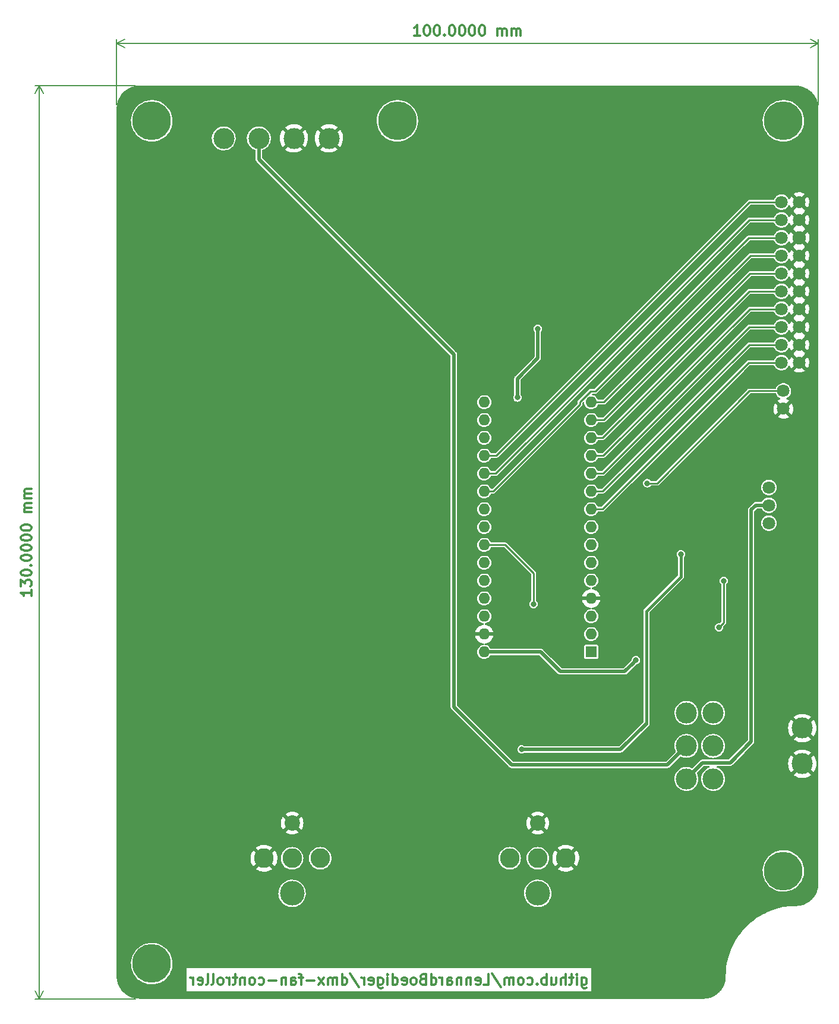
<source format=gbr>
%TF.GenerationSoftware,KiCad,Pcbnew,(6.0.4-0)*%
%TF.CreationDate,2023-05-19T08:53:28+01:00*%
%TF.ProjectId,fan-controller-pcb,66616e2d-636f-46e7-9472-6f6c6c65722d,rev?*%
%TF.SameCoordinates,Original*%
%TF.FileFunction,Copper,L2,Bot*%
%TF.FilePolarity,Positive*%
%FSLAX46Y46*%
G04 Gerber Fmt 4.6, Leading zero omitted, Abs format (unit mm)*
G04 Created by KiCad (PCBNEW (6.0.4-0)) date 2023-05-19 08:53:28*
%MOMM*%
%LPD*%
G01*
G04 APERTURE LIST*
%ADD10C,0.300000*%
%TA.AperFunction,NonConductor*%
%ADD11C,0.300000*%
%TD*%
%TA.AperFunction,NonConductor*%
%ADD12C,0.200000*%
%TD*%
%TA.AperFunction,ComponentPad*%
%ADD13C,1.800000*%
%TD*%
%TA.AperFunction,ComponentPad*%
%ADD14C,3.600000*%
%TD*%
%TA.AperFunction,ConnectorPad*%
%ADD15C,5.500000*%
%TD*%
%TA.AperFunction,ComponentPad*%
%ADD16C,3.500000*%
%TD*%
%TA.AperFunction,ComponentPad*%
%ADD17C,2.200000*%
%TD*%
%TA.AperFunction,ComponentPad*%
%ADD18C,2.800000*%
%TD*%
%TA.AperFunction,ComponentPad*%
%ADD19C,3.000000*%
%TD*%
%TA.AperFunction,ComponentPad*%
%ADD20R,1.600000X1.600000*%
%TD*%
%TA.AperFunction,ComponentPad*%
%ADD21O,1.600000X1.600000*%
%TD*%
%TA.AperFunction,ComponentPad*%
%ADD22C,1.900000*%
%TD*%
%TA.AperFunction,ViaPad*%
%ADD23C,0.800000*%
%TD*%
%TA.AperFunction,Conductor*%
%ADD24C,0.250000*%
%TD*%
%TA.AperFunction,Conductor*%
%ADD25C,0.500000*%
%TD*%
%TA.AperFunction,Conductor*%
%ADD26C,0.450000*%
%TD*%
G04 APERTURE END LIST*
D10*
D11*
X126264285Y-151978571D02*
X126264285Y-153192857D01*
X126335714Y-153335714D01*
X126407142Y-153407142D01*
X126550000Y-153478571D01*
X126764285Y-153478571D01*
X126907142Y-153407142D01*
X126264285Y-152907142D02*
X126407142Y-152978571D01*
X126692857Y-152978571D01*
X126835714Y-152907142D01*
X126907142Y-152835714D01*
X126978571Y-152692857D01*
X126978571Y-152264285D01*
X126907142Y-152121428D01*
X126835714Y-152050000D01*
X126692857Y-151978571D01*
X126407142Y-151978571D01*
X126264285Y-152050000D01*
X125550000Y-152978571D02*
X125550000Y-151978571D01*
X125550000Y-151478571D02*
X125621428Y-151550000D01*
X125550000Y-151621428D01*
X125478571Y-151550000D01*
X125550000Y-151478571D01*
X125550000Y-151621428D01*
X125050000Y-151978571D02*
X124478571Y-151978571D01*
X124835714Y-151478571D02*
X124835714Y-152764285D01*
X124764285Y-152907142D01*
X124621428Y-152978571D01*
X124478571Y-152978571D01*
X123978571Y-152978571D02*
X123978571Y-151478571D01*
X123335714Y-152978571D02*
X123335714Y-152192857D01*
X123407142Y-152050000D01*
X123550000Y-151978571D01*
X123764285Y-151978571D01*
X123907142Y-152050000D01*
X123978571Y-152121428D01*
X121978571Y-151978571D02*
X121978571Y-152978571D01*
X122621428Y-151978571D02*
X122621428Y-152764285D01*
X122550000Y-152907142D01*
X122407142Y-152978571D01*
X122192857Y-152978571D01*
X122050000Y-152907142D01*
X121978571Y-152835714D01*
X121264285Y-152978571D02*
X121264285Y-151478571D01*
X121264285Y-152050000D02*
X121121428Y-151978571D01*
X120835714Y-151978571D01*
X120692857Y-152050000D01*
X120621428Y-152121428D01*
X120550000Y-152264285D01*
X120550000Y-152692857D01*
X120621428Y-152835714D01*
X120692857Y-152907142D01*
X120835714Y-152978571D01*
X121121428Y-152978571D01*
X121264285Y-152907142D01*
X119907142Y-152835714D02*
X119835714Y-152907142D01*
X119907142Y-152978571D01*
X119978571Y-152907142D01*
X119907142Y-152835714D01*
X119907142Y-152978571D01*
X118550000Y-152907142D02*
X118692857Y-152978571D01*
X118978571Y-152978571D01*
X119121428Y-152907142D01*
X119192857Y-152835714D01*
X119264285Y-152692857D01*
X119264285Y-152264285D01*
X119192857Y-152121428D01*
X119121428Y-152050000D01*
X118978571Y-151978571D01*
X118692857Y-151978571D01*
X118550000Y-152050000D01*
X117692857Y-152978571D02*
X117835714Y-152907142D01*
X117907142Y-152835714D01*
X117978571Y-152692857D01*
X117978571Y-152264285D01*
X117907142Y-152121428D01*
X117835714Y-152050000D01*
X117692857Y-151978571D01*
X117478571Y-151978571D01*
X117335714Y-152050000D01*
X117264285Y-152121428D01*
X117192857Y-152264285D01*
X117192857Y-152692857D01*
X117264285Y-152835714D01*
X117335714Y-152907142D01*
X117478571Y-152978571D01*
X117692857Y-152978571D01*
X116550000Y-152978571D02*
X116550000Y-151978571D01*
X116550000Y-152121428D02*
X116478571Y-152050000D01*
X116335714Y-151978571D01*
X116121428Y-151978571D01*
X115978571Y-152050000D01*
X115907142Y-152192857D01*
X115907142Y-152978571D01*
X115907142Y-152192857D02*
X115835714Y-152050000D01*
X115692857Y-151978571D01*
X115478571Y-151978571D01*
X115335714Y-152050000D01*
X115264285Y-152192857D01*
X115264285Y-152978571D01*
X113478571Y-151407142D02*
X114764285Y-153335714D01*
X112264285Y-152978571D02*
X112978571Y-152978571D01*
X112978571Y-151478571D01*
X111192857Y-152907142D02*
X111335714Y-152978571D01*
X111621428Y-152978571D01*
X111764285Y-152907142D01*
X111835714Y-152764285D01*
X111835714Y-152192857D01*
X111764285Y-152050000D01*
X111621428Y-151978571D01*
X111335714Y-151978571D01*
X111192857Y-152050000D01*
X111121428Y-152192857D01*
X111121428Y-152335714D01*
X111835714Y-152478571D01*
X110478571Y-151978571D02*
X110478571Y-152978571D01*
X110478571Y-152121428D02*
X110407142Y-152050000D01*
X110264285Y-151978571D01*
X110050000Y-151978571D01*
X109907142Y-152050000D01*
X109835714Y-152192857D01*
X109835714Y-152978571D01*
X109121428Y-151978571D02*
X109121428Y-152978571D01*
X109121428Y-152121428D02*
X109050000Y-152050000D01*
X108907142Y-151978571D01*
X108692857Y-151978571D01*
X108550000Y-152050000D01*
X108478571Y-152192857D01*
X108478571Y-152978571D01*
X107121428Y-152978571D02*
X107121428Y-152192857D01*
X107192857Y-152050000D01*
X107335714Y-151978571D01*
X107621428Y-151978571D01*
X107764285Y-152050000D01*
X107121428Y-152907142D02*
X107264285Y-152978571D01*
X107621428Y-152978571D01*
X107764285Y-152907142D01*
X107835714Y-152764285D01*
X107835714Y-152621428D01*
X107764285Y-152478571D01*
X107621428Y-152407142D01*
X107264285Y-152407142D01*
X107121428Y-152335714D01*
X106407142Y-152978571D02*
X106407142Y-151978571D01*
X106407142Y-152264285D02*
X106335714Y-152121428D01*
X106264285Y-152050000D01*
X106121428Y-151978571D01*
X105978571Y-151978571D01*
X104835714Y-152978571D02*
X104835714Y-151478571D01*
X104835714Y-152907142D02*
X104978571Y-152978571D01*
X105264285Y-152978571D01*
X105407142Y-152907142D01*
X105478571Y-152835714D01*
X105550000Y-152692857D01*
X105550000Y-152264285D01*
X105478571Y-152121428D01*
X105407142Y-152050000D01*
X105264285Y-151978571D01*
X104978571Y-151978571D01*
X104835714Y-152050000D01*
X103621428Y-152192857D02*
X103407142Y-152264285D01*
X103335714Y-152335714D01*
X103264285Y-152478571D01*
X103264285Y-152692857D01*
X103335714Y-152835714D01*
X103407142Y-152907142D01*
X103549999Y-152978571D01*
X104121428Y-152978571D01*
X104121428Y-151478571D01*
X103621428Y-151478571D01*
X103478571Y-151550000D01*
X103407142Y-151621428D01*
X103335714Y-151764285D01*
X103335714Y-151907142D01*
X103407142Y-152050000D01*
X103478571Y-152121428D01*
X103621428Y-152192857D01*
X104121428Y-152192857D01*
X102407142Y-152978571D02*
X102549999Y-152907142D01*
X102621428Y-152835714D01*
X102692857Y-152692857D01*
X102692857Y-152264285D01*
X102621428Y-152121428D01*
X102549999Y-152050000D01*
X102407142Y-151978571D01*
X102192857Y-151978571D01*
X102049999Y-152050000D01*
X101978571Y-152121428D01*
X101907142Y-152264285D01*
X101907142Y-152692857D01*
X101978571Y-152835714D01*
X102049999Y-152907142D01*
X102192857Y-152978571D01*
X102407142Y-152978571D01*
X100692857Y-152907142D02*
X100835714Y-152978571D01*
X101121428Y-152978571D01*
X101264285Y-152907142D01*
X101335714Y-152764285D01*
X101335714Y-152192857D01*
X101264285Y-152050000D01*
X101121428Y-151978571D01*
X100835714Y-151978571D01*
X100692857Y-152050000D01*
X100621428Y-152192857D01*
X100621428Y-152335714D01*
X101335714Y-152478571D01*
X99335714Y-152978571D02*
X99335714Y-151478571D01*
X99335714Y-152907142D02*
X99478571Y-152978571D01*
X99764285Y-152978571D01*
X99907142Y-152907142D01*
X99978571Y-152835714D01*
X100049999Y-152692857D01*
X100049999Y-152264285D01*
X99978571Y-152121428D01*
X99907142Y-152050000D01*
X99764285Y-151978571D01*
X99478571Y-151978571D01*
X99335714Y-152050000D01*
X98621428Y-152978571D02*
X98621428Y-151978571D01*
X98621428Y-151478571D02*
X98692857Y-151550000D01*
X98621428Y-151621428D01*
X98549999Y-151550000D01*
X98621428Y-151478571D01*
X98621428Y-151621428D01*
X97264285Y-151978571D02*
X97264285Y-153192857D01*
X97335714Y-153335714D01*
X97407142Y-153407142D01*
X97549999Y-153478571D01*
X97764285Y-153478571D01*
X97907142Y-153407142D01*
X97264285Y-152907142D02*
X97407142Y-152978571D01*
X97692857Y-152978571D01*
X97835714Y-152907142D01*
X97907142Y-152835714D01*
X97978571Y-152692857D01*
X97978571Y-152264285D01*
X97907142Y-152121428D01*
X97835714Y-152050000D01*
X97692857Y-151978571D01*
X97407142Y-151978571D01*
X97264285Y-152050000D01*
X95978571Y-152907142D02*
X96121428Y-152978571D01*
X96407142Y-152978571D01*
X96549999Y-152907142D01*
X96621428Y-152764285D01*
X96621428Y-152192857D01*
X96549999Y-152050000D01*
X96407142Y-151978571D01*
X96121428Y-151978571D01*
X95978571Y-152050000D01*
X95907142Y-152192857D01*
X95907142Y-152335714D01*
X96621428Y-152478571D01*
X95264285Y-152978571D02*
X95264285Y-151978571D01*
X95264285Y-152264285D02*
X95192857Y-152121428D01*
X95121428Y-152050000D01*
X94978571Y-151978571D01*
X94835714Y-151978571D01*
X93264285Y-151407142D02*
X94549999Y-153335714D01*
X92121428Y-152978571D02*
X92121428Y-151478571D01*
X92121428Y-152907142D02*
X92264285Y-152978571D01*
X92549999Y-152978571D01*
X92692857Y-152907142D01*
X92764285Y-152835714D01*
X92835714Y-152692857D01*
X92835714Y-152264285D01*
X92764285Y-152121428D01*
X92692857Y-152050000D01*
X92549999Y-151978571D01*
X92264285Y-151978571D01*
X92121428Y-152050000D01*
X91407142Y-152978571D02*
X91407142Y-151978571D01*
X91407142Y-152121428D02*
X91335714Y-152050000D01*
X91192857Y-151978571D01*
X90978571Y-151978571D01*
X90835714Y-152050000D01*
X90764285Y-152192857D01*
X90764285Y-152978571D01*
X90764285Y-152192857D02*
X90692857Y-152050000D01*
X90549999Y-151978571D01*
X90335714Y-151978571D01*
X90192857Y-152050000D01*
X90121428Y-152192857D01*
X90121428Y-152978571D01*
X89549999Y-152978571D02*
X88764285Y-151978571D01*
X89549999Y-151978571D02*
X88764285Y-152978571D01*
X88192857Y-152407142D02*
X87049999Y-152407142D01*
X86549999Y-151978571D02*
X85978571Y-151978571D01*
X86335714Y-152978571D02*
X86335714Y-151692857D01*
X86264285Y-151550000D01*
X86121428Y-151478571D01*
X85978571Y-151478571D01*
X84835714Y-152978571D02*
X84835714Y-152192857D01*
X84907142Y-152050000D01*
X85049999Y-151978571D01*
X85335714Y-151978571D01*
X85478571Y-152050000D01*
X84835714Y-152907142D02*
X84978571Y-152978571D01*
X85335714Y-152978571D01*
X85478571Y-152907142D01*
X85549999Y-152764285D01*
X85549999Y-152621428D01*
X85478571Y-152478571D01*
X85335714Y-152407142D01*
X84978571Y-152407142D01*
X84835714Y-152335714D01*
X84121428Y-151978571D02*
X84121428Y-152978571D01*
X84121428Y-152121428D02*
X84049999Y-152050000D01*
X83907142Y-151978571D01*
X83692857Y-151978571D01*
X83549999Y-152050000D01*
X83478571Y-152192857D01*
X83478571Y-152978571D01*
X82764285Y-152407142D02*
X81621428Y-152407142D01*
X80264285Y-152907142D02*
X80407142Y-152978571D01*
X80692857Y-152978571D01*
X80835714Y-152907142D01*
X80907142Y-152835714D01*
X80978571Y-152692857D01*
X80978571Y-152264285D01*
X80907142Y-152121428D01*
X80835714Y-152050000D01*
X80692857Y-151978571D01*
X80407142Y-151978571D01*
X80264285Y-152050000D01*
X79407142Y-152978571D02*
X79549999Y-152907142D01*
X79621428Y-152835714D01*
X79692857Y-152692857D01*
X79692857Y-152264285D01*
X79621428Y-152121428D01*
X79549999Y-152050000D01*
X79407142Y-151978571D01*
X79192857Y-151978571D01*
X79049999Y-152050000D01*
X78978571Y-152121428D01*
X78907142Y-152264285D01*
X78907142Y-152692857D01*
X78978571Y-152835714D01*
X79049999Y-152907142D01*
X79192857Y-152978571D01*
X79407142Y-152978571D01*
X78264285Y-151978571D02*
X78264285Y-152978571D01*
X78264285Y-152121428D02*
X78192857Y-152050000D01*
X78049999Y-151978571D01*
X77835714Y-151978571D01*
X77692857Y-152050000D01*
X77621428Y-152192857D01*
X77621428Y-152978571D01*
X77121428Y-151978571D02*
X76549999Y-151978571D01*
X76907142Y-151478571D02*
X76907142Y-152764285D01*
X76835714Y-152907142D01*
X76692857Y-152978571D01*
X76549999Y-152978571D01*
X76049999Y-152978571D02*
X76049999Y-151978571D01*
X76049999Y-152264285D02*
X75978571Y-152121428D01*
X75907142Y-152050000D01*
X75764285Y-151978571D01*
X75621428Y-151978571D01*
X74907142Y-152978571D02*
X75049999Y-152907142D01*
X75121428Y-152835714D01*
X75192857Y-152692857D01*
X75192857Y-152264285D01*
X75121428Y-152121428D01*
X75049999Y-152050000D01*
X74907142Y-151978571D01*
X74692857Y-151978571D01*
X74549999Y-152050000D01*
X74478571Y-152121428D01*
X74407142Y-152264285D01*
X74407142Y-152692857D01*
X74478571Y-152835714D01*
X74549999Y-152907142D01*
X74692857Y-152978571D01*
X74907142Y-152978571D01*
X73549999Y-152978571D02*
X73692857Y-152907142D01*
X73764285Y-152764285D01*
X73764285Y-151478571D01*
X72764285Y-152978571D02*
X72907142Y-152907142D01*
X72978571Y-152764285D01*
X72978571Y-151478571D01*
X71621428Y-152907142D02*
X71764285Y-152978571D01*
X72049999Y-152978571D01*
X72192857Y-152907142D01*
X72264285Y-152764285D01*
X72264285Y-152192857D01*
X72192857Y-152050000D01*
X72049999Y-151978571D01*
X71764285Y-151978571D01*
X71621428Y-152050000D01*
X71549999Y-152192857D01*
X71549999Y-152335714D01*
X72264285Y-152478571D01*
X70907142Y-152978571D02*
X70907142Y-151978571D01*
X70907142Y-152264285D02*
X70835714Y-152121428D01*
X70764285Y-152050000D01*
X70621428Y-151978571D01*
X70478571Y-151978571D01*
D10*
D11*
X103214285Y-17878571D02*
X102357142Y-17878571D01*
X102785714Y-17878571D02*
X102785714Y-16378571D01*
X102642857Y-16592857D01*
X102500000Y-16735714D01*
X102357142Y-16807142D01*
X104142857Y-16378571D02*
X104285714Y-16378571D01*
X104428571Y-16450000D01*
X104500000Y-16521428D01*
X104571428Y-16664285D01*
X104642857Y-16950000D01*
X104642857Y-17307142D01*
X104571428Y-17592857D01*
X104500000Y-17735714D01*
X104428571Y-17807142D01*
X104285714Y-17878571D01*
X104142857Y-17878571D01*
X104000000Y-17807142D01*
X103928571Y-17735714D01*
X103857142Y-17592857D01*
X103785714Y-17307142D01*
X103785714Y-16950000D01*
X103857142Y-16664285D01*
X103928571Y-16521428D01*
X104000000Y-16450000D01*
X104142857Y-16378571D01*
X105571428Y-16378571D02*
X105714285Y-16378571D01*
X105857142Y-16450000D01*
X105928571Y-16521428D01*
X106000000Y-16664285D01*
X106071428Y-16950000D01*
X106071428Y-17307142D01*
X106000000Y-17592857D01*
X105928571Y-17735714D01*
X105857142Y-17807142D01*
X105714285Y-17878571D01*
X105571428Y-17878571D01*
X105428571Y-17807142D01*
X105357142Y-17735714D01*
X105285714Y-17592857D01*
X105214285Y-17307142D01*
X105214285Y-16950000D01*
X105285714Y-16664285D01*
X105357142Y-16521428D01*
X105428571Y-16450000D01*
X105571428Y-16378571D01*
X106714285Y-17735714D02*
X106785714Y-17807142D01*
X106714285Y-17878571D01*
X106642857Y-17807142D01*
X106714285Y-17735714D01*
X106714285Y-17878571D01*
X107714285Y-16378571D02*
X107857142Y-16378571D01*
X108000000Y-16450000D01*
X108071428Y-16521428D01*
X108142857Y-16664285D01*
X108214285Y-16950000D01*
X108214285Y-17307142D01*
X108142857Y-17592857D01*
X108071428Y-17735714D01*
X108000000Y-17807142D01*
X107857142Y-17878571D01*
X107714285Y-17878571D01*
X107571428Y-17807142D01*
X107500000Y-17735714D01*
X107428571Y-17592857D01*
X107357142Y-17307142D01*
X107357142Y-16950000D01*
X107428571Y-16664285D01*
X107500000Y-16521428D01*
X107571428Y-16450000D01*
X107714285Y-16378571D01*
X109142857Y-16378571D02*
X109285714Y-16378571D01*
X109428571Y-16450000D01*
X109500000Y-16521428D01*
X109571428Y-16664285D01*
X109642857Y-16950000D01*
X109642857Y-17307142D01*
X109571428Y-17592857D01*
X109500000Y-17735714D01*
X109428571Y-17807142D01*
X109285714Y-17878571D01*
X109142857Y-17878571D01*
X109000000Y-17807142D01*
X108928571Y-17735714D01*
X108857142Y-17592857D01*
X108785714Y-17307142D01*
X108785714Y-16950000D01*
X108857142Y-16664285D01*
X108928571Y-16521428D01*
X109000000Y-16450000D01*
X109142857Y-16378571D01*
X110571428Y-16378571D02*
X110714285Y-16378571D01*
X110857142Y-16450000D01*
X110928571Y-16521428D01*
X111000000Y-16664285D01*
X111071428Y-16950000D01*
X111071428Y-17307142D01*
X111000000Y-17592857D01*
X110928571Y-17735714D01*
X110857142Y-17807142D01*
X110714285Y-17878571D01*
X110571428Y-17878571D01*
X110428571Y-17807142D01*
X110357142Y-17735714D01*
X110285714Y-17592857D01*
X110214285Y-17307142D01*
X110214285Y-16950000D01*
X110285714Y-16664285D01*
X110357142Y-16521428D01*
X110428571Y-16450000D01*
X110571428Y-16378571D01*
X112000000Y-16378571D02*
X112142857Y-16378571D01*
X112285714Y-16450000D01*
X112357142Y-16521428D01*
X112428571Y-16664285D01*
X112500000Y-16950000D01*
X112500000Y-17307142D01*
X112428571Y-17592857D01*
X112357142Y-17735714D01*
X112285714Y-17807142D01*
X112142857Y-17878571D01*
X112000000Y-17878571D01*
X111857142Y-17807142D01*
X111785714Y-17735714D01*
X111714285Y-17592857D01*
X111642857Y-17307142D01*
X111642857Y-16950000D01*
X111714285Y-16664285D01*
X111785714Y-16521428D01*
X111857142Y-16450000D01*
X112000000Y-16378571D01*
X114285714Y-17878571D02*
X114285714Y-16878571D01*
X114285714Y-17021428D02*
X114357142Y-16950000D01*
X114500000Y-16878571D01*
X114714285Y-16878571D01*
X114857142Y-16950000D01*
X114928571Y-17092857D01*
X114928571Y-17878571D01*
X114928571Y-17092857D02*
X115000000Y-16950000D01*
X115142857Y-16878571D01*
X115357142Y-16878571D01*
X115500000Y-16950000D01*
X115571428Y-17092857D01*
X115571428Y-17878571D01*
X116285714Y-17878571D02*
X116285714Y-16878571D01*
X116285714Y-17021428D02*
X116357142Y-16950000D01*
X116500000Y-16878571D01*
X116714285Y-16878571D01*
X116857142Y-16950000D01*
X116928571Y-17092857D01*
X116928571Y-17878571D01*
X116928571Y-17092857D02*
X117000000Y-16950000D01*
X117142857Y-16878571D01*
X117357142Y-16878571D01*
X117500000Y-16950000D01*
X117571428Y-17092857D01*
X117571428Y-17878571D01*
D12*
X60000000Y-27700000D02*
X60000000Y-18413580D01*
X160000000Y-27700000D02*
X160000000Y-18413580D01*
X60000000Y-19000000D02*
X160000000Y-19000000D01*
X60000000Y-19000000D02*
X160000000Y-19000000D01*
X60000000Y-19000000D02*
X61126504Y-19586421D01*
X60000000Y-19000000D02*
X61126504Y-18413579D01*
X160000000Y-19000000D02*
X158873496Y-18413579D01*
X160000000Y-19000000D02*
X158873496Y-19586421D01*
D10*
D11*
X47878571Y-96785714D02*
X47878571Y-97642857D01*
X47878571Y-97214285D02*
X46378571Y-97214285D01*
X46592857Y-97357142D01*
X46735714Y-97500000D01*
X46807142Y-97642857D01*
X46378571Y-96285714D02*
X46378571Y-95357142D01*
X46950000Y-95857142D01*
X46950000Y-95642857D01*
X47021428Y-95500000D01*
X47092857Y-95428571D01*
X47235714Y-95357142D01*
X47592857Y-95357142D01*
X47735714Y-95428571D01*
X47807142Y-95500000D01*
X47878571Y-95642857D01*
X47878571Y-96071428D01*
X47807142Y-96214285D01*
X47735714Y-96285714D01*
X46378571Y-94428571D02*
X46378571Y-94285714D01*
X46450000Y-94142857D01*
X46521428Y-94071428D01*
X46664285Y-94000000D01*
X46950000Y-93928571D01*
X47307142Y-93928571D01*
X47592857Y-94000000D01*
X47735714Y-94071428D01*
X47807142Y-94142857D01*
X47878571Y-94285714D01*
X47878571Y-94428571D01*
X47807142Y-94571428D01*
X47735714Y-94642857D01*
X47592857Y-94714285D01*
X47307142Y-94785714D01*
X46950000Y-94785714D01*
X46664285Y-94714285D01*
X46521428Y-94642857D01*
X46450000Y-94571428D01*
X46378571Y-94428571D01*
X47735714Y-93285714D02*
X47807142Y-93214285D01*
X47878571Y-93285714D01*
X47807142Y-93357142D01*
X47735714Y-93285714D01*
X47878571Y-93285714D01*
X46378571Y-92285714D02*
X46378571Y-92142857D01*
X46450000Y-92000000D01*
X46521428Y-91928571D01*
X46664285Y-91857142D01*
X46950000Y-91785714D01*
X47307142Y-91785714D01*
X47592857Y-91857142D01*
X47735714Y-91928571D01*
X47807142Y-92000000D01*
X47878571Y-92142857D01*
X47878571Y-92285714D01*
X47807142Y-92428571D01*
X47735714Y-92500000D01*
X47592857Y-92571428D01*
X47307142Y-92642857D01*
X46950000Y-92642857D01*
X46664285Y-92571428D01*
X46521428Y-92500000D01*
X46450000Y-92428571D01*
X46378571Y-92285714D01*
X46378571Y-90857142D02*
X46378571Y-90714285D01*
X46450000Y-90571428D01*
X46521428Y-90500000D01*
X46664285Y-90428571D01*
X46950000Y-90357142D01*
X47307142Y-90357142D01*
X47592857Y-90428571D01*
X47735714Y-90500000D01*
X47807142Y-90571428D01*
X47878571Y-90714285D01*
X47878571Y-90857142D01*
X47807142Y-91000000D01*
X47735714Y-91071428D01*
X47592857Y-91142857D01*
X47307142Y-91214285D01*
X46950000Y-91214285D01*
X46664285Y-91142857D01*
X46521428Y-91071428D01*
X46450000Y-91000000D01*
X46378571Y-90857142D01*
X46378571Y-89428571D02*
X46378571Y-89285714D01*
X46450000Y-89142857D01*
X46521428Y-89071428D01*
X46664285Y-89000000D01*
X46950000Y-88928571D01*
X47307142Y-88928571D01*
X47592857Y-89000000D01*
X47735714Y-89071428D01*
X47807142Y-89142857D01*
X47878571Y-89285714D01*
X47878571Y-89428571D01*
X47807142Y-89571428D01*
X47735714Y-89642857D01*
X47592857Y-89714285D01*
X47307142Y-89785714D01*
X46950000Y-89785714D01*
X46664285Y-89714285D01*
X46521428Y-89642857D01*
X46450000Y-89571428D01*
X46378571Y-89428571D01*
X46378571Y-88000000D02*
X46378571Y-87857142D01*
X46450000Y-87714285D01*
X46521428Y-87642857D01*
X46664285Y-87571428D01*
X46950000Y-87500000D01*
X47307142Y-87500000D01*
X47592857Y-87571428D01*
X47735714Y-87642857D01*
X47807142Y-87714285D01*
X47878571Y-87857142D01*
X47878571Y-88000000D01*
X47807142Y-88142857D01*
X47735714Y-88214285D01*
X47592857Y-88285714D01*
X47307142Y-88357142D01*
X46950000Y-88357142D01*
X46664285Y-88285714D01*
X46521428Y-88214285D01*
X46450000Y-88142857D01*
X46378571Y-88000000D01*
X47878571Y-85714285D02*
X46878571Y-85714285D01*
X47021428Y-85714285D02*
X46950000Y-85642857D01*
X46878571Y-85500000D01*
X46878571Y-85285714D01*
X46950000Y-85142857D01*
X47092857Y-85071428D01*
X47878571Y-85071428D01*
X47092857Y-85071428D02*
X46950000Y-85000000D01*
X46878571Y-84857142D01*
X46878571Y-84642857D01*
X46950000Y-84500000D01*
X47092857Y-84428571D01*
X47878571Y-84428571D01*
X47878571Y-83714285D02*
X46878571Y-83714285D01*
X47021428Y-83714285D02*
X46950000Y-83642857D01*
X46878571Y-83500000D01*
X46878571Y-83285714D01*
X46950000Y-83142857D01*
X47092857Y-83071428D01*
X47878571Y-83071428D01*
X47092857Y-83071428D02*
X46950000Y-83000000D01*
X46878571Y-82857142D01*
X46878571Y-82642857D01*
X46950000Y-82500000D01*
X47092857Y-82428571D01*
X47878571Y-82428571D01*
D12*
X62700000Y-155000000D02*
X48413580Y-155000000D01*
X62700000Y-25000000D02*
X48413580Y-25000000D01*
X49000000Y-155000000D02*
X49000000Y-25000000D01*
X49000000Y-155000000D02*
X49000000Y-25000000D01*
X49000000Y-155000000D02*
X49586421Y-153873496D01*
X49000000Y-155000000D02*
X48413579Y-153873496D01*
X49000000Y-25000000D02*
X48413579Y-26126504D01*
X49000000Y-25000000D02*
X49586421Y-26126504D01*
D13*
%TO.P,D1,1,K*%
%TO.N,GND*%
X155000000Y-71000000D03*
%TO.P,D1,2,A*%
%TO.N,Net-(D1-Pad2)*%
X155000000Y-68460000D03*
%TD*%
D14*
%TO.P,H5,1*%
%TO.N,N/C*%
X65000000Y-150000000D03*
D15*
X65000000Y-150000000D03*
%TD*%
D14*
%TO.P,H4,1*%
%TO.N,N/C*%
X155000000Y-136800000D03*
D15*
X155000000Y-136800000D03*
%TD*%
D16*
%TO.P,J2,*%
%TO.N,*%
X120000000Y-140000000D03*
D17*
%TO.P,J2,1,1*%
%TO.N,GND*%
X120000000Y-130000000D03*
D18*
X124000000Y-135000000D03*
%TO.P,J2,2,2*%
%TO.N,DMX_D-*%
X116000000Y-135000000D03*
%TO.P,J2,3,3*%
%TO.N,DMX_D+*%
X120000000Y-135000000D03*
%TD*%
D14*
%TO.P,H2,1*%
%TO.N,N/C*%
X100000000Y-30000000D03*
D15*
X100000000Y-30000000D03*
%TD*%
D19*
%TO.P,SW1,*%
%TO.N,*%
X145000000Y-114300000D03*
X145000000Y-123700000D03*
X145000000Y-119000000D03*
%TO.P,SW1,1,A*%
%TO.N,0-10V_Fan_Control*%
X141190000Y-114300000D03*
%TO.P,SW1,2,B*%
%TO.N,Net-(J1-Pad3)*%
X141190000Y-119000000D03*
%TO.P,SW1,3,C*%
%TO.N,1.6V-10V_2*%
X141190000Y-123700000D03*
%TO.P,SW1,gnd,GND*%
%TO.N,GND*%
X157700000Y-116460000D03*
X157700000Y-121540000D03*
%TD*%
D20*
%TO.P,A1,1,TX1*%
%TO.N,Net-(A1-Pad1)*%
X127620000Y-105620000D03*
D21*
%TO.P,A1,2,RX1*%
%TO.N,Net-(A1-Pad2)*%
X127620000Y-103080000D03*
%TO.P,A1,3,~{RESET}*%
%TO.N,unconnected-(A1-Pad3)*%
X127620000Y-100540000D03*
%TO.P,A1,4,GND*%
%TO.N,GND*%
X127620000Y-98000000D03*
%TO.P,A1,5,D2*%
%TO.N,Net-(A1-Pad5)*%
X127620000Y-95460000D03*
%TO.P,A1,6,D3*%
%TO.N,Net-(A1-Pad6)*%
X127620000Y-92920000D03*
%TO.P,A1,7,D4*%
%TO.N,Net-(A1-Pad7)*%
X127620000Y-90380000D03*
%TO.P,A1,8,D5*%
%TO.N,unconnected-(A1-Pad8)*%
X127620000Y-87840000D03*
%TO.P,A1,9,D6*%
%TO.N,DIP_1*%
X127620000Y-85300000D03*
%TO.P,A1,10,D7*%
%TO.N,DIP_2*%
X127620000Y-82760000D03*
%TO.P,A1,11,D8*%
%TO.N,DIP_3*%
X127620000Y-80220000D03*
%TO.P,A1,12,D9*%
%TO.N,DIP_4*%
X127620000Y-77680000D03*
%TO.P,A1,13,D10*%
%TO.N,DIP_5*%
X127620000Y-75140000D03*
%TO.P,A1,14,MOSI*%
%TO.N,DIP_6*%
X127620000Y-72600000D03*
%TO.P,A1,15,MISO*%
%TO.N,DIP_7*%
X127620000Y-70060000D03*
%TO.P,A1,16,SCK*%
%TO.N,Net-(A1-Pad16)*%
X112380000Y-70060000D03*
%TO.P,A1,17,3V3*%
%TO.N,unconnected-(A1-Pad17)*%
X112380000Y-72600000D03*
%TO.P,A1,18,AREF*%
%TO.N,unconnected-(A1-Pad18)*%
X112380000Y-75140000D03*
%TO.P,A1,19,A0*%
%TO.N,DIP_10*%
X112380000Y-77680000D03*
%TO.P,A1,20,A1*%
%TO.N,DIP_9*%
X112380000Y-80220000D03*
%TO.P,A1,21,A2*%
%TO.N,DIP_8*%
X112380000Y-82760000D03*
%TO.P,A1,22,A3*%
%TO.N,unconnected-(A1-Pad22)*%
X112380000Y-85300000D03*
%TO.P,A1,23,SDA/A4*%
%TO.N,unconnected-(A1-Pad23)*%
X112380000Y-87840000D03*
%TO.P,A1,24,SCL/A5*%
%TO.N,Net-(A1-Pad24)*%
X112380000Y-90380000D03*
%TO.P,A1,25,A6*%
%TO.N,Net-(A1-Pad25)*%
X112380000Y-92920000D03*
%TO.P,A1,26,A7*%
%TO.N,unconnected-(A1-Pad26)*%
X112380000Y-95460000D03*
%TO.P,A1,27,+5V*%
%TO.N,unconnected-(A1-Pad27)*%
X112380000Y-98000000D03*
%TO.P,A1,28,~{RESET}*%
%TO.N,unconnected-(A1-Pad28)*%
X112380000Y-100540000D03*
%TO.P,A1,29,GND*%
%TO.N,GND*%
X112380000Y-103080000D03*
%TO.P,A1,30,VIN*%
%TO.N,+12V*%
X112380000Y-105620000D03*
%TD*%
D15*
%TO.P,H1,1*%
%TO.N,N/C*%
X65000000Y-30000000D03*
D14*
X65000000Y-30000000D03*
%TD*%
D19*
%TO.P,J1,1,Pin_1*%
%TO.N,GND*%
X90260000Y-32500000D03*
%TO.P,J1,2,Pin_2*%
X85260000Y-32500000D03*
%TO.P,J1,3,Pin_3*%
%TO.N,Net-(J1-Pad3)*%
X80260000Y-32500000D03*
%TO.P,J1,4,Pin_4*%
%TO.N,+24V*%
X75260000Y-32500000D03*
%TD*%
D15*
%TO.P,H3,1*%
%TO.N,N/C*%
X155000000Y-30000000D03*
D14*
X155000000Y-30000000D03*
%TD*%
D13*
%TO.P,RV1,1,1*%
%TO.N,/+10v*%
X152925000Y-87275000D03*
%TO.P,RV1,2,2*%
%TO.N,1.6V-10V_2*%
X152925000Y-84735000D03*
%TO.P,RV1,3,3*%
%TO.N,Net-(R12-Pad2)*%
X152925000Y-82195000D03*
%TD*%
D16*
%TO.P,J3,*%
%TO.N,*%
X85000000Y-140000000D03*
D18*
%TO.P,J3,1,1*%
%TO.N,GND*%
X81000000Y-135000000D03*
D17*
X85000000Y-130000000D03*
D18*
%TO.P,J3,2,2*%
%TO.N,DMX_D-*%
X89000000Y-135000000D03*
%TO.P,J3,3,3*%
%TO.N,DMX_D+*%
X85000000Y-135000000D03*
%TD*%
D13*
%TO.P,SW2,1*%
%TO.N,DIP_1*%
X154730000Y-64430000D03*
%TO.P,SW2,2*%
%TO.N,DIP_2*%
X154730000Y-61890000D03*
%TO.P,SW2,3*%
%TO.N,DIP_3*%
X154730000Y-59350000D03*
%TO.P,SW2,4*%
%TO.N,DIP_4*%
X154730000Y-56810000D03*
%TO.P,SW2,5*%
%TO.N,DIP_5*%
X154730000Y-54270000D03*
%TO.P,SW2,6*%
%TO.N,DIP_6*%
X154730000Y-51730000D03*
%TO.P,SW2,7*%
%TO.N,DIP_7*%
X154730000Y-49190000D03*
%TO.P,SW2,8*%
%TO.N,DIP_8*%
X154730000Y-46650000D03*
%TO.P,SW2,9*%
%TO.N,DIP_9*%
X154730000Y-44110000D03*
%TO.P,SW2,10*%
%TO.N,DIP_10*%
X154730000Y-41570000D03*
%TO.P,SW2,11*%
%TO.N,GND*%
X157270000Y-64430000D03*
%TO.P,SW2,12*%
X157270000Y-61890000D03*
%TO.P,SW2,13*%
X157270000Y-59350000D03*
%TO.P,SW2,14*%
X157270000Y-56810000D03*
%TO.P,SW2,15*%
X157270000Y-54270000D03*
%TO.P,SW2,16*%
X157270000Y-51730000D03*
%TO.P,SW2,17*%
X157270000Y-49190000D03*
D22*
%TO.P,SW2,18*%
X157270000Y-46650000D03*
D13*
%TO.P,SW2,19*%
X157270000Y-44110000D03*
%TO.P,SW2,20*%
X157270000Y-41570000D03*
%TD*%
D23*
%TO.N,Net-(A1-Pad24)*%
X119400000Y-98800000D03*
%TO.N,+12V*%
X134000000Y-106800000D03*
%TO.N,+5V*%
X117100000Y-69400000D03*
X120000000Y-59600000D03*
X117700000Y-119500000D03*
X140400000Y-91700000D03*
%TO.N,Net-(D1-Pad2)*%
X135600000Y-81600000D03*
%TO.N,Net-(U3-Pad14)*%
X146500000Y-95500000D03*
X145850000Y-102100000D03*
%TD*%
D24*
%TO.N,DIP_1*%
X150070000Y-64430000D02*
X129200000Y-85300000D01*
X129200000Y-85300000D02*
X127620000Y-85300000D01*
X154730000Y-64430000D02*
X150070000Y-64430000D01*
%TO.N,DIP_2*%
X129240000Y-82760000D02*
X127620000Y-82760000D01*
X154730000Y-61890000D02*
X150110000Y-61890000D01*
X150110000Y-61890000D02*
X129240000Y-82760000D01*
%TO.N,DIP_3*%
X154730000Y-59350000D02*
X150150000Y-59350000D01*
X150150000Y-59350000D02*
X129280000Y-80220000D01*
X129280000Y-80220000D02*
X127620000Y-80220000D01*
%TO.N,DIP_4*%
X150190000Y-56810000D02*
X129320000Y-77680000D01*
X154730000Y-56810000D02*
X150190000Y-56810000D01*
X129320000Y-77680000D02*
X127620000Y-77680000D01*
%TO.N,DIP_5*%
X154730000Y-54270000D02*
X150110000Y-54270000D01*
X129240000Y-75140000D02*
X127620000Y-75140000D01*
X150110000Y-54270000D02*
X129240000Y-75140000D01*
%TO.N,DIP_6*%
X154730000Y-51730000D02*
X150270000Y-51730000D01*
X150270000Y-51730000D02*
X129400000Y-72600000D01*
X129400000Y-72600000D02*
X127620000Y-72600000D01*
%TO.N,DIP_7*%
X150310000Y-49190000D02*
X129440000Y-70060000D01*
X154730000Y-49190000D02*
X150310000Y-49190000D01*
X129440000Y-70060000D02*
X127620000Y-70060000D01*
%TO.N,DIP_8*%
X154730000Y-46650000D02*
X150100000Y-46650000D01*
X150100000Y-46650000D02*
X128250000Y-68500000D01*
X126000000Y-70000000D02*
X126000000Y-70400000D01*
X126000000Y-70400000D02*
X113640000Y-82760000D01*
X127500000Y-68500000D02*
X126000000Y-70000000D01*
X128250000Y-68500000D02*
X127500000Y-68500000D01*
X113640000Y-82760000D02*
X112380000Y-82760000D01*
%TO.N,DIP_9*%
X154730000Y-44110000D02*
X150140000Y-44110000D01*
X114030000Y-80220000D02*
X112380000Y-80220000D01*
X150140000Y-44110000D02*
X114030000Y-80220000D01*
%TO.N,DIP_10*%
X154730000Y-41570000D02*
X150180000Y-41570000D01*
X114070000Y-77680000D02*
X112380000Y-77680000D01*
X150180000Y-41570000D02*
X114070000Y-77680000D01*
%TO.N,Net-(A1-Pad24)*%
X115380000Y-90380000D02*
X119400000Y-94400000D01*
X119400000Y-94400000D02*
X119400000Y-98800000D01*
X112380000Y-90380000D02*
X115380000Y-90380000D01*
D25*
%TO.N,+12V*%
X112380000Y-105620000D02*
X120420000Y-105620000D01*
X120420000Y-105620000D02*
X123200000Y-108400000D01*
X133600000Y-107200000D02*
X134000000Y-106800000D01*
X123200000Y-108400000D02*
X132400000Y-108400000D01*
X132400000Y-108400000D02*
X133600000Y-107200000D01*
D26*
%TO.N,+5V*%
X140400000Y-94900000D02*
X140400000Y-91700000D01*
X135500000Y-115800000D02*
X135500000Y-99800000D01*
D25*
X120000000Y-59600000D02*
X120000000Y-63800000D01*
X117700000Y-119500000D02*
X131800000Y-119500000D01*
D26*
X135500000Y-99800000D02*
X140400000Y-94900000D01*
D25*
X131800000Y-119500000D02*
X135500000Y-115800000D01*
X120000000Y-63800000D02*
X117100000Y-66700000D01*
X117100000Y-66700000D02*
X117100000Y-69400000D01*
D24*
%TO.N,Net-(D1-Pad2)*%
X135600000Y-81600000D02*
X137000000Y-81600000D01*
X137000000Y-81600000D02*
X150140000Y-68460000D01*
X150140000Y-68460000D02*
X155000000Y-68460000D01*
D25*
%TO.N,Net-(J1-Pad3)*%
X138490000Y-121700000D02*
X141190000Y-119000000D01*
X108050000Y-63250000D02*
X108050000Y-113450000D01*
X80260000Y-32500000D02*
X80260000Y-35460000D01*
X108050000Y-113450000D02*
X116300000Y-121700000D01*
X80260000Y-35460000D02*
X108050000Y-63250000D01*
X116300000Y-121700000D02*
X138490000Y-121700000D01*
%TO.N,1.6V-10V_2*%
X151065000Y-84735000D02*
X152925000Y-84735000D01*
X143490000Y-121400000D02*
X147400000Y-121400000D01*
X150400000Y-85400000D02*
X151065000Y-84735000D01*
X147400000Y-121400000D02*
X150400000Y-118400000D01*
X150400000Y-118400000D02*
X150400000Y-85400000D01*
X141190000Y-123700000D02*
X143490000Y-121400000D01*
D24*
%TO.N,Net-(U3-Pad14)*%
X146500000Y-95500000D02*
X146500000Y-101450000D01*
X146500000Y-101450000D02*
X145850000Y-102100000D01*
%TD*%
%TA.AperFunction,Conductor*%
%TO.N,GND*%
G36*
X156803306Y-25001173D02*
G01*
X157066470Y-25014965D01*
X157106509Y-25017213D01*
X157130523Y-25018562D01*
X157143168Y-25019915D01*
X157347536Y-25052284D01*
X157348931Y-25052513D01*
X157473032Y-25073599D01*
X157484537Y-25076112D01*
X157672653Y-25126517D01*
X157674924Y-25127149D01*
X157807479Y-25165338D01*
X157817750Y-25168782D01*
X157964717Y-25225196D01*
X157994848Y-25236762D01*
X157997790Y-25237935D01*
X158129959Y-25292681D01*
X158138923Y-25296814D01*
X158305622Y-25381752D01*
X158309368Y-25383741D01*
X158436620Y-25454071D01*
X158444295Y-25458676D01*
X158599989Y-25559784D01*
X158604278Y-25562696D01*
X158723949Y-25647607D01*
X158730330Y-25652448D01*
X158874019Y-25768805D01*
X158878661Y-25772753D01*
X158988523Y-25870932D01*
X158993640Y-25875771D01*
X159124229Y-26006360D01*
X159129068Y-26011477D01*
X159227247Y-26121339D01*
X159231195Y-26125981D01*
X159347552Y-26269670D01*
X159352393Y-26276051D01*
X159437304Y-26395722D01*
X159440216Y-26400011D01*
X159541324Y-26555705D01*
X159545929Y-26563380D01*
X159616259Y-26690632D01*
X159618248Y-26694378D01*
X159703186Y-26861077D01*
X159707319Y-26870041D01*
X159762065Y-27002210D01*
X159763245Y-27005170D01*
X159831218Y-27182250D01*
X159834662Y-27192521D01*
X159872851Y-27325076D01*
X159873483Y-27327347D01*
X159923888Y-27515463D01*
X159926401Y-27526968D01*
X159947487Y-27651069D01*
X159947716Y-27652464D01*
X159980085Y-27856832D01*
X159981438Y-27869477D01*
X159985031Y-27933456D01*
X159990768Y-28042910D01*
X159998827Y-28196695D01*
X159999000Y-28203289D01*
X159999000Y-138596711D01*
X159998827Y-138603305D01*
X159985041Y-138866367D01*
X159982888Y-138904703D01*
X159981438Y-138930523D01*
X159980085Y-138943168D01*
X159947716Y-139147536D01*
X159947487Y-139148931D01*
X159926401Y-139273032D01*
X159923888Y-139284537D01*
X159873483Y-139472653D01*
X159872851Y-139474924D01*
X159834662Y-139607479D01*
X159831218Y-139617750D01*
X159763245Y-139794830D01*
X159762065Y-139797790D01*
X159707319Y-139929959D01*
X159703186Y-139938923D01*
X159618248Y-140105622D01*
X159616259Y-140109368D01*
X159545929Y-140236620D01*
X159541324Y-140244295D01*
X159440216Y-140399989D01*
X159437307Y-140404273D01*
X159376104Y-140490532D01*
X159352393Y-140523949D01*
X159347552Y-140530330D01*
X159231195Y-140674019D01*
X159227247Y-140678661D01*
X159129068Y-140788523D01*
X159124229Y-140793640D01*
X158993640Y-140924229D01*
X158988523Y-140929068D01*
X158878661Y-141027247D01*
X158874019Y-141031195D01*
X158730330Y-141147552D01*
X158723953Y-141152390D01*
X158620322Y-141225920D01*
X158604278Y-141237304D01*
X158599989Y-141240216D01*
X158444295Y-141341324D01*
X158436620Y-141345929D01*
X158309368Y-141416259D01*
X158305622Y-141418248D01*
X158138923Y-141503186D01*
X158129959Y-141507319D01*
X157997790Y-141562065D01*
X157994848Y-141563238D01*
X157964717Y-141574804D01*
X157817750Y-141631218D01*
X157807479Y-141634662D01*
X157674924Y-141672851D01*
X157672653Y-141673483D01*
X157484537Y-141723888D01*
X157473032Y-141726401D01*
X157348931Y-141747487D01*
X157347536Y-141747716D01*
X157143168Y-141780085D01*
X157130523Y-141781438D01*
X157106509Y-141782787D01*
X157066470Y-141785035D01*
X156887111Y-141794435D01*
X156820630Y-141797919D01*
X156800000Y-141796403D01*
X156800000Y-141794435D01*
X156785499Y-141794873D01*
X156785498Y-141794873D01*
X156585653Y-141800912D01*
X156195878Y-141812690D01*
X155829274Y-141846004D01*
X155595852Y-141867215D01*
X155595847Y-141867216D01*
X155593961Y-141867387D01*
X155378956Y-141900110D01*
X155032838Y-141952788D01*
X154996444Y-141958327D01*
X154405509Y-142085179D01*
X153823311Y-142247479D01*
X153251974Y-142444636D01*
X152693584Y-142675929D01*
X152691871Y-142676763D01*
X152691860Y-142676768D01*
X152246860Y-142893440D01*
X152150177Y-142940515D01*
X151623738Y-143237428D01*
X151622158Y-143238450D01*
X151622149Y-143238455D01*
X151117786Y-143564550D01*
X151117774Y-143564558D01*
X151116186Y-143565585D01*
X151114661Y-143566707D01*
X151114651Y-143566714D01*
X150630914Y-143922655D01*
X150629373Y-143923789D01*
X150165077Y-144310733D01*
X149724991Y-144725004D01*
X149310721Y-145165090D01*
X148923778Y-145629387D01*
X148565575Y-146116200D01*
X148237419Y-146623753D01*
X147940506Y-147150193D01*
X147938958Y-147153373D01*
X147699168Y-147645856D01*
X147675921Y-147693600D01*
X147630343Y-147803635D01*
X147445357Y-148250232D01*
X147445351Y-148250249D01*
X147444629Y-148251991D01*
X147247474Y-148823328D01*
X147085175Y-149405526D01*
X146958324Y-149996462D01*
X146958041Y-149998319D01*
X146958041Y-149998321D01*
X146957360Y-150002797D01*
X146867385Y-150593979D01*
X146867214Y-150595865D01*
X146867213Y-150595870D01*
X146852323Y-150759727D01*
X146812689Y-151195896D01*
X146794435Y-151800018D01*
X146796339Y-151800018D01*
X146798096Y-151817272D01*
X146785106Y-152065120D01*
X146785057Y-152066049D01*
X146785032Y-152066521D01*
X146781436Y-152130538D01*
X146780083Y-152143182D01*
X146747699Y-152347643D01*
X146747501Y-152348852D01*
X146728698Y-152459515D01*
X146726397Y-152473056D01*
X146723883Y-152484561D01*
X146673495Y-152672605D01*
X146672865Y-152674874D01*
X146634658Y-152807494D01*
X146631213Y-152817768D01*
X146563242Y-152994836D01*
X146562020Y-152997899D01*
X146507319Y-153129958D01*
X146503176Y-153138944D01*
X146418249Y-153305619D01*
X146416261Y-153309364D01*
X146345919Y-153436638D01*
X146341313Y-153444314D01*
X146240211Y-153599997D01*
X146237322Y-153604252D01*
X146184305Y-153678972D01*
X146152392Y-153723948D01*
X146147553Y-153730328D01*
X146063075Y-153834651D01*
X146031178Y-153874040D01*
X146027251Y-153878655D01*
X145929055Y-153988537D01*
X145924221Y-153993649D01*
X145793644Y-154124225D01*
X145788509Y-154129080D01*
X145678671Y-154227237D01*
X145674005Y-154231206D01*
X145530311Y-154347567D01*
X145523949Y-154352393D01*
X145468650Y-154391630D01*
X145404271Y-154437308D01*
X145399984Y-154440219D01*
X145244302Y-154541320D01*
X145236627Y-154545925D01*
X145109351Y-154616268D01*
X145105605Y-154618257D01*
X144938923Y-154703186D01*
X144938915Y-154703190D01*
X144929942Y-154707326D01*
X144797892Y-154762023D01*
X144797890Y-154762024D01*
X144794826Y-154763246D01*
X144617758Y-154831215D01*
X144607486Y-154834659D01*
X144474874Y-154872865D01*
X144472631Y-154873489D01*
X144420296Y-154887512D01*
X144284537Y-154923888D01*
X144273032Y-154926401D01*
X144148918Y-154947489D01*
X144147523Y-154947718D01*
X143943166Y-154980085D01*
X143930520Y-154981438D01*
X143866558Y-154985030D01*
X143866087Y-154985055D01*
X143603305Y-154998827D01*
X143596711Y-154999000D01*
X63203289Y-154999000D01*
X63196695Y-154998827D01*
X63177818Y-154997838D01*
X62933530Y-154985035D01*
X62893491Y-154982787D01*
X62869477Y-154981438D01*
X62856832Y-154980085D01*
X62652464Y-154947716D01*
X62651069Y-154947487D01*
X62526968Y-154926401D01*
X62515463Y-154923888D01*
X62327347Y-154873483D01*
X62325076Y-154872851D01*
X62192521Y-154834662D01*
X62182250Y-154831218D01*
X62005173Y-154763246D01*
X62005152Y-154763238D01*
X62002210Y-154762065D01*
X61870041Y-154707319D01*
X61861077Y-154703186D01*
X61694378Y-154618248D01*
X61690632Y-154616259D01*
X61563380Y-154545929D01*
X61555705Y-154541324D01*
X61400011Y-154440216D01*
X61395722Y-154437304D01*
X61276051Y-154352393D01*
X61269670Y-154347552D01*
X61125981Y-154231195D01*
X61121328Y-154227237D01*
X61011477Y-154129068D01*
X61006360Y-154124229D01*
X60875771Y-153993640D01*
X60870923Y-153988513D01*
X60821313Y-153933000D01*
X69985215Y-153933000D01*
X127614786Y-153933000D01*
X127614786Y-150667000D01*
X69985215Y-150667000D01*
X69985215Y-153933000D01*
X60821313Y-153933000D01*
X60772753Y-153878661D01*
X60768805Y-153874019D01*
X60652448Y-153730330D01*
X60652447Y-153730328D01*
X60652445Y-153730326D01*
X60647607Y-153723949D01*
X60562696Y-153604278D01*
X60559784Y-153599989D01*
X60458676Y-153444295D01*
X60454071Y-153436620D01*
X60383741Y-153309368D01*
X60381752Y-153305622D01*
X60296814Y-153138923D01*
X60292681Y-153129958D01*
X60237935Y-152997790D01*
X60236762Y-152994848D01*
X60221501Y-152955091D01*
X60168782Y-152817750D01*
X60165338Y-152807479D01*
X60127149Y-152674924D01*
X60126517Y-152672653D01*
X60076112Y-152484537D01*
X60073599Y-152473032D01*
X60052513Y-152348931D01*
X60052284Y-152347536D01*
X60019915Y-152143168D01*
X60018562Y-152130523D01*
X60015179Y-152070292D01*
X60014959Y-152066367D01*
X60001173Y-151803305D01*
X60001000Y-151796711D01*
X60001000Y-149907166D01*
X62045958Y-149907166D01*
X62054865Y-150247310D01*
X62102809Y-150584176D01*
X62189152Y-150913300D01*
X62312753Y-151230318D01*
X62471971Y-151531029D01*
X62474021Y-151534012D01*
X62474023Y-151534015D01*
X62662640Y-151808455D01*
X62662646Y-151808462D01*
X62664697Y-151811447D01*
X62888376Y-152067855D01*
X63140044Y-152296855D01*
X63142992Y-152298973D01*
X63142994Y-152298975D01*
X63212515Y-152348931D01*
X63416364Y-152495411D01*
X63713674Y-152660892D01*
X64028035Y-152791104D01*
X64031529Y-152792099D01*
X64031531Y-152792100D01*
X64351777Y-152883325D01*
X64351782Y-152883326D01*
X64355278Y-152884322D01*
X64548204Y-152915915D01*
X64687485Y-152938723D01*
X64687492Y-152938724D01*
X64691066Y-152939309D01*
X64861007Y-152947323D01*
X65027322Y-152955167D01*
X65027323Y-152955167D01*
X65030949Y-152955338D01*
X65040272Y-152954702D01*
X65366791Y-152932443D01*
X65366799Y-152932442D01*
X65370422Y-152932195D01*
X65373998Y-152931532D01*
X65374000Y-152931532D01*
X65701421Y-152870848D01*
X65701425Y-152870847D01*
X65704986Y-152870187D01*
X66030205Y-152770137D01*
X66341769Y-152633370D01*
X66581486Y-152493291D01*
X66632409Y-152463534D01*
X66632411Y-152463533D01*
X66635549Y-152461699D01*
X66638458Y-152459515D01*
X66904743Y-152259582D01*
X66904747Y-152259579D01*
X66907650Y-152257399D01*
X67154467Y-152023179D01*
X67372727Y-151762143D01*
X67522579Y-151534015D01*
X67557551Y-151480776D01*
X67557556Y-151480767D01*
X67559538Y-151477750D01*
X67701097Y-151196293D01*
X67710797Y-151177007D01*
X67710800Y-151176999D01*
X67712424Y-151173771D01*
X67809028Y-150909788D01*
X67828110Y-150857645D01*
X67828113Y-150857635D01*
X67829358Y-150854233D01*
X67830203Y-150850711D01*
X67830206Y-150850703D01*
X67907943Y-150526903D01*
X67907944Y-150526899D01*
X67908790Y-150523374D01*
X67941763Y-150250901D01*
X67949332Y-150188356D01*
X67949333Y-150188349D01*
X67949668Y-150185577D01*
X67955500Y-150000000D01*
X67950147Y-149907166D01*
X67936122Y-149663923D01*
X67936121Y-149663918D01*
X67935913Y-149660303D01*
X67919228Y-149564702D01*
X67878036Y-149328682D01*
X67878034Y-149328675D01*
X67877412Y-149325109D01*
X67851793Y-149238618D01*
X67781805Y-149002345D01*
X67780773Y-148998860D01*
X67743728Y-148912008D01*
X67648699Y-148689218D01*
X67647276Y-148685881D01*
X67478691Y-148390319D01*
X67277252Y-148116093D01*
X67045629Y-147866838D01*
X67042875Y-147864486D01*
X67042871Y-147864482D01*
X66844866Y-147695370D01*
X66786893Y-147645856D01*
X66783890Y-147643838D01*
X66783882Y-147643832D01*
X66608072Y-147525694D01*
X66504472Y-147456077D01*
X66202110Y-147300016D01*
X65883815Y-147179743D01*
X65553805Y-147096850D01*
X65411627Y-147078132D01*
X65220059Y-147052911D01*
X65220051Y-147052910D01*
X65216455Y-147052437D01*
X65074428Y-147050206D01*
X64879879Y-147047149D01*
X64879875Y-147047149D01*
X64876237Y-147047092D01*
X64872623Y-147047453D01*
X64872617Y-147047453D01*
X64635277Y-147071143D01*
X64537658Y-147080887D01*
X64305067Y-147131600D01*
X64227401Y-147148534D01*
X64205207Y-147153373D01*
X64201780Y-147154546D01*
X64201774Y-147154548D01*
X63886718Y-147262416D01*
X63883292Y-147263589D01*
X63576177Y-147410076D01*
X63287934Y-147590890D01*
X63285098Y-147593162D01*
X63285091Y-147593167D01*
X63157521Y-147695370D01*
X63022384Y-147803635D01*
X62783047Y-148045493D01*
X62780811Y-148048345D01*
X62780809Y-148048347D01*
X62575331Y-148310403D01*
X62573094Y-148313256D01*
X62395308Y-148603376D01*
X62393783Y-148606661D01*
X62393781Y-148606665D01*
X62294051Y-148821516D01*
X62252046Y-148912008D01*
X62145206Y-149235060D01*
X62144470Y-149238615D01*
X62144469Y-149238618D01*
X62076941Y-149564702D01*
X62076206Y-149568252D01*
X62045958Y-149907166D01*
X60001000Y-149907166D01*
X60001000Y-139938577D01*
X83045483Y-139938577D01*
X83056327Y-140214583D01*
X83105953Y-140486309D01*
X83193370Y-140748331D01*
X83195363Y-140752319D01*
X83278550Y-140918802D01*
X83316834Y-140995421D01*
X83473882Y-141222651D01*
X83476904Y-141225920D01*
X83652852Y-141416259D01*
X83661380Y-141425485D01*
X83664834Y-141428297D01*
X83872131Y-141597063D01*
X83872135Y-141597066D01*
X83875588Y-141599877D01*
X83879410Y-141602178D01*
X84090217Y-141729094D01*
X84112230Y-141742347D01*
X84201351Y-141780085D01*
X84362482Y-141848316D01*
X84362487Y-141848318D01*
X84366585Y-141850053D01*
X84370882Y-141851192D01*
X84370887Y-141851194D01*
X84500082Y-141885449D01*
X84633579Y-141920845D01*
X84907884Y-141953311D01*
X85184027Y-141946804D01*
X85269587Y-141932563D01*
X85452108Y-141902183D01*
X85452112Y-141902182D01*
X85456498Y-141901452D01*
X85460739Y-141900111D01*
X85460742Y-141900110D01*
X85715615Y-141819504D01*
X85715617Y-141819503D01*
X85719861Y-141818161D01*
X85723872Y-141816235D01*
X85723877Y-141816233D01*
X85964842Y-141700523D01*
X85964843Y-141700522D01*
X85968861Y-141698593D01*
X86069695Y-141631218D01*
X86194821Y-141547612D01*
X86194825Y-141547609D01*
X86198529Y-141545134D01*
X86342942Y-141415787D01*
X86400965Y-141363817D01*
X86400966Y-141363816D01*
X86404283Y-141360845D01*
X86582018Y-141149403D01*
X86728188Y-140915028D01*
X86839875Y-140662396D01*
X86914853Y-140396547D01*
X86935303Y-140244295D01*
X86951196Y-140125968D01*
X86951197Y-140125961D01*
X86951623Y-140122786D01*
X86952045Y-140109368D01*
X86955381Y-140003222D01*
X86955381Y-140003217D01*
X86955482Y-140000000D01*
X86951133Y-139938577D01*
X118045483Y-139938577D01*
X118056327Y-140214583D01*
X118105953Y-140486309D01*
X118193370Y-140748331D01*
X118195363Y-140752319D01*
X118278550Y-140918802D01*
X118316834Y-140995421D01*
X118473882Y-141222651D01*
X118476904Y-141225920D01*
X118652852Y-141416259D01*
X118661380Y-141425485D01*
X118664834Y-141428297D01*
X118872131Y-141597063D01*
X118872135Y-141597066D01*
X118875588Y-141599877D01*
X118879410Y-141602178D01*
X119090217Y-141729094D01*
X119112230Y-141742347D01*
X119201351Y-141780085D01*
X119362482Y-141848316D01*
X119362487Y-141848318D01*
X119366585Y-141850053D01*
X119370882Y-141851192D01*
X119370887Y-141851194D01*
X119500082Y-141885449D01*
X119633579Y-141920845D01*
X119907884Y-141953311D01*
X120184027Y-141946804D01*
X120269587Y-141932563D01*
X120452108Y-141902183D01*
X120452112Y-141902182D01*
X120456498Y-141901452D01*
X120460739Y-141900111D01*
X120460742Y-141900110D01*
X120715615Y-141819504D01*
X120715617Y-141819503D01*
X120719861Y-141818161D01*
X120723872Y-141816235D01*
X120723877Y-141816233D01*
X120964842Y-141700523D01*
X120964843Y-141700522D01*
X120968861Y-141698593D01*
X121069695Y-141631218D01*
X121194821Y-141547612D01*
X121194825Y-141547609D01*
X121198529Y-141545134D01*
X121342942Y-141415787D01*
X121400965Y-141363817D01*
X121400966Y-141363816D01*
X121404283Y-141360845D01*
X121582018Y-141149403D01*
X121728188Y-140915028D01*
X121839875Y-140662396D01*
X121914853Y-140396547D01*
X121935303Y-140244295D01*
X121951196Y-140125968D01*
X121951197Y-140125961D01*
X121951623Y-140122786D01*
X121952045Y-140109368D01*
X121955381Y-140003222D01*
X121955381Y-140003217D01*
X121955482Y-140000000D01*
X121935973Y-139724470D01*
X121927330Y-139684322D01*
X121878773Y-139458785D01*
X121878773Y-139458783D01*
X121877837Y-139454438D01*
X121782233Y-139195291D01*
X121757219Y-139148931D01*
X121653181Y-138956116D01*
X121651068Y-138952200D01*
X121486960Y-138730016D01*
X121293183Y-138533171D01*
X121073604Y-138365594D01*
X121017216Y-138334015D01*
X120836490Y-138232803D01*
X120836487Y-138232802D01*
X120832604Y-138230627D01*
X120828459Y-138229023D01*
X120828456Y-138229022D01*
X120579134Y-138132567D01*
X120574991Y-138130964D01*
X120570666Y-138129961D01*
X120570661Y-138129960D01*
X120422567Y-138095634D01*
X120305905Y-138068593D01*
X120030715Y-138044759D01*
X120026280Y-138045003D01*
X120026276Y-138045003D01*
X119759356Y-138059693D01*
X119759349Y-138059694D01*
X119754913Y-138059938D01*
X119567848Y-138097147D01*
X119488364Y-138112957D01*
X119488362Y-138112958D01*
X119484001Y-138113825D01*
X119223384Y-138205347D01*
X118978263Y-138332678D01*
X118974648Y-138335261D01*
X118974642Y-138335265D01*
X118757150Y-138490687D01*
X118757146Y-138490690D01*
X118753529Y-138493275D01*
X118553665Y-138683936D01*
X118550909Y-138687431D01*
X118550908Y-138687433D01*
X118406754Y-138870292D01*
X118382659Y-138900856D01*
X118317294Y-139013391D01*
X118246161Y-139135853D01*
X118246158Y-139135859D01*
X118243923Y-139139707D01*
X118140226Y-139395723D01*
X118139155Y-139400036D01*
X118139153Y-139400041D01*
X118091693Y-139591104D01*
X118073636Y-139663796D01*
X118073182Y-139668224D01*
X118073182Y-139668226D01*
X118049051Y-139903751D01*
X118045483Y-139938577D01*
X86951133Y-139938577D01*
X86935973Y-139724470D01*
X86927330Y-139684322D01*
X86878773Y-139458785D01*
X86878773Y-139458783D01*
X86877837Y-139454438D01*
X86782233Y-139195291D01*
X86757219Y-139148931D01*
X86653181Y-138956116D01*
X86651068Y-138952200D01*
X86486960Y-138730016D01*
X86293183Y-138533171D01*
X86073604Y-138365594D01*
X86017216Y-138334015D01*
X85836490Y-138232803D01*
X85836487Y-138232802D01*
X85832604Y-138230627D01*
X85828459Y-138229023D01*
X85828456Y-138229022D01*
X85579134Y-138132567D01*
X85574991Y-138130964D01*
X85570666Y-138129961D01*
X85570661Y-138129960D01*
X85422567Y-138095634D01*
X85305905Y-138068593D01*
X85030715Y-138044759D01*
X85026280Y-138045003D01*
X85026276Y-138045003D01*
X84759356Y-138059693D01*
X84759349Y-138059694D01*
X84754913Y-138059938D01*
X84567848Y-138097147D01*
X84488364Y-138112957D01*
X84488362Y-138112958D01*
X84484001Y-138113825D01*
X84223384Y-138205347D01*
X83978263Y-138332678D01*
X83974648Y-138335261D01*
X83974642Y-138335265D01*
X83757150Y-138490687D01*
X83757146Y-138490690D01*
X83753529Y-138493275D01*
X83553665Y-138683936D01*
X83550909Y-138687431D01*
X83550908Y-138687433D01*
X83406754Y-138870292D01*
X83382659Y-138900856D01*
X83317294Y-139013391D01*
X83246161Y-139135853D01*
X83246158Y-139135859D01*
X83243923Y-139139707D01*
X83140226Y-139395723D01*
X83139155Y-139400036D01*
X83139153Y-139400041D01*
X83091693Y-139591104D01*
X83073636Y-139663796D01*
X83073182Y-139668224D01*
X83073182Y-139668226D01*
X83049051Y-139903751D01*
X83045483Y-139938577D01*
X60001000Y-139938577D01*
X60001000Y-136517806D01*
X79847361Y-136517806D01*
X79854751Y-136528108D01*
X79896630Y-136562203D01*
X79903909Y-136567318D01*
X80127756Y-136702085D01*
X80135670Y-136706118D01*
X80376286Y-136808006D01*
X80384691Y-136810883D01*
X80637257Y-136877850D01*
X80645989Y-136879516D01*
X80905474Y-136910227D01*
X80914340Y-136910645D01*
X81175561Y-136904490D01*
X81184414Y-136903653D01*
X81442162Y-136860752D01*
X81450796Y-136858679D01*
X81699930Y-136779888D01*
X81708192Y-136776617D01*
X81943731Y-136663513D01*
X81951455Y-136659107D01*
X82145268Y-136529606D01*
X82153556Y-136519688D01*
X82146299Y-136505509D01*
X81012812Y-135372022D01*
X80998868Y-135364408D01*
X80997035Y-135364539D01*
X80990420Y-135368790D01*
X79854527Y-136504683D01*
X79847361Y-136517806D01*
X60001000Y-136517806D01*
X60001000Y-134944367D01*
X79088245Y-134944367D01*
X79098503Y-135205459D01*
X79099478Y-135214288D01*
X79146422Y-135471332D01*
X79148631Y-135479934D01*
X79231324Y-135727796D01*
X79234728Y-135736014D01*
X79351519Y-135969750D01*
X79356043Y-135977398D01*
X79471352Y-136144235D01*
X79481673Y-136152589D01*
X79495323Y-136145467D01*
X80627978Y-135012812D01*
X80634356Y-135001132D01*
X81364408Y-135001132D01*
X81364539Y-135002965D01*
X81368790Y-135009580D01*
X82505517Y-136146307D01*
X82518917Y-136153624D01*
X82528821Y-136146637D01*
X82544686Y-136127763D01*
X82549905Y-136120580D01*
X82688171Y-135898876D01*
X82692333Y-135891017D01*
X82797988Y-135652030D01*
X82800994Y-135643680D01*
X82871921Y-135392192D01*
X82873722Y-135383499D01*
X82908672Y-135123292D01*
X82909200Y-135116899D01*
X82912773Y-135003222D01*
X82912709Y-135000000D01*
X83394551Y-135000000D01*
X83414317Y-135251148D01*
X83415471Y-135255955D01*
X83415472Y-135255961D01*
X83442560Y-135368790D01*
X83473127Y-135496111D01*
X83475020Y-135500682D01*
X83475021Y-135500684D01*
X83537711Y-135652030D01*
X83569534Y-135728859D01*
X83701164Y-135943659D01*
X83704376Y-135947419D01*
X83704379Y-135947424D01*
X83849256Y-136117052D01*
X83864776Y-136135224D01*
X83868538Y-136138437D01*
X84052576Y-136295621D01*
X84052581Y-136295624D01*
X84056341Y-136298836D01*
X84271141Y-136430466D01*
X84275711Y-136432359D01*
X84275715Y-136432361D01*
X84499316Y-136524979D01*
X84503889Y-136526873D01*
X84588289Y-136547135D01*
X84744039Y-136584528D01*
X84744045Y-136584529D01*
X84748852Y-136585683D01*
X85000000Y-136605449D01*
X85251148Y-136585683D01*
X85255955Y-136584529D01*
X85255961Y-136584528D01*
X85411711Y-136547135D01*
X85496111Y-136526873D01*
X85500684Y-136524979D01*
X85724285Y-136432361D01*
X85724289Y-136432359D01*
X85728859Y-136430466D01*
X85943659Y-136298836D01*
X85947419Y-136295624D01*
X85947424Y-136295621D01*
X86131462Y-136138437D01*
X86135224Y-136135224D01*
X86150744Y-136117052D01*
X86295621Y-135947424D01*
X86295624Y-135947419D01*
X86298836Y-135943659D01*
X86430466Y-135728859D01*
X86462290Y-135652030D01*
X86524979Y-135500684D01*
X86524980Y-135500682D01*
X86526873Y-135496111D01*
X86557440Y-135368790D01*
X86584528Y-135255961D01*
X86584529Y-135255955D01*
X86585683Y-135251148D01*
X86605449Y-135000000D01*
X87394551Y-135000000D01*
X87414317Y-135251148D01*
X87415471Y-135255955D01*
X87415472Y-135255961D01*
X87442560Y-135368790D01*
X87473127Y-135496111D01*
X87475020Y-135500682D01*
X87475021Y-135500684D01*
X87537711Y-135652030D01*
X87569534Y-135728859D01*
X87701164Y-135943659D01*
X87704376Y-135947419D01*
X87704379Y-135947424D01*
X87849256Y-136117052D01*
X87864776Y-136135224D01*
X87868538Y-136138437D01*
X88052576Y-136295621D01*
X88052581Y-136295624D01*
X88056341Y-136298836D01*
X88271141Y-136430466D01*
X88275711Y-136432359D01*
X88275715Y-136432361D01*
X88499316Y-136524979D01*
X88503889Y-136526873D01*
X88588289Y-136547135D01*
X88744039Y-136584528D01*
X88744045Y-136584529D01*
X88748852Y-136585683D01*
X89000000Y-136605449D01*
X89251148Y-136585683D01*
X89255955Y-136584529D01*
X89255961Y-136584528D01*
X89411711Y-136547135D01*
X89496111Y-136526873D01*
X89500684Y-136524979D01*
X89724285Y-136432361D01*
X89724289Y-136432359D01*
X89728859Y-136430466D01*
X89943659Y-136298836D01*
X89947419Y-136295624D01*
X89947424Y-136295621D01*
X90131462Y-136138437D01*
X90135224Y-136135224D01*
X90150744Y-136117052D01*
X90295621Y-135947424D01*
X90295624Y-135947419D01*
X90298836Y-135943659D01*
X90430466Y-135728859D01*
X90462290Y-135652030D01*
X90524979Y-135500684D01*
X90524980Y-135500682D01*
X90526873Y-135496111D01*
X90557440Y-135368790D01*
X90584528Y-135255961D01*
X90584529Y-135255955D01*
X90585683Y-135251148D01*
X90605449Y-135000000D01*
X114394551Y-135000000D01*
X114414317Y-135251148D01*
X114415471Y-135255955D01*
X114415472Y-135255961D01*
X114442560Y-135368790D01*
X114473127Y-135496111D01*
X114475020Y-135500682D01*
X114475021Y-135500684D01*
X114537711Y-135652030D01*
X114569534Y-135728859D01*
X114701164Y-135943659D01*
X114704376Y-135947419D01*
X114704379Y-135947424D01*
X114849256Y-136117052D01*
X114864776Y-136135224D01*
X114868538Y-136138437D01*
X115052576Y-136295621D01*
X115052581Y-136295624D01*
X115056341Y-136298836D01*
X115271141Y-136430466D01*
X115275711Y-136432359D01*
X115275715Y-136432361D01*
X115499316Y-136524979D01*
X115503889Y-136526873D01*
X115588289Y-136547135D01*
X115744039Y-136584528D01*
X115744045Y-136584529D01*
X115748852Y-136585683D01*
X116000000Y-136605449D01*
X116251148Y-136585683D01*
X116255955Y-136584529D01*
X116255961Y-136584528D01*
X116411711Y-136547135D01*
X116496111Y-136526873D01*
X116500684Y-136524979D01*
X116724285Y-136432361D01*
X116724289Y-136432359D01*
X116728859Y-136430466D01*
X116943659Y-136298836D01*
X116947419Y-136295624D01*
X116947424Y-136295621D01*
X117131462Y-136138437D01*
X117135224Y-136135224D01*
X117150744Y-136117052D01*
X117295621Y-135947424D01*
X117295624Y-135947419D01*
X117298836Y-135943659D01*
X117430466Y-135728859D01*
X117462290Y-135652030D01*
X117524979Y-135500684D01*
X117524980Y-135500682D01*
X117526873Y-135496111D01*
X117557440Y-135368790D01*
X117584528Y-135255961D01*
X117584529Y-135255955D01*
X117585683Y-135251148D01*
X117605449Y-135000000D01*
X118394551Y-135000000D01*
X118414317Y-135251148D01*
X118415471Y-135255955D01*
X118415472Y-135255961D01*
X118442560Y-135368790D01*
X118473127Y-135496111D01*
X118475020Y-135500682D01*
X118475021Y-135500684D01*
X118537711Y-135652030D01*
X118569534Y-135728859D01*
X118701164Y-135943659D01*
X118704376Y-135947419D01*
X118704379Y-135947424D01*
X118849256Y-136117052D01*
X118864776Y-136135224D01*
X118868538Y-136138437D01*
X119052576Y-136295621D01*
X119052581Y-136295624D01*
X119056341Y-136298836D01*
X119271141Y-136430466D01*
X119275711Y-136432359D01*
X119275715Y-136432361D01*
X119499316Y-136524979D01*
X119503889Y-136526873D01*
X119588289Y-136547135D01*
X119744039Y-136584528D01*
X119744045Y-136584529D01*
X119748852Y-136585683D01*
X120000000Y-136605449D01*
X120251148Y-136585683D01*
X120255955Y-136584529D01*
X120255961Y-136584528D01*
X120411711Y-136547135D01*
X120496111Y-136526873D01*
X120500684Y-136524979D01*
X120518001Y-136517806D01*
X122847361Y-136517806D01*
X122854751Y-136528108D01*
X122896630Y-136562203D01*
X122903909Y-136567318D01*
X123127756Y-136702085D01*
X123135670Y-136706118D01*
X123376286Y-136808006D01*
X123384691Y-136810883D01*
X123637257Y-136877850D01*
X123645989Y-136879516D01*
X123905474Y-136910227D01*
X123914340Y-136910645D01*
X124175561Y-136904490D01*
X124184414Y-136903653D01*
X124442162Y-136860752D01*
X124450796Y-136858679D01*
X124699930Y-136779888D01*
X124708192Y-136776617D01*
X124852824Y-136707166D01*
X152045958Y-136707166D01*
X152046053Y-136710796D01*
X152046053Y-136710797D01*
X152050471Y-136879516D01*
X152054865Y-137047310D01*
X152102809Y-137384176D01*
X152189152Y-137713300D01*
X152312753Y-138030318D01*
X152314450Y-138033523D01*
X152357748Y-138115298D01*
X152471971Y-138331029D01*
X152474021Y-138334012D01*
X152474023Y-138334015D01*
X152662640Y-138608455D01*
X152662646Y-138608462D01*
X152664697Y-138611447D01*
X152888376Y-138867855D01*
X153140044Y-139096855D01*
X153416364Y-139295411D01*
X153713674Y-139460892D01*
X154028035Y-139591104D01*
X154031529Y-139592099D01*
X154031531Y-139592100D01*
X154351777Y-139683325D01*
X154351782Y-139683326D01*
X154355278Y-139684322D01*
X154548204Y-139715915D01*
X154687485Y-139738723D01*
X154687492Y-139738724D01*
X154691066Y-139739309D01*
X154861007Y-139747323D01*
X155027322Y-139755167D01*
X155027323Y-139755167D01*
X155030949Y-139755338D01*
X155040272Y-139754702D01*
X155366791Y-139732443D01*
X155366799Y-139732442D01*
X155370422Y-139732195D01*
X155373998Y-139731532D01*
X155374000Y-139731532D01*
X155701421Y-139670848D01*
X155701425Y-139670847D01*
X155704986Y-139670187D01*
X156030205Y-139570137D01*
X156341769Y-139433370D01*
X156581486Y-139293291D01*
X156632409Y-139263534D01*
X156632411Y-139263533D01*
X156635549Y-139261699D01*
X156729214Y-139191373D01*
X156904743Y-139059582D01*
X156904747Y-139059579D01*
X156907650Y-139057399D01*
X157154467Y-138823179D01*
X157372727Y-138562143D01*
X157374715Y-138559117D01*
X157557551Y-138280776D01*
X157557556Y-138280767D01*
X157559538Y-138277750D01*
X157642421Y-138112957D01*
X157710797Y-137977007D01*
X157710800Y-137976999D01*
X157712424Y-137973771D01*
X157809028Y-137709788D01*
X157828110Y-137657645D01*
X157828113Y-137657635D01*
X157829358Y-137654233D01*
X157830203Y-137650711D01*
X157830206Y-137650703D01*
X157907943Y-137326903D01*
X157907944Y-137326899D01*
X157908790Y-137323374D01*
X157941763Y-137050901D01*
X157949332Y-136988356D01*
X157949333Y-136988349D01*
X157949668Y-136985577D01*
X157953054Y-136877850D01*
X157955412Y-136802797D01*
X157955500Y-136800000D01*
X157955339Y-136797204D01*
X157936122Y-136463923D01*
X157936121Y-136463918D01*
X157935913Y-136460303D01*
X157908183Y-136301420D01*
X157878036Y-136128682D01*
X157878034Y-136128675D01*
X157877412Y-136125109D01*
X157876071Y-136120580D01*
X157781805Y-135802345D01*
X157780773Y-135798860D01*
X157743728Y-135712008D01*
X157648699Y-135489218D01*
X157647276Y-135485881D01*
X157638978Y-135471332D01*
X157480482Y-135193459D01*
X157478691Y-135190319D01*
X157277252Y-134916093D01*
X157126427Y-134753786D01*
X157048101Y-134669498D01*
X157048099Y-134669497D01*
X157045629Y-134666838D01*
X157042875Y-134664486D01*
X157042871Y-134664482D01*
X156947831Y-134583310D01*
X156786893Y-134445856D01*
X156783890Y-134443838D01*
X156783882Y-134443832D01*
X156533696Y-134275715D01*
X156504472Y-134256077D01*
X156202110Y-134100016D01*
X155883815Y-133979743D01*
X155553805Y-133896850D01*
X155411627Y-133878132D01*
X155220059Y-133852911D01*
X155220051Y-133852910D01*
X155216455Y-133852437D01*
X155074428Y-133850206D01*
X154879879Y-133847149D01*
X154879875Y-133847149D01*
X154876237Y-133847092D01*
X154872623Y-133847453D01*
X154872617Y-133847453D01*
X154635277Y-133871143D01*
X154537658Y-133880887D01*
X154205207Y-133953373D01*
X154201780Y-133954546D01*
X154201774Y-133954548D01*
X153915458Y-134052576D01*
X153883292Y-134063589D01*
X153576177Y-134210076D01*
X153287934Y-134390890D01*
X153285098Y-134393162D01*
X153285091Y-134393167D01*
X153198994Y-134462144D01*
X153022384Y-134603635D01*
X152783047Y-134845493D01*
X152780811Y-134848345D01*
X152780809Y-134848347D01*
X152712486Y-134935483D01*
X152573094Y-135113256D01*
X152571201Y-135116345D01*
X152571199Y-135116348D01*
X152566944Y-135123292D01*
X152395308Y-135403376D01*
X152393783Y-135406661D01*
X152393781Y-135406665D01*
X152352262Y-135496111D01*
X152252046Y-135712008D01*
X152145206Y-136035060D01*
X152076206Y-136368252D01*
X152045958Y-136707166D01*
X124852824Y-136707166D01*
X124943731Y-136663513D01*
X124951455Y-136659107D01*
X125145268Y-136529606D01*
X125153556Y-136519688D01*
X125146299Y-136505509D01*
X124012812Y-135372022D01*
X123998868Y-135364408D01*
X123997035Y-135364539D01*
X123990420Y-135368790D01*
X122854527Y-136504683D01*
X122847361Y-136517806D01*
X120518001Y-136517806D01*
X120724285Y-136432361D01*
X120724289Y-136432359D01*
X120728859Y-136430466D01*
X120943659Y-136298836D01*
X120947419Y-136295624D01*
X120947424Y-136295621D01*
X121131462Y-136138437D01*
X121135224Y-136135224D01*
X121150744Y-136117052D01*
X121295621Y-135947424D01*
X121295624Y-135947419D01*
X121298836Y-135943659D01*
X121430466Y-135728859D01*
X121462290Y-135652030D01*
X121524979Y-135500684D01*
X121524980Y-135500682D01*
X121526873Y-135496111D01*
X121557440Y-135368790D01*
X121584528Y-135255961D01*
X121584529Y-135255955D01*
X121585683Y-135251148D01*
X121605449Y-135000000D01*
X121601071Y-134944367D01*
X122088245Y-134944367D01*
X122098503Y-135205459D01*
X122099478Y-135214288D01*
X122146422Y-135471332D01*
X122148631Y-135479934D01*
X122231324Y-135727796D01*
X122234728Y-135736014D01*
X122351519Y-135969750D01*
X122356043Y-135977398D01*
X122471352Y-136144235D01*
X122481673Y-136152589D01*
X122495323Y-136145467D01*
X123627978Y-135012812D01*
X123634356Y-135001132D01*
X124364408Y-135001132D01*
X124364539Y-135002965D01*
X124368790Y-135009580D01*
X125505517Y-136146307D01*
X125518917Y-136153624D01*
X125528821Y-136146637D01*
X125544686Y-136127763D01*
X125549905Y-136120580D01*
X125688171Y-135898876D01*
X125692333Y-135891017D01*
X125797988Y-135652030D01*
X125800994Y-135643680D01*
X125871921Y-135392192D01*
X125873722Y-135383499D01*
X125908672Y-135123292D01*
X125909200Y-135116899D01*
X125912773Y-135003222D01*
X125912646Y-134996779D01*
X125894106Y-134734923D01*
X125892853Y-134726119D01*
X125837858Y-134470677D01*
X125835379Y-134462144D01*
X125744941Y-134217002D01*
X125741286Y-134208907D01*
X125617206Y-133978947D01*
X125612447Y-133971449D01*
X125527759Y-133856790D01*
X125516631Y-133848348D01*
X125504038Y-133855172D01*
X124372022Y-134987188D01*
X124364408Y-135001132D01*
X123634356Y-135001132D01*
X123635592Y-134998868D01*
X123635461Y-134997035D01*
X123631210Y-134990420D01*
X122495819Y-133855029D01*
X122482978Y-133848017D01*
X122472289Y-133855813D01*
X122420663Y-133921299D01*
X122415658Y-133928663D01*
X122284420Y-134154605D01*
X122280516Y-134162575D01*
X122182420Y-134404763D01*
X122179676Y-134413207D01*
X122116683Y-134666800D01*
X122115156Y-134675551D01*
X122088524Y-134935483D01*
X122088245Y-134944367D01*
X121601071Y-134944367D01*
X121585683Y-134748852D01*
X121580226Y-134726119D01*
X121528028Y-134508701D01*
X121526873Y-134503889D01*
X121501997Y-134443832D01*
X121432361Y-134275715D01*
X121432359Y-134275711D01*
X121430466Y-134271141D01*
X121298836Y-134056341D01*
X121295624Y-134052581D01*
X121295621Y-134052576D01*
X121138437Y-133868538D01*
X121135224Y-133864776D01*
X121114519Y-133847092D01*
X120947424Y-133704379D01*
X120947419Y-133704376D01*
X120943659Y-133701164D01*
X120728859Y-133569534D01*
X120724289Y-133567641D01*
X120724285Y-133567639D01*
X120519194Y-133482688D01*
X122848045Y-133482688D01*
X122855025Y-133495815D01*
X123987188Y-134627978D01*
X124001132Y-134635592D01*
X124002965Y-134635461D01*
X124009580Y-134631210D01*
X125144804Y-133495986D01*
X125151658Y-133483434D01*
X125143450Y-133472363D01*
X125053762Y-133403916D01*
X125046313Y-133399023D01*
X124818353Y-133271359D01*
X124810303Y-133267571D01*
X124566617Y-133173295D01*
X124558127Y-133170683D01*
X124303578Y-133111683D01*
X124294800Y-133110293D01*
X124034478Y-133087746D01*
X124025607Y-133087606D01*
X123764696Y-133101965D01*
X123755886Y-133103079D01*
X123499607Y-133154055D01*
X123491050Y-133156396D01*
X123244496Y-133242980D01*
X123236362Y-133246500D01*
X123004477Y-133366955D01*
X122996905Y-133371594D01*
X122856447Y-133471967D01*
X122848045Y-133482688D01*
X120519194Y-133482688D01*
X120500684Y-133475021D01*
X120500682Y-133475020D01*
X120496111Y-133473127D01*
X120411711Y-133452865D01*
X120255961Y-133415472D01*
X120255955Y-133415471D01*
X120251148Y-133414317D01*
X120000000Y-133394551D01*
X119748852Y-133414317D01*
X119744045Y-133415471D01*
X119744039Y-133415472D01*
X119588289Y-133452865D01*
X119503889Y-133473127D01*
X119499318Y-133475020D01*
X119499316Y-133475021D01*
X119275715Y-133567639D01*
X119275711Y-133567641D01*
X119271141Y-133569534D01*
X119056341Y-133701164D01*
X119052581Y-133704376D01*
X119052576Y-133704379D01*
X118885481Y-133847092D01*
X118864776Y-133864776D01*
X118861563Y-133868538D01*
X118704379Y-134052576D01*
X118704376Y-134052581D01*
X118701164Y-134056341D01*
X118569534Y-134271141D01*
X118567641Y-134275711D01*
X118567639Y-134275715D01*
X118498003Y-134443832D01*
X118473127Y-134503889D01*
X118471972Y-134508701D01*
X118419775Y-134726119D01*
X118414317Y-134748852D01*
X118394551Y-135000000D01*
X117605449Y-135000000D01*
X117585683Y-134748852D01*
X117580226Y-134726119D01*
X117528028Y-134508701D01*
X117526873Y-134503889D01*
X117501997Y-134443832D01*
X117432361Y-134275715D01*
X117432359Y-134275711D01*
X117430466Y-134271141D01*
X117298836Y-134056341D01*
X117295624Y-134052581D01*
X117295621Y-134052576D01*
X117138437Y-133868538D01*
X117135224Y-133864776D01*
X117114519Y-133847092D01*
X116947424Y-133704379D01*
X116947419Y-133704376D01*
X116943659Y-133701164D01*
X116728859Y-133569534D01*
X116724289Y-133567641D01*
X116724285Y-133567639D01*
X116500684Y-133475021D01*
X116500682Y-133475020D01*
X116496111Y-133473127D01*
X116411711Y-133452865D01*
X116255961Y-133415472D01*
X116255955Y-133415471D01*
X116251148Y-133414317D01*
X116000000Y-133394551D01*
X115748852Y-133414317D01*
X115744045Y-133415471D01*
X115744039Y-133415472D01*
X115588289Y-133452865D01*
X115503889Y-133473127D01*
X115499318Y-133475020D01*
X115499316Y-133475021D01*
X115275715Y-133567639D01*
X115275711Y-133567641D01*
X115271141Y-133569534D01*
X115056341Y-133701164D01*
X115052581Y-133704376D01*
X115052576Y-133704379D01*
X114885481Y-133847092D01*
X114864776Y-133864776D01*
X114861563Y-133868538D01*
X114704379Y-134052576D01*
X114704376Y-134052581D01*
X114701164Y-134056341D01*
X114569534Y-134271141D01*
X114567641Y-134275711D01*
X114567639Y-134275715D01*
X114498003Y-134443832D01*
X114473127Y-134503889D01*
X114471972Y-134508701D01*
X114419775Y-134726119D01*
X114414317Y-134748852D01*
X114394551Y-135000000D01*
X90605449Y-135000000D01*
X90585683Y-134748852D01*
X90580226Y-134726119D01*
X90528028Y-134508701D01*
X90526873Y-134503889D01*
X90501997Y-134443832D01*
X90432361Y-134275715D01*
X90432359Y-134275711D01*
X90430466Y-134271141D01*
X90298836Y-134056341D01*
X90295624Y-134052581D01*
X90295621Y-134052576D01*
X90138437Y-133868538D01*
X90135224Y-133864776D01*
X90114519Y-133847092D01*
X89947424Y-133704379D01*
X89947419Y-133704376D01*
X89943659Y-133701164D01*
X89728859Y-133569534D01*
X89724289Y-133567641D01*
X89724285Y-133567639D01*
X89500684Y-133475021D01*
X89500682Y-133475020D01*
X89496111Y-133473127D01*
X89411711Y-133452865D01*
X89255961Y-133415472D01*
X89255955Y-133415471D01*
X89251148Y-133414317D01*
X89000000Y-133394551D01*
X88748852Y-133414317D01*
X88744045Y-133415471D01*
X88744039Y-133415472D01*
X88588289Y-133452865D01*
X88503889Y-133473127D01*
X88499318Y-133475020D01*
X88499316Y-133475021D01*
X88275715Y-133567639D01*
X88275711Y-133567641D01*
X88271141Y-133569534D01*
X88056341Y-133701164D01*
X88052581Y-133704376D01*
X88052576Y-133704379D01*
X87885481Y-133847092D01*
X87864776Y-133864776D01*
X87861563Y-133868538D01*
X87704379Y-134052576D01*
X87704376Y-134052581D01*
X87701164Y-134056341D01*
X87569534Y-134271141D01*
X87567641Y-134275711D01*
X87567639Y-134275715D01*
X87498003Y-134443832D01*
X87473127Y-134503889D01*
X87471972Y-134508701D01*
X87419775Y-134726119D01*
X87414317Y-134748852D01*
X87394551Y-135000000D01*
X86605449Y-135000000D01*
X86585683Y-134748852D01*
X86580226Y-134726119D01*
X86528028Y-134508701D01*
X86526873Y-134503889D01*
X86501997Y-134443832D01*
X86432361Y-134275715D01*
X86432359Y-134275711D01*
X86430466Y-134271141D01*
X86298836Y-134056341D01*
X86295624Y-134052581D01*
X86295621Y-134052576D01*
X86138437Y-133868538D01*
X86135224Y-133864776D01*
X86114519Y-133847092D01*
X85947424Y-133704379D01*
X85947419Y-133704376D01*
X85943659Y-133701164D01*
X85728859Y-133569534D01*
X85724289Y-133567641D01*
X85724285Y-133567639D01*
X85500684Y-133475021D01*
X85500682Y-133475020D01*
X85496111Y-133473127D01*
X85411711Y-133452865D01*
X85255961Y-133415472D01*
X85255955Y-133415471D01*
X85251148Y-133414317D01*
X85000000Y-133394551D01*
X84748852Y-133414317D01*
X84744045Y-133415471D01*
X84744039Y-133415472D01*
X84588289Y-133452865D01*
X84503889Y-133473127D01*
X84499318Y-133475020D01*
X84499316Y-133475021D01*
X84275715Y-133567639D01*
X84275711Y-133567641D01*
X84271141Y-133569534D01*
X84056341Y-133701164D01*
X84052581Y-133704376D01*
X84052576Y-133704379D01*
X83885481Y-133847092D01*
X83864776Y-133864776D01*
X83861563Y-133868538D01*
X83704379Y-134052576D01*
X83704376Y-134052581D01*
X83701164Y-134056341D01*
X83569534Y-134271141D01*
X83567641Y-134275711D01*
X83567639Y-134275715D01*
X83498003Y-134443832D01*
X83473127Y-134503889D01*
X83471972Y-134508701D01*
X83419775Y-134726119D01*
X83414317Y-134748852D01*
X83394551Y-135000000D01*
X82912709Y-135000000D01*
X82912646Y-134996779D01*
X82894106Y-134734923D01*
X82892853Y-134726119D01*
X82837858Y-134470677D01*
X82835379Y-134462144D01*
X82744941Y-134217002D01*
X82741286Y-134208907D01*
X82617206Y-133978947D01*
X82612447Y-133971449D01*
X82527759Y-133856790D01*
X82516631Y-133848348D01*
X82504038Y-133855172D01*
X81372022Y-134987188D01*
X81364408Y-135001132D01*
X80634356Y-135001132D01*
X80635592Y-134998868D01*
X80635461Y-134997035D01*
X80631210Y-134990420D01*
X79495819Y-133855029D01*
X79482978Y-133848017D01*
X79472289Y-133855813D01*
X79420663Y-133921299D01*
X79415658Y-133928663D01*
X79284420Y-134154605D01*
X79280516Y-134162575D01*
X79182420Y-134404763D01*
X79179676Y-134413207D01*
X79116683Y-134666800D01*
X79115156Y-134675551D01*
X79088524Y-134935483D01*
X79088245Y-134944367D01*
X60001000Y-134944367D01*
X60001000Y-133482688D01*
X79848045Y-133482688D01*
X79855025Y-133495815D01*
X80987188Y-134627978D01*
X81001132Y-134635592D01*
X81002965Y-134635461D01*
X81009580Y-134631210D01*
X82144804Y-133495986D01*
X82151658Y-133483434D01*
X82143450Y-133472363D01*
X82053762Y-133403916D01*
X82046313Y-133399023D01*
X81818353Y-133271359D01*
X81810303Y-133267571D01*
X81566617Y-133173295D01*
X81558127Y-133170683D01*
X81303578Y-133111683D01*
X81294800Y-133110293D01*
X81034478Y-133087746D01*
X81025607Y-133087606D01*
X80764696Y-133101965D01*
X80755886Y-133103079D01*
X80499607Y-133154055D01*
X80491050Y-133156396D01*
X80244496Y-133242980D01*
X80236362Y-133246500D01*
X80004477Y-133366955D01*
X79996905Y-133371594D01*
X79856447Y-133471967D01*
X79848045Y-133482688D01*
X60001000Y-133482688D01*
X60001000Y-131305390D01*
X84059440Y-131305390D01*
X84065167Y-131313040D01*
X84263506Y-131434583D01*
X84272300Y-131439064D01*
X84496991Y-131532134D01*
X84506376Y-131535183D01*
X84742863Y-131591959D01*
X84752610Y-131593502D01*
X84995070Y-131612584D01*
X85004930Y-131612584D01*
X85247390Y-131593502D01*
X85257137Y-131591959D01*
X85493624Y-131535183D01*
X85503009Y-131532134D01*
X85727700Y-131439064D01*
X85736494Y-131434583D01*
X85931167Y-131315287D01*
X85940120Y-131305390D01*
X119059440Y-131305390D01*
X119065167Y-131313040D01*
X119263506Y-131434583D01*
X119272300Y-131439064D01*
X119496991Y-131532134D01*
X119506376Y-131535183D01*
X119742863Y-131591959D01*
X119752610Y-131593502D01*
X119995070Y-131612584D01*
X120004930Y-131612584D01*
X120247390Y-131593502D01*
X120257137Y-131591959D01*
X120493624Y-131535183D01*
X120503009Y-131532134D01*
X120727700Y-131439064D01*
X120736494Y-131434583D01*
X120931167Y-131315287D01*
X120940627Y-131304830D01*
X120936844Y-131296054D01*
X120012812Y-130372022D01*
X119998868Y-130364408D01*
X119997035Y-130364539D01*
X119990420Y-130368790D01*
X119066200Y-131293010D01*
X119059440Y-131305390D01*
X85940120Y-131305390D01*
X85940627Y-131304830D01*
X85936844Y-131296054D01*
X85012812Y-130372022D01*
X84998868Y-130364408D01*
X84997035Y-130364539D01*
X84990420Y-130368790D01*
X84066200Y-131293010D01*
X84059440Y-131305390D01*
X60001000Y-131305390D01*
X60001000Y-130004930D01*
X83387416Y-130004930D01*
X83406498Y-130247390D01*
X83408041Y-130257137D01*
X83464817Y-130493624D01*
X83467866Y-130503009D01*
X83560936Y-130727700D01*
X83565417Y-130736494D01*
X83684713Y-130931167D01*
X83695170Y-130940627D01*
X83703946Y-130936844D01*
X84627978Y-130012812D01*
X84634356Y-130001132D01*
X85364408Y-130001132D01*
X85364539Y-130002965D01*
X85368790Y-130009580D01*
X86293010Y-130933800D01*
X86305390Y-130940560D01*
X86313040Y-130934833D01*
X86434583Y-130736494D01*
X86439064Y-130727700D01*
X86532134Y-130503009D01*
X86535183Y-130493624D01*
X86591959Y-130257137D01*
X86593502Y-130247390D01*
X86612584Y-130004930D01*
X118387416Y-130004930D01*
X118406498Y-130247390D01*
X118408041Y-130257137D01*
X118464817Y-130493624D01*
X118467866Y-130503009D01*
X118560936Y-130727700D01*
X118565417Y-130736494D01*
X118684713Y-130931167D01*
X118695170Y-130940627D01*
X118703946Y-130936844D01*
X119627978Y-130012812D01*
X119634356Y-130001132D01*
X120364408Y-130001132D01*
X120364539Y-130002965D01*
X120368790Y-130009580D01*
X121293010Y-130933800D01*
X121305390Y-130940560D01*
X121313040Y-130934833D01*
X121434583Y-130736494D01*
X121439064Y-130727700D01*
X121532134Y-130503009D01*
X121535183Y-130493624D01*
X121591959Y-130257137D01*
X121593502Y-130247390D01*
X121612584Y-130004930D01*
X121612584Y-129995070D01*
X121593502Y-129752610D01*
X121591959Y-129742863D01*
X121535183Y-129506376D01*
X121532134Y-129496991D01*
X121439064Y-129272300D01*
X121434583Y-129263506D01*
X121315287Y-129068833D01*
X121304830Y-129059373D01*
X121296054Y-129063156D01*
X120372022Y-129987188D01*
X120364408Y-130001132D01*
X119634356Y-130001132D01*
X119635592Y-129998868D01*
X119635461Y-129997035D01*
X119631210Y-129990420D01*
X118706990Y-129066200D01*
X118694610Y-129059440D01*
X118686960Y-129065167D01*
X118565417Y-129263506D01*
X118560936Y-129272300D01*
X118467866Y-129496991D01*
X118464817Y-129506376D01*
X118408041Y-129742863D01*
X118406498Y-129752610D01*
X118387416Y-129995070D01*
X118387416Y-130004930D01*
X86612584Y-130004930D01*
X86612584Y-129995070D01*
X86593502Y-129752610D01*
X86591959Y-129742863D01*
X86535183Y-129506376D01*
X86532134Y-129496991D01*
X86439064Y-129272300D01*
X86434583Y-129263506D01*
X86315287Y-129068833D01*
X86304830Y-129059373D01*
X86296054Y-129063156D01*
X85372022Y-129987188D01*
X85364408Y-130001132D01*
X84634356Y-130001132D01*
X84635592Y-129998868D01*
X84635461Y-129997035D01*
X84631210Y-129990420D01*
X83706990Y-129066200D01*
X83694610Y-129059440D01*
X83686960Y-129065167D01*
X83565417Y-129263506D01*
X83560936Y-129272300D01*
X83467866Y-129496991D01*
X83464817Y-129506376D01*
X83408041Y-129742863D01*
X83406498Y-129752610D01*
X83387416Y-129995070D01*
X83387416Y-130004930D01*
X60001000Y-130004930D01*
X60001000Y-128695170D01*
X84059373Y-128695170D01*
X84063156Y-128703946D01*
X84987188Y-129627978D01*
X85001132Y-129635592D01*
X85002965Y-129635461D01*
X85009580Y-129631210D01*
X85933800Y-128706990D01*
X85940254Y-128695170D01*
X119059373Y-128695170D01*
X119063156Y-128703946D01*
X119987188Y-129627978D01*
X120001132Y-129635592D01*
X120002965Y-129635461D01*
X120009580Y-129631210D01*
X120933800Y-128706990D01*
X120940560Y-128694610D01*
X120934833Y-128686960D01*
X120736494Y-128565417D01*
X120727700Y-128560936D01*
X120503009Y-128467866D01*
X120493624Y-128464817D01*
X120257137Y-128408041D01*
X120247390Y-128406498D01*
X120004930Y-128387416D01*
X119995070Y-128387416D01*
X119752610Y-128406498D01*
X119742863Y-128408041D01*
X119506376Y-128464817D01*
X119496991Y-128467866D01*
X119272300Y-128560936D01*
X119263506Y-128565417D01*
X119068833Y-128684713D01*
X119059373Y-128695170D01*
X85940254Y-128695170D01*
X85940560Y-128694610D01*
X85934833Y-128686960D01*
X85736494Y-128565417D01*
X85727700Y-128560936D01*
X85503009Y-128467866D01*
X85493624Y-128464817D01*
X85257137Y-128408041D01*
X85247390Y-128406498D01*
X85004930Y-128387416D01*
X84995070Y-128387416D01*
X84752610Y-128406498D01*
X84742863Y-128408041D01*
X84506376Y-128464817D01*
X84496991Y-128467866D01*
X84272300Y-128560936D01*
X84263506Y-128565417D01*
X84068833Y-128684713D01*
X84059373Y-128695170D01*
X60001000Y-128695170D01*
X60001000Y-123655361D01*
X139485316Y-123655361D01*
X139497443Y-123907820D01*
X139546752Y-124155713D01*
X139548331Y-124160111D01*
X139548333Y-124160118D01*
X139630577Y-124389186D01*
X139632160Y-124393595D01*
X139751792Y-124616240D01*
X139754587Y-124619984D01*
X139754589Y-124619986D01*
X139900226Y-124815018D01*
X139900231Y-124815024D01*
X139903018Y-124818756D01*
X139906327Y-124822036D01*
X139906332Y-124822042D01*
X140079200Y-124993408D01*
X140082517Y-124996696D01*
X140086279Y-124999454D01*
X140086282Y-124999457D01*
X140282575Y-125143384D01*
X140286346Y-125146149D01*
X140290481Y-125148325D01*
X140290485Y-125148327D01*
X140407952Y-125210129D01*
X140510026Y-125263833D01*
X140748644Y-125347162D01*
X140753237Y-125348034D01*
X140992369Y-125393435D01*
X140992372Y-125393435D01*
X140996958Y-125394306D01*
X141117081Y-125399026D01*
X141244845Y-125404046D01*
X141244850Y-125404046D01*
X141249513Y-125404229D01*
X141327657Y-125395671D01*
X141496107Y-125377223D01*
X141496112Y-125377222D01*
X141500760Y-125376713D01*
X141618861Y-125345620D01*
X141740658Y-125313554D01*
X141740661Y-125313553D01*
X141745181Y-125312363D01*
X141977405Y-125212591D01*
X142084774Y-125146149D01*
X142188358Y-125082050D01*
X142188362Y-125082047D01*
X142192331Y-125079591D01*
X142286989Y-124999457D01*
X142381672Y-124919302D01*
X142381673Y-124919301D01*
X142385238Y-124916283D01*
X142467886Y-124822042D01*
X142548806Y-124729771D01*
X142548810Y-124729766D01*
X142551888Y-124726256D01*
X142622653Y-124616240D01*
X142686094Y-124517610D01*
X142686096Y-124517607D01*
X142688619Y-124513684D01*
X142792428Y-124283236D01*
X142861034Y-124039976D01*
X142877263Y-123912409D01*
X142892533Y-123792378D01*
X142892533Y-123792372D01*
X142892931Y-123789247D01*
X142895268Y-123700000D01*
X142884078Y-123549418D01*
X142876883Y-123452597D01*
X142876882Y-123452593D01*
X142876537Y-123447945D01*
X142820756Y-123201428D01*
X142792845Y-123129654D01*
X142730843Y-122970216D01*
X142730842Y-122970214D01*
X142729150Y-122965863D01*
X142715842Y-122942578D01*
X142699406Y-122873511D01*
X142722920Y-122806522D01*
X142736141Y-122790962D01*
X143639698Y-121887405D01*
X143702010Y-121853379D01*
X143728793Y-121850500D01*
X144385580Y-121850500D01*
X144453701Y-121870502D01*
X144500194Y-121924158D01*
X144510298Y-121994432D01*
X144480804Y-122059012D01*
X144420838Y-122097466D01*
X144407299Y-122101412D01*
X144407293Y-122101414D01*
X144402803Y-122102723D01*
X144398556Y-122104681D01*
X144398553Y-122104682D01*
X144332776Y-122135006D01*
X144173270Y-122208539D01*
X144169361Y-122211102D01*
X143965812Y-122344554D01*
X143965807Y-122344558D01*
X143961899Y-122347120D01*
X143773333Y-122515421D01*
X143611715Y-122709746D01*
X143480595Y-122925825D01*
X143478786Y-122930139D01*
X143478785Y-122930141D01*
X143463806Y-122965863D01*
X143382854Y-123158911D01*
X143381703Y-123163443D01*
X143381702Y-123163446D01*
X143373162Y-123197074D01*
X143320639Y-123403883D01*
X143295316Y-123655361D01*
X143307443Y-123907820D01*
X143356752Y-124155713D01*
X143358331Y-124160111D01*
X143358333Y-124160118D01*
X143440577Y-124389186D01*
X143442160Y-124393595D01*
X143561792Y-124616240D01*
X143564587Y-124619984D01*
X143564589Y-124619986D01*
X143710226Y-124815018D01*
X143710231Y-124815024D01*
X143713018Y-124818756D01*
X143716327Y-124822036D01*
X143716332Y-124822042D01*
X143889200Y-124993408D01*
X143892517Y-124996696D01*
X143896279Y-124999454D01*
X143896282Y-124999457D01*
X144092575Y-125143384D01*
X144096346Y-125146149D01*
X144100481Y-125148325D01*
X144100485Y-125148327D01*
X144217952Y-125210129D01*
X144320026Y-125263833D01*
X144558644Y-125347162D01*
X144563237Y-125348034D01*
X144802369Y-125393435D01*
X144802372Y-125393435D01*
X144806958Y-125394306D01*
X144927081Y-125399026D01*
X145054845Y-125404046D01*
X145054850Y-125404046D01*
X145059513Y-125404229D01*
X145137657Y-125395671D01*
X145306107Y-125377223D01*
X145306112Y-125377222D01*
X145310760Y-125376713D01*
X145428861Y-125345620D01*
X145550658Y-125313554D01*
X145550661Y-125313553D01*
X145555181Y-125312363D01*
X145787405Y-125212591D01*
X145894774Y-125146149D01*
X145998358Y-125082050D01*
X145998362Y-125082047D01*
X146002331Y-125079591D01*
X146096989Y-124999457D01*
X146191672Y-124919302D01*
X146191673Y-124919301D01*
X146195238Y-124916283D01*
X146277886Y-124822042D01*
X146358806Y-124729771D01*
X146358810Y-124729766D01*
X146361888Y-124726256D01*
X146432653Y-124616240D01*
X146496094Y-124517610D01*
X146496096Y-124517607D01*
X146498619Y-124513684D01*
X146602428Y-124283236D01*
X146671034Y-124039976D01*
X146687263Y-123912409D01*
X146702533Y-123792378D01*
X146702533Y-123792372D01*
X146702931Y-123789247D01*
X146705268Y-123700000D01*
X146694078Y-123549418D01*
X146686883Y-123452597D01*
X146686882Y-123452593D01*
X146686537Y-123447945D01*
X146630756Y-123201428D01*
X146602845Y-123129654D01*
X156475618Y-123129654D01*
X156482673Y-123139627D01*
X156513679Y-123165551D01*
X156520598Y-123170579D01*
X156745272Y-123311515D01*
X156752807Y-123315556D01*
X156994520Y-123424694D01*
X157002551Y-123427680D01*
X157256832Y-123503002D01*
X157265184Y-123504869D01*
X157527340Y-123544984D01*
X157535874Y-123545700D01*
X157801045Y-123549867D01*
X157809596Y-123549418D01*
X158072883Y-123517557D01*
X158081284Y-123515955D01*
X158337824Y-123448653D01*
X158345926Y-123445926D01*
X158590949Y-123344434D01*
X158598617Y-123340628D01*
X158827598Y-123206822D01*
X158834679Y-123202009D01*
X158914655Y-123139301D01*
X158923125Y-123127442D01*
X158916608Y-123115818D01*
X157712812Y-121912022D01*
X157698868Y-121904408D01*
X157697035Y-121904539D01*
X157690420Y-121908790D01*
X156482910Y-123116300D01*
X156475618Y-123129654D01*
X146602845Y-123129654D01*
X146540843Y-122970216D01*
X146540842Y-122970214D01*
X146539150Y-122965863D01*
X146413731Y-122746426D01*
X146335493Y-122647182D01*
X146260147Y-122551606D01*
X146260144Y-122551603D01*
X146257255Y-122547938D01*
X146073160Y-122374758D01*
X145865489Y-122230691D01*
X145861296Y-122228623D01*
X145642993Y-122120968D01*
X145642990Y-122120967D01*
X145638805Y-122118903D01*
X145617150Y-122111971D01*
X145568824Y-122096502D01*
X145510044Y-122056685D01*
X145482122Y-121991409D01*
X145493923Y-121921400D01*
X145541701Y-121868885D01*
X145607237Y-121850500D01*
X147365780Y-121850500D01*
X147380589Y-121851373D01*
X147414310Y-121855364D01*
X147423574Y-121853672D01*
X147423575Y-121853672D01*
X147472001Y-121844828D01*
X147475904Y-121844178D01*
X147524645Y-121836850D01*
X147524646Y-121836850D01*
X147533962Y-121835449D01*
X147540475Y-121832321D01*
X147547573Y-121831025D01*
X147599647Y-121803975D01*
X147603137Y-121802232D01*
X147656079Y-121776809D01*
X147661365Y-121771923D01*
X147661413Y-121771890D01*
X147667788Y-121768579D01*
X147672828Y-121764275D01*
X147710055Y-121727048D01*
X147713621Y-121723618D01*
X147748641Y-121691246D01*
X147755556Y-121684854D01*
X147759249Y-121678495D01*
X147764766Y-121672337D01*
X147913899Y-121523204D01*
X155687665Y-121523204D01*
X155702932Y-121787969D01*
X155704005Y-121796470D01*
X155755065Y-122056722D01*
X155757276Y-122064974D01*
X155843184Y-122315894D01*
X155846499Y-122323779D01*
X155965664Y-122560713D01*
X155970020Y-122568079D01*
X156099347Y-122756250D01*
X156109601Y-122764594D01*
X156123342Y-122757448D01*
X157327978Y-121552812D01*
X157334356Y-121541132D01*
X158064408Y-121541132D01*
X158064539Y-121542965D01*
X158068790Y-121549580D01*
X159275730Y-122756520D01*
X159287939Y-122763187D01*
X159299439Y-122754497D01*
X159396831Y-122621913D01*
X159401418Y-122614685D01*
X159527962Y-122381621D01*
X159531530Y-122373827D01*
X159625271Y-122125750D01*
X159627748Y-122117544D01*
X159686954Y-121859038D01*
X159688294Y-121850577D01*
X159712031Y-121584616D01*
X159712277Y-121579677D01*
X159712666Y-121542485D01*
X159712523Y-121537519D01*
X159694362Y-121271123D01*
X159693201Y-121262649D01*
X159639419Y-121002944D01*
X159637120Y-120994709D01*
X159548588Y-120744705D01*
X159545191Y-120736854D01*
X159423550Y-120501178D01*
X159419122Y-120493866D01*
X159300031Y-120324417D01*
X159289509Y-120316037D01*
X159276121Y-120323089D01*
X158072022Y-121527188D01*
X158064408Y-121541132D01*
X157334356Y-121541132D01*
X157335592Y-121538868D01*
X157335461Y-121537035D01*
X157331210Y-121530420D01*
X156123814Y-120323024D01*
X156111804Y-120316466D01*
X156100064Y-120325434D01*
X155991935Y-120475911D01*
X155987418Y-120483196D01*
X155863325Y-120717567D01*
X155859839Y-120725395D01*
X155768700Y-120974446D01*
X155766311Y-120982670D01*
X155709812Y-121241795D01*
X155708563Y-121250250D01*
X155687754Y-121514653D01*
X155687665Y-121523204D01*
X147913899Y-121523204D01*
X149484603Y-119952500D01*
X156476584Y-119952500D01*
X156482980Y-119963770D01*
X157687188Y-121167978D01*
X157701132Y-121175592D01*
X157702965Y-121175461D01*
X157709580Y-121171210D01*
X158916604Y-119964186D01*
X158923795Y-119951017D01*
X158916473Y-119940780D01*
X158869233Y-119902115D01*
X158862261Y-119897160D01*
X158636122Y-119758582D01*
X158628552Y-119754624D01*
X158385704Y-119648022D01*
X158377644Y-119645120D01*
X158122592Y-119572467D01*
X158114214Y-119570685D01*
X157851656Y-119533318D01*
X157843111Y-119532691D01*
X157577908Y-119531302D01*
X157569374Y-119531839D01*
X157306433Y-119566456D01*
X157298035Y-119568149D01*
X157042238Y-119638127D01*
X157034143Y-119640946D01*
X156790199Y-119744997D01*
X156782577Y-119748881D01*
X156555013Y-119885075D01*
X156547981Y-119889962D01*
X156485053Y-119940377D01*
X156476584Y-119952500D01*
X149484603Y-119952500D01*
X150694350Y-118742753D01*
X150705439Y-118732899D01*
X150724711Y-118717706D01*
X150724715Y-118717702D01*
X150732110Y-118711872D01*
X150737464Y-118704125D01*
X150737468Y-118704121D01*
X150765477Y-118663596D01*
X150767758Y-118660402D01*
X150802635Y-118613183D01*
X150805029Y-118606366D01*
X150809131Y-118600431D01*
X150826812Y-118544525D01*
X150828060Y-118540785D01*
X150844400Y-118494255D01*
X150844401Y-118494252D01*
X150847520Y-118485369D01*
X150847803Y-118478184D01*
X150847817Y-118478111D01*
X150849980Y-118471270D01*
X150850500Y-118464663D01*
X150850500Y-118411994D01*
X150850597Y-118407048D01*
X150852105Y-118368653D01*
X150852838Y-118350006D01*
X150850954Y-118342900D01*
X150850500Y-118334653D01*
X150850500Y-118049654D01*
X156475618Y-118049654D01*
X156482673Y-118059627D01*
X156513679Y-118085551D01*
X156520598Y-118090579D01*
X156745272Y-118231515D01*
X156752807Y-118235556D01*
X156994520Y-118344694D01*
X157002551Y-118347680D01*
X157256832Y-118423002D01*
X157265184Y-118424869D01*
X157527340Y-118464984D01*
X157535874Y-118465700D01*
X157801045Y-118469867D01*
X157809596Y-118469418D01*
X158072883Y-118437557D01*
X158081284Y-118435955D01*
X158337824Y-118368653D01*
X158345926Y-118365926D01*
X158590949Y-118264434D01*
X158598617Y-118260628D01*
X158827598Y-118126822D01*
X158834679Y-118122009D01*
X158914655Y-118059301D01*
X158923125Y-118047442D01*
X158916608Y-118035818D01*
X157712812Y-116832022D01*
X157698868Y-116824408D01*
X157697035Y-116824539D01*
X157690420Y-116828790D01*
X156482910Y-118036300D01*
X156475618Y-118049654D01*
X150850500Y-118049654D01*
X150850500Y-116443204D01*
X155687665Y-116443204D01*
X155702932Y-116707969D01*
X155704005Y-116716470D01*
X155755065Y-116976722D01*
X155757276Y-116984974D01*
X155843184Y-117235894D01*
X155846499Y-117243779D01*
X155965664Y-117480713D01*
X155970020Y-117488079D01*
X156099347Y-117676250D01*
X156109601Y-117684594D01*
X156123342Y-117677448D01*
X157327978Y-116472812D01*
X157334356Y-116461132D01*
X158064408Y-116461132D01*
X158064539Y-116462965D01*
X158068790Y-116469580D01*
X159275730Y-117676520D01*
X159287939Y-117683187D01*
X159299439Y-117674497D01*
X159396831Y-117541913D01*
X159401418Y-117534685D01*
X159527962Y-117301621D01*
X159531530Y-117293827D01*
X159625271Y-117045750D01*
X159627748Y-117037544D01*
X159686954Y-116779038D01*
X159688294Y-116770577D01*
X159712031Y-116504616D01*
X159712277Y-116499677D01*
X159712666Y-116462485D01*
X159712523Y-116457519D01*
X159694362Y-116191123D01*
X159693201Y-116182649D01*
X159639419Y-115922944D01*
X159637120Y-115914709D01*
X159548588Y-115664705D01*
X159545191Y-115656854D01*
X159423550Y-115421178D01*
X159419122Y-115413866D01*
X159300031Y-115244417D01*
X159289509Y-115236037D01*
X159276121Y-115243089D01*
X158072022Y-116447188D01*
X158064408Y-116461132D01*
X157334356Y-116461132D01*
X157335592Y-116458868D01*
X157335461Y-116457035D01*
X157331210Y-116450420D01*
X156123814Y-115243024D01*
X156111804Y-115236466D01*
X156100064Y-115245434D01*
X155991935Y-115395911D01*
X155987418Y-115403196D01*
X155863325Y-115637567D01*
X155859839Y-115645395D01*
X155768700Y-115894446D01*
X155766311Y-115902670D01*
X155709812Y-116161795D01*
X155708563Y-116170250D01*
X155687754Y-116434653D01*
X155687665Y-116443204D01*
X150850500Y-116443204D01*
X150850500Y-114872500D01*
X156476584Y-114872500D01*
X156482980Y-114883770D01*
X157687188Y-116087978D01*
X157701132Y-116095592D01*
X157702965Y-116095461D01*
X157709580Y-116091210D01*
X158916604Y-114884186D01*
X158923795Y-114871017D01*
X158916473Y-114860780D01*
X158869233Y-114822115D01*
X158862261Y-114817160D01*
X158636122Y-114678582D01*
X158628552Y-114674624D01*
X158385704Y-114568022D01*
X158377644Y-114565120D01*
X158122592Y-114492467D01*
X158114214Y-114490685D01*
X157851656Y-114453318D01*
X157843111Y-114452691D01*
X157577908Y-114451302D01*
X157569374Y-114451839D01*
X157306433Y-114486456D01*
X157298035Y-114488149D01*
X157042238Y-114558127D01*
X157034143Y-114560946D01*
X156790199Y-114664997D01*
X156782577Y-114668881D01*
X156555013Y-114805075D01*
X156547981Y-114809962D01*
X156485053Y-114860377D01*
X156476584Y-114872500D01*
X150850500Y-114872500D01*
X150850500Y-87246069D01*
X151820164Y-87246069D01*
X151833392Y-87447894D01*
X151834815Y-87453496D01*
X151878399Y-87625109D01*
X151883178Y-87643928D01*
X151967856Y-87827607D01*
X152084588Y-87992780D01*
X152229466Y-88133913D01*
X152397637Y-88246282D01*
X152402940Y-88248560D01*
X152402943Y-88248562D01*
X152491291Y-88286519D01*
X152583470Y-88326122D01*
X152780740Y-88370760D01*
X152786509Y-88370987D01*
X152786512Y-88370987D01*
X152862683Y-88373979D01*
X152982842Y-88378700D01*
X153069132Y-88366189D01*
X153177286Y-88350508D01*
X153177291Y-88350507D01*
X153183007Y-88349678D01*
X153188479Y-88347820D01*
X153188481Y-88347820D01*
X153369067Y-88286519D01*
X153369069Y-88286518D01*
X153374531Y-88284664D01*
X153551001Y-88185837D01*
X153613433Y-88133913D01*
X153702073Y-88060191D01*
X153706505Y-88056505D01*
X153835837Y-87901001D01*
X153934664Y-87724531D01*
X153959672Y-87650862D01*
X153997820Y-87538481D01*
X153997820Y-87538479D01*
X153999678Y-87533007D01*
X154000507Y-87527291D01*
X154000508Y-87527286D01*
X154028167Y-87336516D01*
X154028700Y-87332842D01*
X154030215Y-87275000D01*
X154011708Y-87073591D01*
X153956807Y-86878926D01*
X153867351Y-86697527D01*
X153849079Y-86673057D01*
X153749788Y-86540091D01*
X153749787Y-86540090D01*
X153746335Y-86535467D01*
X153723350Y-86514220D01*
X153602053Y-86402094D01*
X153602051Y-86402092D01*
X153597812Y-86398174D01*
X153570374Y-86380862D01*
X153431637Y-86293325D01*
X153426757Y-86290246D01*
X153238898Y-86215298D01*
X153040526Y-86175839D01*
X153034752Y-86175763D01*
X153034748Y-86175763D01*
X152932257Y-86174422D01*
X152838286Y-86173192D01*
X152832589Y-86174171D01*
X152832588Y-86174171D01*
X152644646Y-86206465D01*
X152644645Y-86206465D01*
X152638949Y-86207444D01*
X152449193Y-86277449D01*
X152275371Y-86380862D01*
X152123305Y-86514220D01*
X151998089Y-86673057D01*
X151903914Y-86852053D01*
X151843937Y-87045213D01*
X151820164Y-87246069D01*
X150850500Y-87246069D01*
X150850500Y-85638793D01*
X150870502Y-85570672D01*
X150887405Y-85549698D01*
X151214698Y-85222405D01*
X151277010Y-85188379D01*
X151303793Y-85185500D01*
X151840126Y-85185500D01*
X151908247Y-85205502D01*
X151954552Y-85258748D01*
X151967856Y-85287607D01*
X151979104Y-85303523D01*
X152038818Y-85388016D01*
X152084588Y-85452780D01*
X152229466Y-85593913D01*
X152397637Y-85706282D01*
X152402940Y-85708560D01*
X152402943Y-85708562D01*
X152491291Y-85746519D01*
X152583470Y-85786122D01*
X152780740Y-85830760D01*
X152786509Y-85830987D01*
X152786512Y-85830987D01*
X152862683Y-85833979D01*
X152982842Y-85838700D01*
X153069132Y-85826189D01*
X153177286Y-85810508D01*
X153177291Y-85810507D01*
X153183007Y-85809678D01*
X153188479Y-85807820D01*
X153188481Y-85807820D01*
X153369067Y-85746519D01*
X153369069Y-85746518D01*
X153374531Y-85744664D01*
X153551001Y-85645837D01*
X153559471Y-85638793D01*
X153655763Y-85558707D01*
X153706505Y-85516505D01*
X153835837Y-85361001D01*
X153850327Y-85335128D01*
X153893859Y-85257394D01*
X153934664Y-85184531D01*
X153950455Y-85138014D01*
X153997820Y-84998481D01*
X153997820Y-84998479D01*
X153999678Y-84993007D01*
X154000507Y-84987291D01*
X154000508Y-84987286D01*
X154028167Y-84796516D01*
X154028700Y-84792842D01*
X154030215Y-84735000D01*
X154011708Y-84533591D01*
X153988796Y-84452349D01*
X153958376Y-84344490D01*
X153956807Y-84338926D01*
X153867351Y-84157527D01*
X153849079Y-84133057D01*
X153749788Y-84000091D01*
X153749787Y-84000090D01*
X153746335Y-83995467D01*
X153723350Y-83974220D01*
X153602053Y-83862094D01*
X153602051Y-83862092D01*
X153597812Y-83858174D01*
X153570374Y-83840862D01*
X153431637Y-83753325D01*
X153426757Y-83750246D01*
X153238898Y-83675298D01*
X153040526Y-83635839D01*
X153034752Y-83635763D01*
X153034748Y-83635763D01*
X152932257Y-83634422D01*
X152838286Y-83633192D01*
X152832589Y-83634171D01*
X152832588Y-83634171D01*
X152644646Y-83666465D01*
X152644645Y-83666465D01*
X152638949Y-83667444D01*
X152449193Y-83737449D01*
X152275371Y-83840862D01*
X152123305Y-83974220D01*
X151998089Y-84133057D01*
X151995400Y-84138168D01*
X151995398Y-84138171D01*
X151953836Y-84217167D01*
X151904417Y-84268140D01*
X151842328Y-84284500D01*
X151099220Y-84284500D01*
X151084411Y-84283627D01*
X151060043Y-84280743D01*
X151050690Y-84279636D01*
X151041426Y-84281328D01*
X151041425Y-84281328D01*
X150992999Y-84290172D01*
X150989096Y-84290822D01*
X150940355Y-84298150D01*
X150940354Y-84298150D01*
X150931038Y-84299551D01*
X150924525Y-84302679D01*
X150917427Y-84303975D01*
X150865353Y-84331025D01*
X150861863Y-84332768D01*
X150808921Y-84358191D01*
X150803635Y-84363077D01*
X150803587Y-84363110D01*
X150797212Y-84366421D01*
X150792172Y-84370725D01*
X150754945Y-84407952D01*
X150751380Y-84411381D01*
X150709444Y-84450146D01*
X150705751Y-84456505D01*
X150700234Y-84462663D01*
X150105650Y-85057247D01*
X150094561Y-85067101D01*
X150075291Y-85082293D01*
X150075289Y-85082295D01*
X150067890Y-85088128D01*
X150062535Y-85095875D01*
X150062534Y-85095877D01*
X150034545Y-85136375D01*
X150032243Y-85139597D01*
X150003090Y-85179067D01*
X149997366Y-85186816D01*
X149994973Y-85193632D01*
X149990869Y-85199569D01*
X149988029Y-85208549D01*
X149988028Y-85208551D01*
X149973182Y-85255495D01*
X149971929Y-85259250D01*
X149956382Y-85303523D01*
X149952481Y-85314631D01*
X149952199Y-85321819D01*
X149952188Y-85321878D01*
X149950020Y-85328730D01*
X149949500Y-85335337D01*
X149949500Y-85388016D01*
X149949403Y-85392962D01*
X149947162Y-85449994D01*
X149949046Y-85457100D01*
X149949500Y-85465347D01*
X149949500Y-118161207D01*
X149929498Y-118229328D01*
X149912595Y-118250302D01*
X147250302Y-120912595D01*
X147187990Y-120946621D01*
X147161207Y-120949500D01*
X145127833Y-120949500D01*
X145059712Y-120929498D01*
X145013219Y-120875842D01*
X145009132Y-120847417D01*
X144977684Y-120909687D01*
X144916497Y-120945697D01*
X144885772Y-120949500D01*
X143524219Y-120949500D01*
X143509410Y-120948627D01*
X143506593Y-120948294D01*
X143475689Y-120944636D01*
X143466426Y-120946328D01*
X143466419Y-120946328D01*
X143417982Y-120955175D01*
X143414083Y-120955825D01*
X143391353Y-120959242D01*
X143365356Y-120963150D01*
X143365355Y-120963150D01*
X143356038Y-120964551D01*
X143349525Y-120967679D01*
X143342427Y-120968975D01*
X143290347Y-120996028D01*
X143286845Y-120997777D01*
X143276085Y-121002944D01*
X143233921Y-121023191D01*
X143228636Y-121028077D01*
X143228589Y-121028108D01*
X143222211Y-121031421D01*
X143217172Y-121035725D01*
X143179945Y-121072952D01*
X143176380Y-121076381D01*
X143134444Y-121115146D01*
X143130751Y-121121505D01*
X143125234Y-121127663D01*
X142097043Y-122155854D01*
X142034731Y-122189880D01*
X141963916Y-122184815D01*
X141952229Y-122179769D01*
X141862357Y-122135449D01*
X141832991Y-122120967D01*
X141832987Y-122120966D01*
X141828805Y-122118903D01*
X141588087Y-122041849D01*
X141583480Y-122041099D01*
X141583477Y-122041098D01*
X141343235Y-122001972D01*
X141343236Y-122001972D01*
X141338624Y-122001221D01*
X141215469Y-121999609D01*
X141090573Y-121997974D01*
X141090570Y-121997974D01*
X141085896Y-121997913D01*
X140835455Y-122031996D01*
X140830965Y-122033305D01*
X140830959Y-122033306D01*
X140750751Y-122056685D01*
X140592803Y-122102723D01*
X140588556Y-122104681D01*
X140588553Y-122104682D01*
X140522776Y-122135006D01*
X140363270Y-122208539D01*
X140359361Y-122211102D01*
X140155812Y-122344554D01*
X140155807Y-122344558D01*
X140151899Y-122347120D01*
X139963333Y-122515421D01*
X139801715Y-122709746D01*
X139670595Y-122925825D01*
X139668786Y-122930139D01*
X139668785Y-122930141D01*
X139653806Y-122965863D01*
X139572854Y-123158911D01*
X139571703Y-123163443D01*
X139571702Y-123163446D01*
X139563162Y-123197074D01*
X139510639Y-123403883D01*
X139485316Y-123655361D01*
X60001000Y-123655361D01*
X60001000Y-29907166D01*
X62045958Y-29907166D01*
X62054865Y-30247310D01*
X62102809Y-30584176D01*
X62189152Y-30913300D01*
X62312753Y-31230318D01*
X62314450Y-31233523D01*
X62462819Y-31513743D01*
X62471971Y-31531029D01*
X62474021Y-31534012D01*
X62474023Y-31534015D01*
X62662640Y-31808455D01*
X62662646Y-31808462D01*
X62664697Y-31811447D01*
X62888376Y-32067855D01*
X63140044Y-32296855D01*
X63416364Y-32495411D01*
X63713674Y-32660892D01*
X64028035Y-32791104D01*
X64031529Y-32792099D01*
X64031531Y-32792100D01*
X64351777Y-32883325D01*
X64351782Y-32883326D01*
X64355278Y-32884322D01*
X64548204Y-32915915D01*
X64687485Y-32938723D01*
X64687492Y-32938724D01*
X64691066Y-32939309D01*
X64861008Y-32947324D01*
X65027322Y-32955167D01*
X65027323Y-32955167D01*
X65030949Y-32955338D01*
X65040272Y-32954702D01*
X65366791Y-32932443D01*
X65366799Y-32932442D01*
X65370422Y-32932195D01*
X65373998Y-32931532D01*
X65374000Y-32931532D01*
X65701421Y-32870848D01*
X65701425Y-32870847D01*
X65704986Y-32870187D01*
X66030205Y-32770137D01*
X66341769Y-32633370D01*
X66502106Y-32539677D01*
X66632409Y-32463534D01*
X66632411Y-32463533D01*
X66635549Y-32461699D01*
X66638458Y-32459515D01*
X66643991Y-32455361D01*
X73555316Y-32455361D01*
X73555540Y-32460027D01*
X73555540Y-32460033D01*
X73559366Y-32539677D01*
X73567443Y-32707820D01*
X73616752Y-32955713D01*
X73618331Y-32960111D01*
X73618333Y-32960118D01*
X73700577Y-33189186D01*
X73702160Y-33193595D01*
X73821792Y-33416240D01*
X73824587Y-33419984D01*
X73824589Y-33419986D01*
X73970226Y-33615018D01*
X73970231Y-33615024D01*
X73973018Y-33618756D01*
X73976327Y-33622036D01*
X73976332Y-33622042D01*
X74078364Y-33723187D01*
X74152517Y-33796696D01*
X74156279Y-33799454D01*
X74156282Y-33799457D01*
X74352575Y-33943384D01*
X74356346Y-33946149D01*
X74360481Y-33948325D01*
X74360485Y-33948327D01*
X74477952Y-34010129D01*
X74580026Y-34063833D01*
X74713709Y-34110517D01*
X74809501Y-34143969D01*
X74818644Y-34147162D01*
X74823237Y-34148034D01*
X75062369Y-34193435D01*
X75062372Y-34193435D01*
X75066958Y-34194306D01*
X75187081Y-34199026D01*
X75314845Y-34204046D01*
X75314850Y-34204046D01*
X75319513Y-34204229D01*
X75397657Y-34195671D01*
X75566107Y-34177223D01*
X75566112Y-34177222D01*
X75570760Y-34176713D01*
X75608329Y-34166822D01*
X75810658Y-34113554D01*
X75810661Y-34113553D01*
X75815181Y-34112363D01*
X76047405Y-34012591D01*
X76154774Y-33946149D01*
X76258358Y-33882050D01*
X76258362Y-33882047D01*
X76262331Y-33879591D01*
X76356989Y-33799457D01*
X76451672Y-33719302D01*
X76451673Y-33719301D01*
X76455238Y-33716283D01*
X76537886Y-33622042D01*
X76618806Y-33529771D01*
X76618810Y-33529766D01*
X76621888Y-33526256D01*
X76624418Y-33522323D01*
X76756094Y-33317610D01*
X76756096Y-33317607D01*
X76758619Y-33313684D01*
X76862428Y-33083236D01*
X76931034Y-32839976D01*
X76947263Y-32712409D01*
X76962533Y-32592378D01*
X76962533Y-32592372D01*
X76962931Y-32589247D01*
X76965268Y-32500000D01*
X76961951Y-32455361D01*
X78555316Y-32455361D01*
X78555540Y-32460027D01*
X78555540Y-32460033D01*
X78559366Y-32539677D01*
X78567443Y-32707820D01*
X78616752Y-32955713D01*
X78618331Y-32960111D01*
X78618333Y-32960118D01*
X78700577Y-33189186D01*
X78702160Y-33193595D01*
X78821792Y-33416240D01*
X78824587Y-33419984D01*
X78824589Y-33419986D01*
X78970226Y-33615018D01*
X78970231Y-33615024D01*
X78973018Y-33618756D01*
X78976327Y-33622036D01*
X78976332Y-33622042D01*
X79078364Y-33723187D01*
X79152517Y-33796696D01*
X79156279Y-33799454D01*
X79156282Y-33799457D01*
X79352575Y-33943384D01*
X79356346Y-33946149D01*
X79360481Y-33948325D01*
X79360485Y-33948327D01*
X79477952Y-34010129D01*
X79580026Y-34063833D01*
X79647632Y-34087442D01*
X79725041Y-34114475D01*
X79782759Y-34155818D01*
X79808962Y-34221802D01*
X79809500Y-34233430D01*
X79809500Y-35425780D01*
X79808627Y-35440589D01*
X79804636Y-35474310D01*
X79806328Y-35483574D01*
X79806328Y-35483575D01*
X79815172Y-35532001D01*
X79815822Y-35535904D01*
X79824551Y-35593962D01*
X79827679Y-35600475D01*
X79828975Y-35607573D01*
X79856025Y-35659647D01*
X79857768Y-35663137D01*
X79883191Y-35716079D01*
X79888077Y-35721365D01*
X79888110Y-35721413D01*
X79891421Y-35727788D01*
X79895725Y-35732828D01*
X79932952Y-35770055D01*
X79936381Y-35773620D01*
X79975146Y-35815556D01*
X79981505Y-35819249D01*
X79987663Y-35824766D01*
X107562595Y-63399698D01*
X107596621Y-63462010D01*
X107599500Y-63488793D01*
X107599500Y-113415780D01*
X107598627Y-113430589D01*
X107594636Y-113464310D01*
X107596328Y-113473574D01*
X107596328Y-113473575D01*
X107605172Y-113522001D01*
X107605822Y-113525904D01*
X107614551Y-113583962D01*
X107617679Y-113590475D01*
X107618975Y-113597573D01*
X107646025Y-113649647D01*
X107647768Y-113653137D01*
X107673191Y-113706079D01*
X107678077Y-113711365D01*
X107678110Y-113711413D01*
X107681421Y-113717788D01*
X107685725Y-113722828D01*
X107722952Y-113760055D01*
X107726381Y-113763620D01*
X107765146Y-113805556D01*
X107771505Y-113809249D01*
X107777663Y-113814766D01*
X115957247Y-121994350D01*
X115967101Y-122005439D01*
X115981433Y-122023618D01*
X115988128Y-122032110D01*
X115995876Y-122037465D01*
X115995878Y-122037467D01*
X116036400Y-122065474D01*
X116039619Y-122067774D01*
X116078515Y-122096502D01*
X116086817Y-122102634D01*
X116093631Y-122105027D01*
X116099569Y-122109131D01*
X116108546Y-122111970D01*
X116108548Y-122111971D01*
X116155517Y-122126825D01*
X116159266Y-122128076D01*
X116214631Y-122147519D01*
X116221818Y-122147801D01*
X116221880Y-122147813D01*
X116228730Y-122149980D01*
X116235337Y-122150500D01*
X116288016Y-122150500D01*
X116292962Y-122150597D01*
X116349994Y-122152838D01*
X116357100Y-122150954D01*
X116365347Y-122150500D01*
X138455780Y-122150500D01*
X138470589Y-122151373D01*
X138504310Y-122155364D01*
X138513574Y-122153672D01*
X138513575Y-122153672D01*
X138562001Y-122144828D01*
X138565904Y-122144178D01*
X138614645Y-122136850D01*
X138614646Y-122136850D01*
X138623962Y-122135449D01*
X138630475Y-122132321D01*
X138637573Y-122131025D01*
X138689647Y-122103975D01*
X138693137Y-122102232D01*
X138746079Y-122076809D01*
X138751365Y-122071923D01*
X138751413Y-122071890D01*
X138757788Y-122068579D01*
X138762828Y-122064275D01*
X138800055Y-122027048D01*
X138803621Y-122023618D01*
X138831429Y-121997913D01*
X138845556Y-121984854D01*
X138849249Y-121978495D01*
X138854766Y-121972337D01*
X140282712Y-120544391D01*
X140345024Y-120510365D01*
X140415839Y-120515430D01*
X140430459Y-120521971D01*
X140510026Y-120563833D01*
X140514449Y-120565378D01*
X140514450Y-120565378D01*
X140648995Y-120612363D01*
X140748644Y-120647162D01*
X140753237Y-120648034D01*
X140992369Y-120693435D01*
X140992372Y-120693435D01*
X140996958Y-120694306D01*
X141117081Y-120699026D01*
X141244845Y-120704046D01*
X141244850Y-120704046D01*
X141249513Y-120704229D01*
X141327657Y-120695671D01*
X141496107Y-120677223D01*
X141496112Y-120677222D01*
X141500760Y-120676713D01*
X141618861Y-120645620D01*
X141740658Y-120613554D01*
X141740661Y-120613553D01*
X141745181Y-120612363D01*
X141903389Y-120544391D01*
X141973111Y-120514436D01*
X141973113Y-120514435D01*
X141977405Y-120512591D01*
X142084774Y-120446149D01*
X142188358Y-120382050D01*
X142188362Y-120382047D01*
X142192331Y-120379591D01*
X142286989Y-120299457D01*
X142381672Y-120219302D01*
X142381673Y-120219301D01*
X142385238Y-120216283D01*
X142467886Y-120122042D01*
X142548806Y-120029771D01*
X142548810Y-120029766D01*
X142551888Y-120026256D01*
X142556228Y-120019509D01*
X142686094Y-119817610D01*
X142686096Y-119817607D01*
X142688619Y-119813684D01*
X142792428Y-119583236D01*
X142861034Y-119339976D01*
X142877263Y-119212409D01*
X142892533Y-119092378D01*
X142892533Y-119092372D01*
X142892931Y-119089247D01*
X142895268Y-119000000D01*
X142891951Y-118955361D01*
X143295316Y-118955361D01*
X143295540Y-118960027D01*
X143295540Y-118960033D01*
X143296523Y-118980491D01*
X143307443Y-119207820D01*
X143356752Y-119455713D01*
X143358331Y-119460111D01*
X143358333Y-119460118D01*
X143422245Y-119638127D01*
X143442160Y-119693595D01*
X143561792Y-119916240D01*
X143564587Y-119919984D01*
X143564589Y-119919986D01*
X143710226Y-120115018D01*
X143710231Y-120115024D01*
X143713018Y-120118756D01*
X143716327Y-120122036D01*
X143716332Y-120122042D01*
X143889200Y-120293408D01*
X143892517Y-120296696D01*
X143896279Y-120299454D01*
X143896282Y-120299457D01*
X144092575Y-120443384D01*
X144096346Y-120446149D01*
X144100481Y-120448325D01*
X144100485Y-120448327D01*
X144187041Y-120493866D01*
X144320026Y-120563833D01*
X144558644Y-120647162D01*
X144563237Y-120648034D01*
X144802369Y-120693435D01*
X144802372Y-120693435D01*
X144806958Y-120694306D01*
X144890719Y-120697597D01*
X144958002Y-120720258D01*
X145002352Y-120775698D01*
X145005022Y-120801393D01*
X145032609Y-120740988D01*
X145092335Y-120702604D01*
X145114116Y-120698249D01*
X145306107Y-120677223D01*
X145306112Y-120677222D01*
X145310760Y-120676713D01*
X145428861Y-120645620D01*
X145550658Y-120613554D01*
X145550661Y-120613553D01*
X145555181Y-120612363D01*
X145713389Y-120544391D01*
X145783111Y-120514436D01*
X145783113Y-120514435D01*
X145787405Y-120512591D01*
X145894774Y-120446149D01*
X145998358Y-120382050D01*
X145998362Y-120382047D01*
X146002331Y-120379591D01*
X146096989Y-120299457D01*
X146191672Y-120219302D01*
X146191673Y-120219301D01*
X146195238Y-120216283D01*
X146277886Y-120122042D01*
X146358806Y-120029771D01*
X146358810Y-120029766D01*
X146361888Y-120026256D01*
X146366228Y-120019509D01*
X146496094Y-119817610D01*
X146496096Y-119817607D01*
X146498619Y-119813684D01*
X146602428Y-119583236D01*
X146671034Y-119339976D01*
X146687263Y-119212409D01*
X146702533Y-119092378D01*
X146702533Y-119092372D01*
X146702931Y-119089247D01*
X146705268Y-119000000D01*
X146697495Y-118895396D01*
X146686883Y-118752597D01*
X146686882Y-118752593D01*
X146686537Y-118747945D01*
X146630756Y-118501428D01*
X146623571Y-118482951D01*
X146540843Y-118270216D01*
X146540842Y-118270214D01*
X146539150Y-118265863D01*
X146519519Y-118231515D01*
X146456930Y-118122009D01*
X146413731Y-118046426D01*
X146257255Y-117847938D01*
X146073160Y-117674758D01*
X145925432Y-117572275D01*
X145869331Y-117533356D01*
X145869328Y-117533354D01*
X145865489Y-117530691D01*
X145861296Y-117528623D01*
X145642993Y-117420968D01*
X145642990Y-117420967D01*
X145638805Y-117418903D01*
X145594379Y-117404682D01*
X145542403Y-117388045D01*
X145398087Y-117341849D01*
X145393480Y-117341099D01*
X145393477Y-117341098D01*
X145153235Y-117301972D01*
X145153236Y-117301972D01*
X145148624Y-117301221D01*
X145026026Y-117299616D01*
X144900573Y-117297974D01*
X144900570Y-117297974D01*
X144895896Y-117297913D01*
X144645455Y-117331996D01*
X144640965Y-117333305D01*
X144640959Y-117333306D01*
X144537851Y-117363360D01*
X144402803Y-117402723D01*
X144398556Y-117404681D01*
X144398553Y-117404682D01*
X144363226Y-117420968D01*
X144173270Y-117508539D01*
X144169361Y-117511102D01*
X143965812Y-117644554D01*
X143965807Y-117644558D01*
X143961899Y-117647120D01*
X143773333Y-117815421D01*
X143611715Y-118009746D01*
X143480595Y-118225825D01*
X143478786Y-118230139D01*
X143478785Y-118230141D01*
X143397912Y-118423002D01*
X143382854Y-118458911D01*
X143381703Y-118463443D01*
X143381702Y-118463446D01*
X143375444Y-118488089D01*
X143320639Y-118703883D01*
X143295316Y-118955361D01*
X142891951Y-118955361D01*
X142887495Y-118895396D01*
X142876883Y-118752597D01*
X142876882Y-118752593D01*
X142876537Y-118747945D01*
X142820756Y-118501428D01*
X142813571Y-118482951D01*
X142730843Y-118270216D01*
X142730842Y-118270214D01*
X142729150Y-118265863D01*
X142709519Y-118231515D01*
X142646930Y-118122009D01*
X142603731Y-118046426D01*
X142447255Y-117847938D01*
X142263160Y-117674758D01*
X142115432Y-117572275D01*
X142059331Y-117533356D01*
X142059328Y-117533354D01*
X142055489Y-117530691D01*
X142051296Y-117528623D01*
X141832993Y-117420968D01*
X141832990Y-117420967D01*
X141828805Y-117418903D01*
X141784379Y-117404682D01*
X141732403Y-117388045D01*
X141588087Y-117341849D01*
X141583480Y-117341099D01*
X141583477Y-117341098D01*
X141343235Y-117301972D01*
X141343236Y-117301972D01*
X141338624Y-117301221D01*
X141216026Y-117299616D01*
X141090573Y-117297974D01*
X141090570Y-117297974D01*
X141085896Y-117297913D01*
X140835455Y-117331996D01*
X140830965Y-117333305D01*
X140830959Y-117333306D01*
X140727851Y-117363360D01*
X140592803Y-117402723D01*
X140588556Y-117404681D01*
X140588553Y-117404682D01*
X140553226Y-117420968D01*
X140363270Y-117508539D01*
X140359361Y-117511102D01*
X140155812Y-117644554D01*
X140155807Y-117644558D01*
X140151899Y-117647120D01*
X139963333Y-117815421D01*
X139801715Y-118009746D01*
X139670595Y-118225825D01*
X139668786Y-118230139D01*
X139668785Y-118230141D01*
X139587912Y-118423002D01*
X139572854Y-118458911D01*
X139571703Y-118463443D01*
X139571702Y-118463446D01*
X139565444Y-118488089D01*
X139510639Y-118703883D01*
X139485316Y-118955361D01*
X139485540Y-118960027D01*
X139485540Y-118960033D01*
X139486523Y-118980491D01*
X139497443Y-119207820D01*
X139546752Y-119455713D01*
X139548331Y-119460111D01*
X139548333Y-119460118D01*
X139609391Y-119630177D01*
X139632160Y-119693595D01*
X139634374Y-119697715D01*
X139634376Y-119697720D01*
X139667218Y-119758842D01*
X139681842Y-119828316D01*
X139656583Y-119894667D01*
X139645321Y-119907575D01*
X138340302Y-121212595D01*
X138277990Y-121246620D01*
X138251207Y-121249500D01*
X116538793Y-121249500D01*
X116470672Y-121229498D01*
X116449698Y-121212595D01*
X114737103Y-119500000D01*
X117094318Y-119500000D01*
X117114956Y-119656762D01*
X117175464Y-119802841D01*
X117271718Y-119928282D01*
X117278264Y-119933305D01*
X117288006Y-119940780D01*
X117397159Y-120024536D01*
X117543238Y-120085044D01*
X117700000Y-120105682D01*
X117708188Y-120104604D01*
X117848574Y-120086122D01*
X117856762Y-120085044D01*
X118002841Y-120024536D01*
X118065395Y-119976537D01*
X118131616Y-119950937D01*
X118142099Y-119950500D01*
X131765780Y-119950500D01*
X131780589Y-119951373D01*
X131814310Y-119955364D01*
X131823574Y-119953672D01*
X131823575Y-119953672D01*
X131872001Y-119944828D01*
X131875904Y-119944178D01*
X131924645Y-119936850D01*
X131924646Y-119936850D01*
X131933962Y-119935449D01*
X131940475Y-119932321D01*
X131947573Y-119931025D01*
X131999647Y-119903975D01*
X132003137Y-119902232D01*
X132056079Y-119876809D01*
X132061365Y-119871923D01*
X132061413Y-119871890D01*
X132067788Y-119868579D01*
X132072828Y-119864275D01*
X132110055Y-119827048D01*
X132113621Y-119823618D01*
X132155556Y-119784854D01*
X132159249Y-119778495D01*
X132164766Y-119772337D01*
X135842487Y-116094616D01*
X135847390Y-116087978D01*
X135897041Y-116020757D01*
X135897042Y-116020754D01*
X135902634Y-116013184D01*
X135947519Y-115885369D01*
X135952838Y-115750006D01*
X135929709Y-115662777D01*
X135925500Y-115630484D01*
X135925500Y-114255361D01*
X139485316Y-114255361D01*
X139497443Y-114507820D01*
X139498356Y-114512409D01*
X139531410Y-114678582D01*
X139546752Y-114755713D01*
X139548331Y-114760111D01*
X139548333Y-114760118D01*
X139630577Y-114989186D01*
X139632160Y-114993595D01*
X139751792Y-115216240D01*
X139754587Y-115219984D01*
X139754589Y-115219986D01*
X139900226Y-115415018D01*
X139900231Y-115415024D01*
X139903018Y-115418756D01*
X139906327Y-115422036D01*
X139906332Y-115422042D01*
X140021498Y-115536207D01*
X140082517Y-115596696D01*
X140086279Y-115599454D01*
X140086282Y-115599457D01*
X140279187Y-115740900D01*
X140286346Y-115746149D01*
X140290481Y-115748325D01*
X140290485Y-115748327D01*
X140311566Y-115759418D01*
X140510026Y-115863833D01*
X140748644Y-115947162D01*
X140753237Y-115948034D01*
X140992369Y-115993435D01*
X140992372Y-115993435D01*
X140996958Y-115994306D01*
X141117081Y-115999026D01*
X141244845Y-116004046D01*
X141244850Y-116004046D01*
X141249513Y-116004229D01*
X141327657Y-115995671D01*
X141496107Y-115977223D01*
X141496112Y-115977222D01*
X141500760Y-115976713D01*
X141618861Y-115945620D01*
X141740658Y-115913554D01*
X141740661Y-115913553D01*
X141745181Y-115912363D01*
X141977405Y-115812591D01*
X142084774Y-115746149D01*
X142188358Y-115682050D01*
X142188362Y-115682047D01*
X142192331Y-115679591D01*
X142241972Y-115637567D01*
X142381672Y-115519302D01*
X142381673Y-115519301D01*
X142385238Y-115516283D01*
X142468643Y-115421178D01*
X142548806Y-115329771D01*
X142548810Y-115329766D01*
X142551888Y-115326256D01*
X142554418Y-115322323D01*
X142686094Y-115117610D01*
X142686096Y-115117607D01*
X142688619Y-115113684D01*
X142792428Y-114883236D01*
X142861034Y-114639976D01*
X142877263Y-114512409D01*
X142892533Y-114392378D01*
X142892533Y-114392372D01*
X142892931Y-114389247D01*
X142895268Y-114300000D01*
X142891951Y-114255361D01*
X143295316Y-114255361D01*
X143307443Y-114507820D01*
X143308356Y-114512409D01*
X143341410Y-114678582D01*
X143356752Y-114755713D01*
X143358331Y-114760111D01*
X143358333Y-114760118D01*
X143440577Y-114989186D01*
X143442160Y-114993595D01*
X143561792Y-115216240D01*
X143564587Y-115219984D01*
X143564589Y-115219986D01*
X143710226Y-115415018D01*
X143710231Y-115415024D01*
X143713018Y-115418756D01*
X143716327Y-115422036D01*
X143716332Y-115422042D01*
X143831498Y-115536207D01*
X143892517Y-115596696D01*
X143896279Y-115599454D01*
X143896282Y-115599457D01*
X144089187Y-115740900D01*
X144096346Y-115746149D01*
X144100481Y-115748325D01*
X144100485Y-115748327D01*
X144121566Y-115759418D01*
X144320026Y-115863833D01*
X144558644Y-115947162D01*
X144563237Y-115948034D01*
X144802369Y-115993435D01*
X144802372Y-115993435D01*
X144806958Y-115994306D01*
X144927081Y-115999026D01*
X145054845Y-116004046D01*
X145054850Y-116004046D01*
X145059513Y-116004229D01*
X145137657Y-115995671D01*
X145306107Y-115977223D01*
X145306112Y-115977222D01*
X145310760Y-115976713D01*
X145428861Y-115945620D01*
X145550658Y-115913554D01*
X145550661Y-115913553D01*
X145555181Y-115912363D01*
X145787405Y-115812591D01*
X145894774Y-115746149D01*
X145998358Y-115682050D01*
X145998362Y-115682047D01*
X146002331Y-115679591D01*
X146051972Y-115637567D01*
X146191672Y-115519302D01*
X146191673Y-115519301D01*
X146195238Y-115516283D01*
X146278643Y-115421178D01*
X146358806Y-115329771D01*
X146358810Y-115329766D01*
X146361888Y-115326256D01*
X146364418Y-115322323D01*
X146496094Y-115117610D01*
X146496096Y-115117607D01*
X146498619Y-115113684D01*
X146602428Y-114883236D01*
X146671034Y-114639976D01*
X146687263Y-114512409D01*
X146702533Y-114392378D01*
X146702533Y-114392372D01*
X146702931Y-114389247D01*
X146705268Y-114300000D01*
X146686537Y-114047945D01*
X146630756Y-113801428D01*
X146612544Y-113754596D01*
X146540843Y-113570216D01*
X146540842Y-113570214D01*
X146539150Y-113565863D01*
X146516312Y-113525904D01*
X146461834Y-113430589D01*
X146413731Y-113346426D01*
X146328247Y-113237990D01*
X146260147Y-113151606D01*
X146260144Y-113151603D01*
X146257255Y-113147938D01*
X146073160Y-112974758D01*
X145865489Y-112830691D01*
X145861296Y-112828623D01*
X145642993Y-112720968D01*
X145642990Y-112720967D01*
X145638805Y-112718903D01*
X145594379Y-112704682D01*
X145542403Y-112688045D01*
X145398087Y-112641849D01*
X145393480Y-112641099D01*
X145393477Y-112641098D01*
X145153235Y-112601972D01*
X145153236Y-112601972D01*
X145148624Y-112601221D01*
X145026026Y-112599616D01*
X144900573Y-112597974D01*
X144900570Y-112597974D01*
X144895896Y-112597913D01*
X144645455Y-112631996D01*
X144640965Y-112633305D01*
X144640959Y-112633306D01*
X144537851Y-112663360D01*
X144402803Y-112702723D01*
X144398556Y-112704681D01*
X144398553Y-112704682D01*
X144363226Y-112720968D01*
X144173270Y-112808539D01*
X144169361Y-112811102D01*
X143965812Y-112944554D01*
X143965807Y-112944558D01*
X143961899Y-112947120D01*
X143773333Y-113115421D01*
X143611715Y-113309746D01*
X143480595Y-113525825D01*
X143478786Y-113530139D01*
X143478785Y-113530141D01*
X143397985Y-113722828D01*
X143382854Y-113758911D01*
X143381703Y-113763443D01*
X143381702Y-113763446D01*
X143350789Y-113885168D01*
X143320639Y-114003883D01*
X143295316Y-114255361D01*
X142891951Y-114255361D01*
X142876537Y-114047945D01*
X142820756Y-113801428D01*
X142802544Y-113754596D01*
X142730843Y-113570216D01*
X142730842Y-113570214D01*
X142729150Y-113565863D01*
X142706312Y-113525904D01*
X142651834Y-113430589D01*
X142603731Y-113346426D01*
X142518247Y-113237990D01*
X142450147Y-113151606D01*
X142450144Y-113151603D01*
X142447255Y-113147938D01*
X142263160Y-112974758D01*
X142055489Y-112830691D01*
X142051296Y-112828623D01*
X141832993Y-112720968D01*
X141832990Y-112720967D01*
X141828805Y-112718903D01*
X141784379Y-112704682D01*
X141732403Y-112688045D01*
X141588087Y-112641849D01*
X141583480Y-112641099D01*
X141583477Y-112641098D01*
X141343235Y-112601972D01*
X141343236Y-112601972D01*
X141338624Y-112601221D01*
X141216026Y-112599616D01*
X141090573Y-112597974D01*
X141090570Y-112597974D01*
X141085896Y-112597913D01*
X140835455Y-112631996D01*
X140830965Y-112633305D01*
X140830959Y-112633306D01*
X140727851Y-112663360D01*
X140592803Y-112702723D01*
X140588556Y-112704681D01*
X140588553Y-112704682D01*
X140553226Y-112720968D01*
X140363270Y-112808539D01*
X140359361Y-112811102D01*
X140155812Y-112944554D01*
X140155807Y-112944558D01*
X140151899Y-112947120D01*
X139963333Y-113115421D01*
X139801715Y-113309746D01*
X139670595Y-113525825D01*
X139668786Y-113530139D01*
X139668785Y-113530141D01*
X139587985Y-113722828D01*
X139572854Y-113758911D01*
X139571703Y-113763443D01*
X139571702Y-113763446D01*
X139540789Y-113885168D01*
X139510639Y-114003883D01*
X139485316Y-114255361D01*
X135925500Y-114255361D01*
X135925500Y-102100000D01*
X145244318Y-102100000D01*
X145264956Y-102256762D01*
X145325464Y-102402841D01*
X145421718Y-102528282D01*
X145547159Y-102624536D01*
X145693238Y-102685044D01*
X145850000Y-102705682D01*
X145858188Y-102704604D01*
X145998574Y-102686122D01*
X146006762Y-102685044D01*
X146152841Y-102624536D01*
X146278282Y-102528282D01*
X146374536Y-102402841D01*
X146435044Y-102256762D01*
X146455682Y-102100000D01*
X146446882Y-102033157D01*
X146457821Y-101963010D01*
X146482709Y-101927617D01*
X146716215Y-101694111D01*
X146724319Y-101686684D01*
X146730805Y-101681241D01*
X146753194Y-101662455D01*
X146758707Y-101652906D01*
X146772039Y-101629815D01*
X146777945Y-101620544D01*
X146793230Y-101598715D01*
X146799554Y-101589684D01*
X146802408Y-101579034D01*
X146803885Y-101575866D01*
X146805077Y-101572590D01*
X146810588Y-101563045D01*
X146817130Y-101525942D01*
X146819509Y-101515210D01*
X146823232Y-101501317D01*
X146829264Y-101478807D01*
X146827896Y-101463161D01*
X146825979Y-101441257D01*
X146825500Y-101430276D01*
X146825500Y-96069286D01*
X146845502Y-96001165D01*
X146874796Y-95969323D01*
X146921736Y-95933305D01*
X146928282Y-95928282D01*
X147024536Y-95802841D01*
X147085044Y-95656762D01*
X147105682Y-95500000D01*
X147085044Y-95343238D01*
X147024536Y-95197159D01*
X146928282Y-95071718D01*
X146802841Y-94975464D01*
X146656762Y-94914956D01*
X146612312Y-94909104D01*
X146508188Y-94895396D01*
X146500000Y-94894318D01*
X146491812Y-94895396D01*
X146387689Y-94909104D01*
X146343238Y-94914956D01*
X146197159Y-94975464D01*
X146071718Y-95071718D01*
X145975464Y-95197159D01*
X145914956Y-95343238D01*
X145894318Y-95500000D01*
X145914956Y-95656762D01*
X145975464Y-95802841D01*
X146071718Y-95928282D01*
X146078264Y-95933305D01*
X146125204Y-95969323D01*
X146167071Y-96026661D01*
X146174500Y-96069286D01*
X146174500Y-101262984D01*
X146154498Y-101331105D01*
X146137595Y-101352079D01*
X146022383Y-101467291D01*
X145960071Y-101501317D01*
X145916843Y-101503118D01*
X145850000Y-101494318D01*
X145693238Y-101514956D01*
X145547159Y-101575464D01*
X145421718Y-101671718D01*
X145325464Y-101797159D01*
X145264956Y-101943238D01*
X145244318Y-102100000D01*
X135925500Y-102100000D01*
X135925500Y-100028438D01*
X135945502Y-99960317D01*
X135962405Y-99939343D01*
X140748528Y-95153220D01*
X140759423Y-95131837D01*
X140769747Y-95114991D01*
X140778020Y-95103604D01*
X140783849Y-95095581D01*
X140786913Y-95086150D01*
X140786915Y-95086147D01*
X140791264Y-95072763D01*
X140798828Y-95054502D01*
X140805216Y-95041964D01*
X140805216Y-95041963D01*
X140809719Y-95033126D01*
X140813472Y-95009429D01*
X140818086Y-94990210D01*
X140825500Y-94967393D01*
X140825500Y-92174679D01*
X140845502Y-92106558D01*
X140851538Y-92097975D01*
X140919506Y-92009397D01*
X140919508Y-92009394D01*
X140924536Y-92002841D01*
X140985044Y-91856762D01*
X141005682Y-91700000D01*
X140985044Y-91543238D01*
X140924536Y-91397159D01*
X140828282Y-91271718D01*
X140702841Y-91175464D01*
X140556762Y-91114956D01*
X140504230Y-91108040D01*
X140408188Y-91095396D01*
X140400000Y-91094318D01*
X140391812Y-91095396D01*
X140295771Y-91108040D01*
X140243238Y-91114956D01*
X140097159Y-91175464D01*
X139971718Y-91271718D01*
X139875464Y-91397159D01*
X139814956Y-91543238D01*
X139794318Y-91700000D01*
X139814956Y-91856762D01*
X139875464Y-92002841D01*
X139880492Y-92009394D01*
X139880494Y-92009397D01*
X139948462Y-92097975D01*
X139974063Y-92164195D01*
X139974500Y-92174679D01*
X139974500Y-94671562D01*
X139954498Y-94739683D01*
X139937595Y-94760657D01*
X135151472Y-99546780D01*
X135140577Y-99568163D01*
X135130253Y-99585009D01*
X135116151Y-99604419D01*
X135113087Y-99613850D01*
X135113085Y-99613853D01*
X135108736Y-99627237D01*
X135101172Y-99645498D01*
X135090281Y-99666874D01*
X135088730Y-99676668D01*
X135086528Y-99690570D01*
X135081914Y-99709790D01*
X135074500Y-99732607D01*
X135074500Y-115536207D01*
X135054498Y-115604328D01*
X135037595Y-115625302D01*
X131650302Y-119012595D01*
X131587990Y-119046621D01*
X131561207Y-119049500D01*
X118142099Y-119049500D01*
X118073978Y-119029498D01*
X118065395Y-119023463D01*
X118009392Y-118980491D01*
X118002841Y-118975464D01*
X117856762Y-118914956D01*
X117700000Y-118894318D01*
X117543238Y-118914956D01*
X117397159Y-118975464D01*
X117271718Y-119071718D01*
X117175464Y-119197159D01*
X117114956Y-119343238D01*
X117094318Y-119500000D01*
X114737103Y-119500000D01*
X108537405Y-113300302D01*
X108503379Y-113237990D01*
X108500500Y-113211207D01*
X108500500Y-103346522D01*
X111097273Y-103346522D01*
X111144764Y-103523761D01*
X111148510Y-103534053D01*
X111240586Y-103731511D01*
X111246069Y-103741007D01*
X111371028Y-103919467D01*
X111378084Y-103927875D01*
X111532125Y-104081916D01*
X111540533Y-104088972D01*
X111718993Y-104213931D01*
X111728489Y-104219414D01*
X111925947Y-104311490D01*
X111936239Y-104315236D01*
X112146688Y-104371625D01*
X112157480Y-104373528D01*
X112219121Y-104378921D01*
X112285240Y-104404784D01*
X112326879Y-104462288D01*
X112330820Y-104533175D01*
X112295811Y-104594940D01*
X112232967Y-104627972D01*
X112219560Y-104629923D01*
X112197759Y-104631907D01*
X112197758Y-104631907D01*
X112191618Y-104632466D01*
X112185704Y-104634207D01*
X112185702Y-104634207D01*
X112068992Y-104668557D01*
X112003393Y-104687864D01*
X111997928Y-104690721D01*
X111834972Y-104775912D01*
X111834968Y-104775915D01*
X111829512Y-104778767D01*
X111824712Y-104782627D01*
X111824711Y-104782627D01*
X111810337Y-104794184D01*
X111676600Y-104901711D01*
X111550480Y-105052016D01*
X111547516Y-105057408D01*
X111547513Y-105057412D01*
X111472873Y-105193182D01*
X111455956Y-105223954D01*
X111396628Y-105410978D01*
X111374757Y-105605963D01*
X111391175Y-105801483D01*
X111445258Y-105990091D01*
X111448076Y-105995574D01*
X111532123Y-106159113D01*
X111532126Y-106159117D01*
X111534944Y-106164601D01*
X111656818Y-106318369D01*
X111661511Y-106322363D01*
X111661512Y-106322364D01*
X111792169Y-106433561D01*
X111806238Y-106445535D01*
X111811616Y-106448541D01*
X111811618Y-106448542D01*
X111847932Y-106468837D01*
X111977513Y-106541257D01*
X112164118Y-106601889D01*
X112358946Y-106625121D01*
X112365081Y-106624649D01*
X112365083Y-106624649D01*
X112548434Y-106610541D01*
X112548438Y-106610540D01*
X112554576Y-106610068D01*
X112743556Y-106557303D01*
X112918689Y-106468837D01*
X112948515Y-106445535D01*
X113042996Y-106371718D01*
X113073303Y-106348040D01*
X113103084Y-106313539D01*
X113197485Y-106204173D01*
X113197485Y-106204172D01*
X113201509Y-106199511D01*
X113238576Y-106134262D01*
X113289614Y-106084913D01*
X113348131Y-106070500D01*
X120181207Y-106070500D01*
X120249328Y-106090502D01*
X120270302Y-106107405D01*
X122857247Y-108694350D01*
X122867101Y-108705439D01*
X122882294Y-108724711D01*
X122882298Y-108724715D01*
X122888128Y-108732110D01*
X122895875Y-108737464D01*
X122895879Y-108737468D01*
X122936404Y-108765477D01*
X122939598Y-108767758D01*
X122986817Y-108802635D01*
X122993634Y-108805029D01*
X122999569Y-108809131D01*
X123008544Y-108811969D01*
X123008545Y-108811970D01*
X123030507Y-108818915D01*
X123055475Y-108826812D01*
X123059215Y-108828060D01*
X123105745Y-108844400D01*
X123105748Y-108844401D01*
X123114631Y-108847520D01*
X123121816Y-108847803D01*
X123121889Y-108847817D01*
X123128730Y-108849980D01*
X123135337Y-108850500D01*
X123188006Y-108850500D01*
X123192952Y-108850597D01*
X123249994Y-108852838D01*
X123257100Y-108850954D01*
X123265347Y-108850500D01*
X132365780Y-108850500D01*
X132380589Y-108851373D01*
X132414310Y-108855364D01*
X132423574Y-108853672D01*
X132423575Y-108853672D01*
X132472001Y-108844828D01*
X132475904Y-108844178D01*
X132524645Y-108836850D01*
X132524646Y-108836850D01*
X132533962Y-108835449D01*
X132540475Y-108832321D01*
X132547573Y-108831025D01*
X132599647Y-108803975D01*
X132603137Y-108802232D01*
X132656079Y-108776809D01*
X132661365Y-108771923D01*
X132661413Y-108771890D01*
X132667788Y-108768579D01*
X132672828Y-108764275D01*
X132710055Y-108727048D01*
X132713621Y-108723618D01*
X132748641Y-108691246D01*
X132755556Y-108684854D01*
X132759249Y-108678495D01*
X132764766Y-108672337D01*
X134005941Y-107431162D01*
X134068253Y-107397136D01*
X134078585Y-107395336D01*
X134156762Y-107385044D01*
X134302841Y-107324536D01*
X134428282Y-107228282D01*
X134524536Y-107102841D01*
X134585044Y-106956762D01*
X134605682Y-106800000D01*
X134585044Y-106643238D01*
X134524536Y-106497159D01*
X134428282Y-106371718D01*
X134302841Y-106275464D01*
X134156762Y-106214956D01*
X134000000Y-106194318D01*
X133843238Y-106214956D01*
X133697159Y-106275464D01*
X133571718Y-106371718D01*
X133475464Y-106497159D01*
X133414956Y-106643238D01*
X133413878Y-106651426D01*
X133413878Y-106651427D01*
X133404665Y-106721409D01*
X133375943Y-106786337D01*
X133368838Y-106794059D01*
X132250302Y-107912595D01*
X132187990Y-107946621D01*
X132161207Y-107949500D01*
X123438793Y-107949500D01*
X123370672Y-107929498D01*
X123349698Y-107912595D01*
X121876851Y-106439748D01*
X126619500Y-106439748D01*
X126631133Y-106498231D01*
X126675448Y-106564552D01*
X126741769Y-106608867D01*
X126753938Y-106611288D01*
X126753939Y-106611288D01*
X126794184Y-106619293D01*
X126800252Y-106620500D01*
X128439748Y-106620500D01*
X128445816Y-106619293D01*
X128486061Y-106611288D01*
X128486062Y-106611288D01*
X128498231Y-106608867D01*
X128564552Y-106564552D01*
X128608867Y-106498231D01*
X128620500Y-106439748D01*
X128620500Y-104800252D01*
X128616226Y-104778767D01*
X128611288Y-104753939D01*
X128611288Y-104753938D01*
X128608867Y-104741769D01*
X128564552Y-104675448D01*
X128498231Y-104631133D01*
X128486062Y-104628712D01*
X128486061Y-104628712D01*
X128445816Y-104620707D01*
X128439748Y-104619500D01*
X126800252Y-104619500D01*
X126794184Y-104620707D01*
X126753939Y-104628712D01*
X126753938Y-104628712D01*
X126741769Y-104631133D01*
X126675448Y-104675448D01*
X126631133Y-104741769D01*
X126628712Y-104753938D01*
X126628712Y-104753939D01*
X126623774Y-104778767D01*
X126619500Y-104800252D01*
X126619500Y-106439748D01*
X121876851Y-106439748D01*
X120762753Y-105325650D01*
X120752899Y-105314561D01*
X120737707Y-105295291D01*
X120737705Y-105295289D01*
X120731872Y-105287890D01*
X120724125Y-105282535D01*
X120724123Y-105282534D01*
X120683625Y-105254545D01*
X120680403Y-105252243D01*
X120640758Y-105222960D01*
X120640757Y-105222959D01*
X120633184Y-105217366D01*
X120626368Y-105214973D01*
X120620431Y-105210869D01*
X120611451Y-105208029D01*
X120611449Y-105208028D01*
X120591283Y-105201650D01*
X120564481Y-105193174D01*
X120560750Y-105191929D01*
X120514263Y-105175604D01*
X120514261Y-105175604D01*
X120505369Y-105172481D01*
X120498181Y-105172199D01*
X120498122Y-105172188D01*
X120491270Y-105170020D01*
X120484663Y-105169500D01*
X120431984Y-105169500D01*
X120427037Y-105169403D01*
X120370006Y-105167162D01*
X120362900Y-105169046D01*
X120354653Y-105169500D01*
X113349358Y-105169500D01*
X113281237Y-105149498D01*
X113238108Y-105102655D01*
X113217370Y-105063653D01*
X113093361Y-104911602D01*
X112942180Y-104786535D01*
X112769585Y-104693213D01*
X112675868Y-104664203D01*
X112588039Y-104637015D01*
X112588036Y-104637014D01*
X112582152Y-104635193D01*
X112534158Y-104630148D01*
X112468502Y-104603136D01*
X112427872Y-104544915D01*
X112425169Y-104473970D01*
X112461250Y-104412826D01*
X112524661Y-104380895D01*
X112536347Y-104379319D01*
X112602509Y-104373530D01*
X112613312Y-104371625D01*
X112823761Y-104315236D01*
X112834053Y-104311490D01*
X113031511Y-104219414D01*
X113041007Y-104213931D01*
X113219467Y-104088972D01*
X113227875Y-104081916D01*
X113381916Y-103927875D01*
X113388972Y-103919467D01*
X113513931Y-103741007D01*
X113519414Y-103731511D01*
X113611490Y-103534053D01*
X113615236Y-103523761D01*
X113661394Y-103351497D01*
X113661058Y-103337401D01*
X113653116Y-103334000D01*
X111112033Y-103334000D01*
X111098502Y-103337973D01*
X111097273Y-103346522D01*
X108500500Y-103346522D01*
X108500500Y-103065963D01*
X126614757Y-103065963D01*
X126631175Y-103261483D01*
X126685258Y-103450091D01*
X126688076Y-103455574D01*
X126772123Y-103619113D01*
X126772126Y-103619117D01*
X126774944Y-103624601D01*
X126896818Y-103778369D01*
X127046238Y-103905535D01*
X127051616Y-103908541D01*
X127051618Y-103908542D01*
X127086211Y-103927875D01*
X127217513Y-104001257D01*
X127404118Y-104061889D01*
X127598946Y-104085121D01*
X127605081Y-104084649D01*
X127605083Y-104084649D01*
X127788434Y-104070541D01*
X127788438Y-104070540D01*
X127794576Y-104070068D01*
X127983556Y-104017303D01*
X128158689Y-103928837D01*
X128188515Y-103905535D01*
X128308453Y-103811829D01*
X128313303Y-103808040D01*
X128343084Y-103773539D01*
X128437485Y-103664173D01*
X128437485Y-103664172D01*
X128441509Y-103659511D01*
X128538425Y-103488909D01*
X128600358Y-103302732D01*
X128624949Y-103108071D01*
X128625341Y-103080000D01*
X128606194Y-102884728D01*
X128604413Y-102878829D01*
X128604412Y-102878824D01*
X128551265Y-102702793D01*
X128549484Y-102696894D01*
X128457370Y-102523653D01*
X128333361Y-102371602D01*
X128182180Y-102246535D01*
X128009585Y-102153213D01*
X127915869Y-102124203D01*
X127828039Y-102097015D01*
X127828036Y-102097014D01*
X127822152Y-102095193D01*
X127816027Y-102094549D01*
X127816026Y-102094549D01*
X127633147Y-102075327D01*
X127633146Y-102075327D01*
X127627019Y-102074683D01*
X127504383Y-102085844D01*
X127437759Y-102091907D01*
X127437758Y-102091907D01*
X127431618Y-102092466D01*
X127425704Y-102094207D01*
X127425702Y-102094207D01*
X127296734Y-102132165D01*
X127243393Y-102147864D01*
X127237928Y-102150721D01*
X127074972Y-102235912D01*
X127074968Y-102235915D01*
X127069512Y-102238767D01*
X127064712Y-102242627D01*
X127064711Y-102242627D01*
X127047131Y-102256762D01*
X126916600Y-102361711D01*
X126790480Y-102512016D01*
X126787516Y-102517408D01*
X126787513Y-102517412D01*
X126778776Y-102533305D01*
X126695956Y-102683954D01*
X126636628Y-102870978D01*
X126614757Y-103065963D01*
X108500500Y-103065963D01*
X108500500Y-102808503D01*
X111098606Y-102808503D01*
X111098942Y-102822599D01*
X111106884Y-102826000D01*
X113647967Y-102826000D01*
X113661498Y-102822027D01*
X113662727Y-102813478D01*
X113615236Y-102636239D01*
X113611490Y-102625947D01*
X113519414Y-102428489D01*
X113513931Y-102418993D01*
X113388972Y-102240533D01*
X113381916Y-102232125D01*
X113227875Y-102078084D01*
X113219467Y-102071028D01*
X113041007Y-101946069D01*
X113031511Y-101940586D01*
X112834053Y-101848510D01*
X112823761Y-101844764D01*
X112613312Y-101788375D01*
X112602520Y-101786472D01*
X112547520Y-101781660D01*
X112481402Y-101755797D01*
X112439762Y-101698293D01*
X112435821Y-101627406D01*
X112470830Y-101565642D01*
X112533674Y-101532609D01*
X112547766Y-101530658D01*
X112548430Y-101530541D01*
X112554576Y-101530068D01*
X112743556Y-101477303D01*
X112918689Y-101388837D01*
X112948515Y-101365535D01*
X113068453Y-101271829D01*
X113073303Y-101268040D01*
X113077668Y-101262984D01*
X113197485Y-101124173D01*
X113197485Y-101124172D01*
X113201509Y-101119511D01*
X113298425Y-100948909D01*
X113360358Y-100762732D01*
X113384949Y-100568071D01*
X113385341Y-100540000D01*
X113366194Y-100344728D01*
X113364413Y-100338829D01*
X113364412Y-100338824D01*
X113311265Y-100162793D01*
X113309484Y-100156894D01*
X113217370Y-99983653D01*
X113093361Y-99831602D01*
X112942180Y-99706535D01*
X112769585Y-99613213D01*
X112624013Y-99568151D01*
X112588039Y-99557015D01*
X112588036Y-99557014D01*
X112582152Y-99555193D01*
X112576027Y-99554549D01*
X112576026Y-99554549D01*
X112393147Y-99535327D01*
X112393146Y-99535327D01*
X112387019Y-99534683D01*
X112264383Y-99545844D01*
X112197759Y-99551907D01*
X112197758Y-99551907D01*
X112191618Y-99552466D01*
X112185704Y-99554207D01*
X112185702Y-99554207D01*
X112138325Y-99568151D01*
X112003393Y-99607864D01*
X111997928Y-99610721D01*
X111834972Y-99695912D01*
X111834968Y-99695915D01*
X111829512Y-99698767D01*
X111824712Y-99702627D01*
X111824711Y-99702627D01*
X111799153Y-99723176D01*
X111676600Y-99821711D01*
X111550480Y-99972016D01*
X111547516Y-99977408D01*
X111547513Y-99977412D01*
X111468813Y-100120567D01*
X111455956Y-100143954D01*
X111396628Y-100330978D01*
X111374757Y-100525963D01*
X111391175Y-100721483D01*
X111445258Y-100910091D01*
X111448076Y-100915574D01*
X111532123Y-101079113D01*
X111532126Y-101079117D01*
X111534944Y-101084601D01*
X111656818Y-101238369D01*
X111661511Y-101242363D01*
X111661512Y-101242364D01*
X111685741Y-101262984D01*
X111806238Y-101365535D01*
X111811616Y-101368541D01*
X111811618Y-101368542D01*
X111847932Y-101388837D01*
X111977513Y-101461257D01*
X112164118Y-101521889D01*
X112198107Y-101525942D01*
X112230443Y-101529798D01*
X112295716Y-101557726D01*
X112335529Y-101616509D01*
X112337241Y-101687485D01*
X112300308Y-101748119D01*
X112236458Y-101779161D01*
X112226505Y-101780433D01*
X112157480Y-101786472D01*
X112146688Y-101788375D01*
X111936239Y-101844764D01*
X111925947Y-101848510D01*
X111728489Y-101940586D01*
X111718993Y-101946069D01*
X111540533Y-102071028D01*
X111532125Y-102078084D01*
X111378084Y-102232125D01*
X111371028Y-102240533D01*
X111246069Y-102418993D01*
X111240586Y-102428489D01*
X111148510Y-102625947D01*
X111144764Y-102636239D01*
X111098606Y-102808503D01*
X108500500Y-102808503D01*
X108500500Y-97985963D01*
X111374757Y-97985963D01*
X111391175Y-98181483D01*
X111445258Y-98370091D01*
X111448076Y-98375574D01*
X111532123Y-98539113D01*
X111532126Y-98539117D01*
X111534944Y-98544601D01*
X111656818Y-98698369D01*
X111806238Y-98825535D01*
X111811616Y-98828541D01*
X111811618Y-98828542D01*
X111846211Y-98847875D01*
X111977513Y-98921257D01*
X112164118Y-98981889D01*
X112358946Y-99005121D01*
X112365081Y-99004649D01*
X112365083Y-99004649D01*
X112548434Y-98990541D01*
X112548438Y-98990540D01*
X112554576Y-98990068D01*
X112743556Y-98937303D01*
X112918689Y-98848837D01*
X112948515Y-98825535D01*
X113068453Y-98731829D01*
X113073303Y-98728040D01*
X113103084Y-98693539D01*
X113197485Y-98584173D01*
X113197485Y-98584172D01*
X113201509Y-98579511D01*
X113298425Y-98408909D01*
X113360358Y-98222732D01*
X113384949Y-98028071D01*
X113385341Y-98000000D01*
X113366194Y-97804728D01*
X113364413Y-97798829D01*
X113364412Y-97798824D01*
X113311265Y-97622793D01*
X113309484Y-97616894D01*
X113217370Y-97443653D01*
X113093361Y-97291602D01*
X112942180Y-97166535D01*
X112769585Y-97073213D01*
X112675869Y-97044203D01*
X112588039Y-97017015D01*
X112588036Y-97017014D01*
X112582152Y-97015193D01*
X112576027Y-97014549D01*
X112576026Y-97014549D01*
X112393147Y-96995327D01*
X112393146Y-96995327D01*
X112387019Y-96994683D01*
X112264383Y-97005844D01*
X112197759Y-97011907D01*
X112197758Y-97011907D01*
X112191618Y-97012466D01*
X112185704Y-97014207D01*
X112185702Y-97014207D01*
X112056734Y-97052165D01*
X112003393Y-97067864D01*
X111997928Y-97070721D01*
X111834972Y-97155912D01*
X111834968Y-97155915D01*
X111829512Y-97158767D01*
X111824712Y-97162627D01*
X111824711Y-97162627D01*
X111790326Y-97190273D01*
X111676600Y-97281711D01*
X111550480Y-97432016D01*
X111547516Y-97437408D01*
X111547513Y-97437412D01*
X111487846Y-97545947D01*
X111455956Y-97603954D01*
X111396628Y-97790978D01*
X111374757Y-97985963D01*
X108500500Y-97985963D01*
X108500500Y-95445963D01*
X111374757Y-95445963D01*
X111391175Y-95641483D01*
X111445258Y-95830091D01*
X111448076Y-95835574D01*
X111532123Y-95999113D01*
X111532126Y-95999117D01*
X111534944Y-96004601D01*
X111656818Y-96158369D01*
X111806238Y-96285535D01*
X111811616Y-96288541D01*
X111811618Y-96288542D01*
X111847932Y-96308837D01*
X111977513Y-96381257D01*
X112164118Y-96441889D01*
X112358946Y-96465121D01*
X112365081Y-96464649D01*
X112365083Y-96464649D01*
X112548434Y-96450541D01*
X112548438Y-96450540D01*
X112554576Y-96450068D01*
X112743556Y-96397303D01*
X112918689Y-96308837D01*
X112948515Y-96285535D01*
X113068453Y-96191829D01*
X113073303Y-96188040D01*
X113103084Y-96153539D01*
X113197485Y-96044173D01*
X113197485Y-96044172D01*
X113201509Y-96039511D01*
X113298425Y-95868909D01*
X113360358Y-95682732D01*
X113384949Y-95488071D01*
X113385341Y-95460000D01*
X113366194Y-95264728D01*
X113364413Y-95258829D01*
X113364412Y-95258824D01*
X113311265Y-95082793D01*
X113309484Y-95076894D01*
X113217370Y-94903653D01*
X113093361Y-94751602D01*
X112942180Y-94626535D01*
X112769585Y-94533213D01*
X112655575Y-94497921D01*
X112588039Y-94477015D01*
X112588036Y-94477014D01*
X112582152Y-94475193D01*
X112576027Y-94474549D01*
X112576026Y-94474549D01*
X112393147Y-94455327D01*
X112393146Y-94455327D01*
X112387019Y-94454683D01*
X112264383Y-94465844D01*
X112197759Y-94471907D01*
X112197758Y-94471907D01*
X112191618Y-94472466D01*
X112185704Y-94474207D01*
X112185702Y-94474207D01*
X112105130Y-94497921D01*
X112003393Y-94527864D01*
X111997928Y-94530721D01*
X111834972Y-94615912D01*
X111834968Y-94615915D01*
X111829512Y-94618767D01*
X111824712Y-94622627D01*
X111824711Y-94622627D01*
X111790326Y-94650273D01*
X111676600Y-94741711D01*
X111550480Y-94892016D01*
X111547516Y-94897408D01*
X111547513Y-94897412D01*
X111536131Y-94918116D01*
X111455956Y-95063954D01*
X111454095Y-95069821D01*
X111454094Y-95069823D01*
X111449980Y-95082793D01*
X111396628Y-95250978D01*
X111374757Y-95445963D01*
X108500500Y-95445963D01*
X108500500Y-92905963D01*
X111374757Y-92905963D01*
X111391175Y-93101483D01*
X111445258Y-93290091D01*
X111448076Y-93295574D01*
X111532123Y-93459113D01*
X111532126Y-93459117D01*
X111534944Y-93464601D01*
X111656818Y-93618369D01*
X111806238Y-93745535D01*
X111811616Y-93748541D01*
X111811618Y-93748542D01*
X111847932Y-93768837D01*
X111977513Y-93841257D01*
X112164118Y-93901889D01*
X112358946Y-93925121D01*
X112365081Y-93924649D01*
X112365083Y-93924649D01*
X112548434Y-93910541D01*
X112548438Y-93910540D01*
X112554576Y-93910068D01*
X112743556Y-93857303D01*
X112918689Y-93768837D01*
X112948515Y-93745535D01*
X113068453Y-93651829D01*
X113073303Y-93648040D01*
X113103084Y-93613539D01*
X113197485Y-93504173D01*
X113197485Y-93504172D01*
X113201509Y-93499511D01*
X113298425Y-93328909D01*
X113360358Y-93142732D01*
X113384949Y-92948071D01*
X113385341Y-92920000D01*
X113366194Y-92724728D01*
X113364413Y-92718829D01*
X113364412Y-92718824D01*
X113311265Y-92542793D01*
X113309484Y-92536894D01*
X113217370Y-92363653D01*
X113093361Y-92211602D01*
X112942180Y-92086535D01*
X112769585Y-91993213D01*
X112675869Y-91964203D01*
X112588039Y-91937015D01*
X112588036Y-91937014D01*
X112582152Y-91935193D01*
X112576027Y-91934549D01*
X112576026Y-91934549D01*
X112393147Y-91915327D01*
X112393146Y-91915327D01*
X112387019Y-91914683D01*
X112264383Y-91925844D01*
X112197759Y-91931907D01*
X112197758Y-91931907D01*
X112191618Y-91932466D01*
X112185704Y-91934207D01*
X112185702Y-91934207D01*
X112056734Y-91972165D01*
X112003393Y-91987864D01*
X111997928Y-91990721D01*
X111834972Y-92075912D01*
X111834968Y-92075915D01*
X111829512Y-92078767D01*
X111824712Y-92082627D01*
X111824711Y-92082627D01*
X111805622Y-92097975D01*
X111676600Y-92201711D01*
X111550480Y-92352016D01*
X111547516Y-92357408D01*
X111547513Y-92357412D01*
X111468813Y-92500567D01*
X111455956Y-92523954D01*
X111396628Y-92710978D01*
X111374757Y-92905963D01*
X108500500Y-92905963D01*
X108500500Y-90365963D01*
X111374757Y-90365963D01*
X111391175Y-90561483D01*
X111445258Y-90750091D01*
X111448076Y-90755574D01*
X111532123Y-90919113D01*
X111532126Y-90919117D01*
X111534944Y-90924601D01*
X111656818Y-91078369D01*
X111661511Y-91082363D01*
X111661512Y-91082364D01*
X111770905Y-91175464D01*
X111806238Y-91205535D01*
X111811616Y-91208541D01*
X111811618Y-91208542D01*
X111847932Y-91228837D01*
X111977513Y-91301257D01*
X112164118Y-91361889D01*
X112358946Y-91385121D01*
X112365081Y-91384649D01*
X112365083Y-91384649D01*
X112548434Y-91370541D01*
X112548438Y-91370540D01*
X112554576Y-91370068D01*
X112743556Y-91317303D01*
X112918689Y-91228837D01*
X112948515Y-91205535D01*
X113064451Y-91114956D01*
X113073303Y-91108040D01*
X113085148Y-91094318D01*
X113197485Y-90964173D01*
X113197485Y-90964172D01*
X113201509Y-90959511D01*
X113221341Y-90924601D01*
X113295379Y-90794272D01*
X113295381Y-90794267D01*
X113298425Y-90788909D01*
X113300372Y-90783056D01*
X113301621Y-90780251D01*
X113347601Y-90726155D01*
X113416728Y-90705500D01*
X115192984Y-90705500D01*
X115261105Y-90725502D01*
X115282079Y-90742405D01*
X119037595Y-94497921D01*
X119071621Y-94560233D01*
X119074500Y-94587016D01*
X119074500Y-98230714D01*
X119054498Y-98298835D01*
X119025204Y-98330677D01*
X118971718Y-98371718D01*
X118875464Y-98497159D01*
X118814956Y-98643238D01*
X118794318Y-98800000D01*
X118814956Y-98956762D01*
X118875464Y-99102841D01*
X118971718Y-99228282D01*
X119097159Y-99324536D01*
X119243238Y-99385044D01*
X119400000Y-99405682D01*
X119408188Y-99404604D01*
X119548574Y-99386122D01*
X119556762Y-99385044D01*
X119702841Y-99324536D01*
X119828282Y-99228282D01*
X119924536Y-99102841D01*
X119985044Y-98956762D01*
X120005682Y-98800000D01*
X119985044Y-98643238D01*
X119924536Y-98497159D01*
X119828282Y-98371718D01*
X119774796Y-98330677D01*
X119732929Y-98273339D01*
X119731741Y-98266522D01*
X126337273Y-98266522D01*
X126384764Y-98443761D01*
X126388510Y-98454053D01*
X126480586Y-98651511D01*
X126486069Y-98661007D01*
X126611028Y-98839467D01*
X126618084Y-98847875D01*
X126772125Y-99001916D01*
X126780533Y-99008972D01*
X126958993Y-99133931D01*
X126968489Y-99139414D01*
X127165947Y-99231490D01*
X127176239Y-99235236D01*
X127386688Y-99291625D01*
X127397480Y-99293528D01*
X127459121Y-99298921D01*
X127525240Y-99324784D01*
X127566879Y-99382288D01*
X127570820Y-99453175D01*
X127535811Y-99514940D01*
X127472967Y-99547972D01*
X127459560Y-99549923D01*
X127437759Y-99551907D01*
X127437758Y-99551907D01*
X127431618Y-99552466D01*
X127425704Y-99554207D01*
X127425702Y-99554207D01*
X127378325Y-99568151D01*
X127243393Y-99607864D01*
X127237928Y-99610721D01*
X127074972Y-99695912D01*
X127074968Y-99695915D01*
X127069512Y-99698767D01*
X127064712Y-99702627D01*
X127064711Y-99702627D01*
X127039153Y-99723176D01*
X126916600Y-99821711D01*
X126790480Y-99972016D01*
X126787516Y-99977408D01*
X126787513Y-99977412D01*
X126708813Y-100120567D01*
X126695956Y-100143954D01*
X126636628Y-100330978D01*
X126614757Y-100525963D01*
X126631175Y-100721483D01*
X126685258Y-100910091D01*
X126688076Y-100915574D01*
X126772123Y-101079113D01*
X126772126Y-101079117D01*
X126774944Y-101084601D01*
X126896818Y-101238369D01*
X126901511Y-101242363D01*
X126901512Y-101242364D01*
X126925741Y-101262984D01*
X127046238Y-101365535D01*
X127051616Y-101368541D01*
X127051618Y-101368542D01*
X127087932Y-101388837D01*
X127217513Y-101461257D01*
X127404118Y-101521889D01*
X127598946Y-101545121D01*
X127605081Y-101544649D01*
X127605083Y-101544649D01*
X127788434Y-101530541D01*
X127788438Y-101530540D01*
X127794576Y-101530068D01*
X127983556Y-101477303D01*
X128158689Y-101388837D01*
X128188515Y-101365535D01*
X128308453Y-101271829D01*
X128313303Y-101268040D01*
X128317668Y-101262984D01*
X128437485Y-101124173D01*
X128437485Y-101124172D01*
X128441509Y-101119511D01*
X128538425Y-100948909D01*
X128600358Y-100762732D01*
X128624949Y-100568071D01*
X128625341Y-100540000D01*
X128606194Y-100344728D01*
X128604413Y-100338829D01*
X128604412Y-100338824D01*
X128551265Y-100162793D01*
X128549484Y-100156894D01*
X128457370Y-99983653D01*
X128333361Y-99831602D01*
X128182180Y-99706535D01*
X128009585Y-99613213D01*
X127864013Y-99568151D01*
X127828039Y-99557015D01*
X127828036Y-99557014D01*
X127822152Y-99555193D01*
X127774158Y-99550148D01*
X127708502Y-99523136D01*
X127667872Y-99464915D01*
X127665169Y-99393970D01*
X127701250Y-99332826D01*
X127764661Y-99300895D01*
X127776347Y-99299319D01*
X127842509Y-99293530D01*
X127853312Y-99291625D01*
X128063761Y-99235236D01*
X128074053Y-99231490D01*
X128271511Y-99139414D01*
X128281007Y-99133931D01*
X128459467Y-99008972D01*
X128467875Y-99001916D01*
X128621916Y-98847875D01*
X128628972Y-98839467D01*
X128753931Y-98661007D01*
X128759414Y-98651511D01*
X128851490Y-98454053D01*
X128855236Y-98443761D01*
X128901394Y-98271497D01*
X128901058Y-98257401D01*
X128893116Y-98254000D01*
X126352033Y-98254000D01*
X126338502Y-98257973D01*
X126337273Y-98266522D01*
X119731741Y-98266522D01*
X119725500Y-98230714D01*
X119725500Y-97728503D01*
X126338606Y-97728503D01*
X126338942Y-97742599D01*
X126346884Y-97746000D01*
X128887967Y-97746000D01*
X128901498Y-97742027D01*
X128902727Y-97733478D01*
X128855236Y-97556239D01*
X128851490Y-97545947D01*
X128759414Y-97348489D01*
X128753931Y-97338993D01*
X128628972Y-97160533D01*
X128621916Y-97152125D01*
X128467875Y-96998084D01*
X128459467Y-96991028D01*
X128281007Y-96866069D01*
X128271511Y-96860586D01*
X128074053Y-96768510D01*
X128063761Y-96764764D01*
X127853312Y-96708375D01*
X127842520Y-96706472D01*
X127787520Y-96701660D01*
X127721402Y-96675797D01*
X127679762Y-96618293D01*
X127675821Y-96547406D01*
X127710830Y-96485642D01*
X127773674Y-96452609D01*
X127787766Y-96450658D01*
X127788430Y-96450541D01*
X127794576Y-96450068D01*
X127983556Y-96397303D01*
X128158689Y-96308837D01*
X128188515Y-96285535D01*
X128308453Y-96191829D01*
X128313303Y-96188040D01*
X128343084Y-96153539D01*
X128437485Y-96044173D01*
X128437485Y-96044172D01*
X128441509Y-96039511D01*
X128538425Y-95868909D01*
X128600358Y-95682732D01*
X128624949Y-95488071D01*
X128625341Y-95460000D01*
X128606194Y-95264728D01*
X128604413Y-95258829D01*
X128604412Y-95258824D01*
X128551265Y-95082793D01*
X128549484Y-95076894D01*
X128457370Y-94903653D01*
X128333361Y-94751602D01*
X128182180Y-94626535D01*
X128009585Y-94533213D01*
X127895575Y-94497921D01*
X127828039Y-94477015D01*
X127828036Y-94477014D01*
X127822152Y-94475193D01*
X127816027Y-94474549D01*
X127816026Y-94474549D01*
X127633147Y-94455327D01*
X127633146Y-94455327D01*
X127627019Y-94454683D01*
X127504383Y-94465844D01*
X127437759Y-94471907D01*
X127437758Y-94471907D01*
X127431618Y-94472466D01*
X127425704Y-94474207D01*
X127425702Y-94474207D01*
X127345130Y-94497921D01*
X127243393Y-94527864D01*
X127237928Y-94530721D01*
X127074972Y-94615912D01*
X127074968Y-94615915D01*
X127069512Y-94618767D01*
X127064712Y-94622627D01*
X127064711Y-94622627D01*
X127030326Y-94650273D01*
X126916600Y-94741711D01*
X126790480Y-94892016D01*
X126787516Y-94897408D01*
X126787513Y-94897412D01*
X126776131Y-94918116D01*
X126695956Y-95063954D01*
X126694095Y-95069821D01*
X126694094Y-95069823D01*
X126689980Y-95082793D01*
X126636628Y-95250978D01*
X126614757Y-95445963D01*
X126631175Y-95641483D01*
X126685258Y-95830091D01*
X126688076Y-95835574D01*
X126772123Y-95999113D01*
X126772126Y-95999117D01*
X126774944Y-96004601D01*
X126896818Y-96158369D01*
X127046238Y-96285535D01*
X127051616Y-96288541D01*
X127051618Y-96288542D01*
X127087932Y-96308837D01*
X127217513Y-96381257D01*
X127404118Y-96441889D01*
X127441162Y-96446306D01*
X127470443Y-96449798D01*
X127535716Y-96477726D01*
X127575529Y-96536509D01*
X127577241Y-96607485D01*
X127540308Y-96668119D01*
X127476458Y-96699161D01*
X127466505Y-96700433D01*
X127397480Y-96706472D01*
X127386688Y-96708375D01*
X127176239Y-96764764D01*
X127165947Y-96768510D01*
X126968489Y-96860586D01*
X126958993Y-96866069D01*
X126780533Y-96991028D01*
X126772125Y-96998084D01*
X126618084Y-97152125D01*
X126611028Y-97160533D01*
X126486069Y-97338993D01*
X126480586Y-97348489D01*
X126388510Y-97545947D01*
X126384764Y-97556239D01*
X126338606Y-97728503D01*
X119725500Y-97728503D01*
X119725500Y-94419711D01*
X119725980Y-94408729D01*
X119728303Y-94382176D01*
X119729264Y-94371194D01*
X119726410Y-94360542D01*
X119719511Y-94334792D01*
X119717133Y-94324065D01*
X119712504Y-94297815D01*
X119712502Y-94297810D01*
X119710588Y-94286955D01*
X119705075Y-94277407D01*
X119703883Y-94274131D01*
X119702409Y-94270969D01*
X119699554Y-94260316D01*
X119677945Y-94229456D01*
X119672039Y-94220185D01*
X119658707Y-94197094D01*
X119653194Y-94187545D01*
X119624317Y-94163315D01*
X119616215Y-94155889D01*
X118366289Y-92905963D01*
X126614757Y-92905963D01*
X126631175Y-93101483D01*
X126685258Y-93290091D01*
X126688076Y-93295574D01*
X126772123Y-93459113D01*
X126772126Y-93459117D01*
X126774944Y-93464601D01*
X126896818Y-93618369D01*
X127046238Y-93745535D01*
X127051616Y-93748541D01*
X127051618Y-93748542D01*
X127087932Y-93768837D01*
X127217513Y-93841257D01*
X127404118Y-93901889D01*
X127598946Y-93925121D01*
X127605081Y-93924649D01*
X127605083Y-93924649D01*
X127788434Y-93910541D01*
X127788438Y-93910540D01*
X127794576Y-93910068D01*
X127983556Y-93857303D01*
X128158689Y-93768837D01*
X128188515Y-93745535D01*
X128308453Y-93651829D01*
X128313303Y-93648040D01*
X128343084Y-93613539D01*
X128437485Y-93504173D01*
X128437485Y-93504172D01*
X128441509Y-93499511D01*
X128538425Y-93328909D01*
X128600358Y-93142732D01*
X128624949Y-92948071D01*
X128625341Y-92920000D01*
X128606194Y-92724728D01*
X128604413Y-92718829D01*
X128604412Y-92718824D01*
X128551265Y-92542793D01*
X128549484Y-92536894D01*
X128457370Y-92363653D01*
X128333361Y-92211602D01*
X128182180Y-92086535D01*
X128009585Y-91993213D01*
X127915869Y-91964203D01*
X127828039Y-91937015D01*
X127828036Y-91937014D01*
X127822152Y-91935193D01*
X127816027Y-91934549D01*
X127816026Y-91934549D01*
X127633147Y-91915327D01*
X127633146Y-91915327D01*
X127627019Y-91914683D01*
X127504383Y-91925844D01*
X127437759Y-91931907D01*
X127437758Y-91931907D01*
X127431618Y-91932466D01*
X127425704Y-91934207D01*
X127425702Y-91934207D01*
X127296734Y-91972165D01*
X127243393Y-91987864D01*
X127237928Y-91990721D01*
X127074972Y-92075912D01*
X127074968Y-92075915D01*
X127069512Y-92078767D01*
X127064712Y-92082627D01*
X127064711Y-92082627D01*
X127045622Y-92097975D01*
X126916600Y-92201711D01*
X126790480Y-92352016D01*
X126787516Y-92357408D01*
X126787513Y-92357412D01*
X126708813Y-92500567D01*
X126695956Y-92523954D01*
X126636628Y-92710978D01*
X126614757Y-92905963D01*
X118366289Y-92905963D01*
X115826289Y-90365963D01*
X126614757Y-90365963D01*
X126631175Y-90561483D01*
X126685258Y-90750091D01*
X126688076Y-90755574D01*
X126772123Y-90919113D01*
X126772126Y-90919117D01*
X126774944Y-90924601D01*
X126896818Y-91078369D01*
X126901511Y-91082363D01*
X126901512Y-91082364D01*
X127010905Y-91175464D01*
X127046238Y-91205535D01*
X127051616Y-91208541D01*
X127051618Y-91208542D01*
X127087932Y-91228837D01*
X127217513Y-91301257D01*
X127404118Y-91361889D01*
X127598946Y-91385121D01*
X127605081Y-91384649D01*
X127605083Y-91384649D01*
X127788434Y-91370541D01*
X127788438Y-91370540D01*
X127794576Y-91370068D01*
X127983556Y-91317303D01*
X128158689Y-91228837D01*
X128188515Y-91205535D01*
X128304451Y-91114956D01*
X128313303Y-91108040D01*
X128325148Y-91094318D01*
X128437485Y-90964173D01*
X128437485Y-90964172D01*
X128441509Y-90959511D01*
X128538425Y-90788909D01*
X128600358Y-90602732D01*
X128624949Y-90408071D01*
X128625341Y-90380000D01*
X128606194Y-90184728D01*
X128604413Y-90178829D01*
X128604412Y-90178824D01*
X128551265Y-90002793D01*
X128549484Y-89996894D01*
X128457370Y-89823653D01*
X128333361Y-89671602D01*
X128182180Y-89546535D01*
X128009585Y-89453213D01*
X127915869Y-89424203D01*
X127828039Y-89397015D01*
X127828036Y-89397014D01*
X127822152Y-89395193D01*
X127816027Y-89394549D01*
X127816026Y-89394549D01*
X127633147Y-89375327D01*
X127633146Y-89375327D01*
X127627019Y-89374683D01*
X127504383Y-89385844D01*
X127437759Y-89391907D01*
X127437758Y-89391907D01*
X127431618Y-89392466D01*
X127425704Y-89394207D01*
X127425702Y-89394207D01*
X127296734Y-89432165D01*
X127243393Y-89447864D01*
X127237928Y-89450721D01*
X127074972Y-89535912D01*
X127074968Y-89535915D01*
X127069512Y-89538767D01*
X127064712Y-89542627D01*
X127064711Y-89542627D01*
X127030326Y-89570273D01*
X126916600Y-89661711D01*
X126790480Y-89812016D01*
X126787516Y-89817408D01*
X126787513Y-89817412D01*
X126708813Y-89960567D01*
X126695956Y-89983954D01*
X126636628Y-90170978D01*
X126614757Y-90365963D01*
X115826289Y-90365963D01*
X115624111Y-90163785D01*
X115616684Y-90155681D01*
X115599541Y-90135251D01*
X115599542Y-90135251D01*
X115592455Y-90126806D01*
X115582906Y-90121293D01*
X115559815Y-90107961D01*
X115550544Y-90102055D01*
X115528715Y-90086770D01*
X115519684Y-90080446D01*
X115509034Y-90077592D01*
X115505866Y-90076115D01*
X115502590Y-90074923D01*
X115493045Y-90069412D01*
X115459301Y-90063462D01*
X115455942Y-90062870D01*
X115445215Y-90060492D01*
X115408807Y-90050736D01*
X115397822Y-90051697D01*
X115397820Y-90051697D01*
X115371272Y-90054020D01*
X115360290Y-90054500D01*
X113415821Y-90054500D01*
X113347700Y-90034498D01*
X113304570Y-89987653D01*
X113302604Y-89983954D01*
X113217370Y-89823653D01*
X113093361Y-89671602D01*
X112942180Y-89546535D01*
X112769585Y-89453213D01*
X112675869Y-89424203D01*
X112588039Y-89397015D01*
X112588036Y-89397014D01*
X112582152Y-89395193D01*
X112576027Y-89394549D01*
X112576026Y-89394549D01*
X112393147Y-89375327D01*
X112393146Y-89375327D01*
X112387019Y-89374683D01*
X112264383Y-89385844D01*
X112197759Y-89391907D01*
X112197758Y-89391907D01*
X112191618Y-89392466D01*
X112185704Y-89394207D01*
X112185702Y-89394207D01*
X112056734Y-89432165D01*
X112003393Y-89447864D01*
X111997928Y-89450721D01*
X111834972Y-89535912D01*
X111834968Y-89535915D01*
X111829512Y-89538767D01*
X111824712Y-89542627D01*
X111824711Y-89542627D01*
X111790326Y-89570273D01*
X111676600Y-89661711D01*
X111550480Y-89812016D01*
X111547516Y-89817408D01*
X111547513Y-89817412D01*
X111468813Y-89960567D01*
X111455956Y-89983954D01*
X111396628Y-90170978D01*
X111374757Y-90365963D01*
X108500500Y-90365963D01*
X108500500Y-87825963D01*
X111374757Y-87825963D01*
X111391175Y-88021483D01*
X111445258Y-88210091D01*
X111448076Y-88215574D01*
X111532123Y-88379113D01*
X111532126Y-88379117D01*
X111534944Y-88384601D01*
X111656818Y-88538369D01*
X111806238Y-88665535D01*
X111811616Y-88668541D01*
X111811618Y-88668542D01*
X111847932Y-88688837D01*
X111977513Y-88761257D01*
X112164118Y-88821889D01*
X112358946Y-88845121D01*
X112365081Y-88844649D01*
X112365083Y-88844649D01*
X112548434Y-88830541D01*
X112548438Y-88830540D01*
X112554576Y-88830068D01*
X112743556Y-88777303D01*
X112918689Y-88688837D01*
X112948515Y-88665535D01*
X113068453Y-88571829D01*
X113073303Y-88568040D01*
X113103084Y-88533539D01*
X113197485Y-88424173D01*
X113197485Y-88424172D01*
X113201509Y-88419511D01*
X113298425Y-88248909D01*
X113360358Y-88062732D01*
X113384949Y-87868071D01*
X113385341Y-87840000D01*
X113383965Y-87825963D01*
X126614757Y-87825963D01*
X126631175Y-88021483D01*
X126685258Y-88210091D01*
X126688076Y-88215574D01*
X126772123Y-88379113D01*
X126772126Y-88379117D01*
X126774944Y-88384601D01*
X126896818Y-88538369D01*
X127046238Y-88665535D01*
X127051616Y-88668541D01*
X127051618Y-88668542D01*
X127087932Y-88688837D01*
X127217513Y-88761257D01*
X127404118Y-88821889D01*
X127598946Y-88845121D01*
X127605081Y-88844649D01*
X127605083Y-88844649D01*
X127788434Y-88830541D01*
X127788438Y-88830540D01*
X127794576Y-88830068D01*
X127983556Y-88777303D01*
X128158689Y-88688837D01*
X128188515Y-88665535D01*
X128308453Y-88571829D01*
X128313303Y-88568040D01*
X128343084Y-88533539D01*
X128437485Y-88424173D01*
X128437485Y-88424172D01*
X128441509Y-88419511D01*
X128538425Y-88248909D01*
X128600358Y-88062732D01*
X128624949Y-87868071D01*
X128625341Y-87840000D01*
X128606194Y-87644728D01*
X128604413Y-87638829D01*
X128604412Y-87638824D01*
X128551265Y-87462793D01*
X128549484Y-87456894D01*
X128457370Y-87283653D01*
X128333361Y-87131602D01*
X128182180Y-87006535D01*
X128009585Y-86913213D01*
X127882078Y-86873743D01*
X127828039Y-86857015D01*
X127828036Y-86857014D01*
X127822152Y-86855193D01*
X127816027Y-86854549D01*
X127816026Y-86854549D01*
X127633147Y-86835327D01*
X127633146Y-86835327D01*
X127627019Y-86834683D01*
X127504383Y-86845844D01*
X127437759Y-86851907D01*
X127437758Y-86851907D01*
X127431618Y-86852466D01*
X127425704Y-86854207D01*
X127425702Y-86854207D01*
X127296734Y-86892165D01*
X127243393Y-86907864D01*
X127237928Y-86910721D01*
X127074972Y-86995912D01*
X127074968Y-86995915D01*
X127069512Y-86998767D01*
X127064712Y-87002627D01*
X127064711Y-87002627D01*
X127030326Y-87030273D01*
X126916600Y-87121711D01*
X126790480Y-87272016D01*
X126787516Y-87277408D01*
X126787513Y-87277412D01*
X126708813Y-87420567D01*
X126695956Y-87443954D01*
X126636628Y-87630978D01*
X126614757Y-87825963D01*
X113383965Y-87825963D01*
X113366194Y-87644728D01*
X113364413Y-87638829D01*
X113364412Y-87638824D01*
X113311265Y-87462793D01*
X113309484Y-87456894D01*
X113217370Y-87283653D01*
X113093361Y-87131602D01*
X112942180Y-87006535D01*
X112769585Y-86913213D01*
X112642078Y-86873743D01*
X112588039Y-86857015D01*
X112588036Y-86857014D01*
X112582152Y-86855193D01*
X112576027Y-86854549D01*
X112576026Y-86854549D01*
X112393147Y-86835327D01*
X112393146Y-86835327D01*
X112387019Y-86834683D01*
X112264383Y-86845844D01*
X112197759Y-86851907D01*
X112197758Y-86851907D01*
X112191618Y-86852466D01*
X112185704Y-86854207D01*
X112185702Y-86854207D01*
X112056734Y-86892165D01*
X112003393Y-86907864D01*
X111997928Y-86910721D01*
X111834972Y-86995912D01*
X111834968Y-86995915D01*
X111829512Y-86998767D01*
X111824712Y-87002627D01*
X111824711Y-87002627D01*
X111790326Y-87030273D01*
X111676600Y-87121711D01*
X111550480Y-87272016D01*
X111547516Y-87277408D01*
X111547513Y-87277412D01*
X111468813Y-87420567D01*
X111455956Y-87443954D01*
X111396628Y-87630978D01*
X111374757Y-87825963D01*
X108500500Y-87825963D01*
X108500500Y-85285963D01*
X111374757Y-85285963D01*
X111391175Y-85481483D01*
X111445258Y-85670091D01*
X111448076Y-85675574D01*
X111532123Y-85839113D01*
X111532126Y-85839117D01*
X111534944Y-85844601D01*
X111656818Y-85998369D01*
X111806238Y-86125535D01*
X111811616Y-86128541D01*
X111811618Y-86128542D01*
X111847932Y-86148837D01*
X111977513Y-86221257D01*
X112164118Y-86281889D01*
X112358946Y-86305121D01*
X112365081Y-86304649D01*
X112365083Y-86304649D01*
X112548434Y-86290541D01*
X112548438Y-86290540D01*
X112554576Y-86290068D01*
X112743556Y-86237303D01*
X112918689Y-86148837D01*
X112948515Y-86125535D01*
X113068453Y-86031829D01*
X113073303Y-86028040D01*
X113103084Y-85993539D01*
X113197485Y-85884173D01*
X113197485Y-85884172D01*
X113201509Y-85879511D01*
X113298425Y-85708909D01*
X113360358Y-85522732D01*
X113384949Y-85328071D01*
X113385341Y-85300000D01*
X113383965Y-85285963D01*
X126614757Y-85285963D01*
X126631175Y-85481483D01*
X126685258Y-85670091D01*
X126688076Y-85675574D01*
X126772123Y-85839113D01*
X126772126Y-85839117D01*
X126774944Y-85844601D01*
X126896818Y-85998369D01*
X127046238Y-86125535D01*
X127051616Y-86128541D01*
X127051618Y-86128542D01*
X127087932Y-86148837D01*
X127217513Y-86221257D01*
X127404118Y-86281889D01*
X127598946Y-86305121D01*
X127605081Y-86304649D01*
X127605083Y-86304649D01*
X127788434Y-86290541D01*
X127788438Y-86290540D01*
X127794576Y-86290068D01*
X127983556Y-86237303D01*
X128158689Y-86148837D01*
X128188515Y-86125535D01*
X128308453Y-86031829D01*
X128313303Y-86028040D01*
X128343084Y-85993539D01*
X128437485Y-85884173D01*
X128437485Y-85884172D01*
X128441509Y-85879511D01*
X128461341Y-85844601D01*
X128535379Y-85714272D01*
X128535381Y-85714267D01*
X128538425Y-85708909D01*
X128540372Y-85703056D01*
X128541621Y-85700251D01*
X128587601Y-85646155D01*
X128656728Y-85625500D01*
X129180290Y-85625500D01*
X129191272Y-85625980D01*
X129217820Y-85628303D01*
X129217822Y-85628303D01*
X129228807Y-85629264D01*
X129265215Y-85619508D01*
X129275942Y-85617130D01*
X129279301Y-85616538D01*
X129313045Y-85610588D01*
X129322590Y-85605077D01*
X129325866Y-85603885D01*
X129329034Y-85602408D01*
X129339684Y-85599554D01*
X129370544Y-85577945D01*
X129379815Y-85572039D01*
X129402906Y-85558707D01*
X129412455Y-85553194D01*
X129436685Y-85524317D01*
X129444111Y-85516215D01*
X133360326Y-81600000D01*
X134994318Y-81600000D01*
X135014956Y-81756762D01*
X135075464Y-81902841D01*
X135171718Y-82028282D01*
X135297159Y-82124536D01*
X135443238Y-82185044D01*
X135600000Y-82205682D01*
X135608188Y-82204604D01*
X135748574Y-82186122D01*
X135756762Y-82185044D01*
X135802572Y-82166069D01*
X151820164Y-82166069D01*
X151833392Y-82367894D01*
X151834815Y-82373496D01*
X151878399Y-82545109D01*
X151883178Y-82563928D01*
X151967856Y-82747607D01*
X152084588Y-82912780D01*
X152229466Y-83053913D01*
X152397637Y-83166282D01*
X152402940Y-83168560D01*
X152402943Y-83168562D01*
X152491291Y-83206519D01*
X152583470Y-83246122D01*
X152780740Y-83290760D01*
X152786509Y-83290987D01*
X152786512Y-83290987D01*
X152862683Y-83293979D01*
X152982842Y-83298700D01*
X153069132Y-83286189D01*
X153177286Y-83270508D01*
X153177291Y-83270507D01*
X153183007Y-83269678D01*
X153188479Y-83267820D01*
X153188481Y-83267820D01*
X153369067Y-83206519D01*
X153369069Y-83206518D01*
X153374531Y-83204664D01*
X153551001Y-83105837D01*
X153575454Y-83085500D01*
X153655763Y-83018707D01*
X153706505Y-82976505D01*
X153835837Y-82821001D01*
X153934664Y-82644531D01*
X153968414Y-82545109D01*
X153997820Y-82458481D01*
X153997820Y-82458479D01*
X153999678Y-82453007D01*
X154000507Y-82447291D01*
X154000508Y-82447286D01*
X154028167Y-82256516D01*
X154028700Y-82252842D01*
X154030215Y-82195000D01*
X154011708Y-81993591D01*
X153956807Y-81798926D01*
X153867351Y-81617527D01*
X153849079Y-81593057D01*
X153749788Y-81460091D01*
X153749787Y-81460090D01*
X153746335Y-81455467D01*
X153742099Y-81451551D01*
X153602053Y-81322094D01*
X153602051Y-81322092D01*
X153597812Y-81318174D01*
X153570374Y-81300862D01*
X153431637Y-81213325D01*
X153426757Y-81210246D01*
X153238898Y-81135298D01*
X153040526Y-81095839D01*
X153034752Y-81095763D01*
X153034748Y-81095763D01*
X152932257Y-81094422D01*
X152838286Y-81093192D01*
X152832589Y-81094171D01*
X152832588Y-81094171D01*
X152644646Y-81126465D01*
X152644645Y-81126465D01*
X152638949Y-81127444D01*
X152449193Y-81197449D01*
X152444232Y-81200401D01*
X152444231Y-81200401D01*
X152319682Y-81274500D01*
X152275371Y-81300862D01*
X152123305Y-81434220D01*
X151998089Y-81593057D01*
X151903914Y-81772053D01*
X151843937Y-81965213D01*
X151820164Y-82166069D01*
X135802572Y-82166069D01*
X135902841Y-82124536D01*
X136028282Y-82028282D01*
X136069323Y-81974796D01*
X136126661Y-81932929D01*
X136169286Y-81925500D01*
X136980290Y-81925500D01*
X136991272Y-81925980D01*
X137017820Y-81928303D01*
X137017822Y-81928303D01*
X137028807Y-81929264D01*
X137065215Y-81919508D01*
X137075942Y-81917130D01*
X137082849Y-81915912D01*
X137113045Y-81910588D01*
X137122590Y-81905077D01*
X137125866Y-81903885D01*
X137129034Y-81902408D01*
X137139684Y-81899554D01*
X137170544Y-81877945D01*
X137179815Y-81872039D01*
X137202906Y-81858707D01*
X137212455Y-81853194D01*
X137236685Y-81824317D01*
X137244111Y-81816215D01*
X146898921Y-72161406D01*
X154203423Y-72161406D01*
X154208704Y-72168461D01*
X154385080Y-72271527D01*
X154394363Y-72275974D01*
X154601003Y-72354883D01*
X154610901Y-72357759D01*
X154827653Y-72401857D01*
X154837883Y-72403076D01*
X155058914Y-72411182D01*
X155069223Y-72410714D01*
X155288623Y-72382608D01*
X155298688Y-72380468D01*
X155510557Y-72316905D01*
X155520152Y-72313144D01*
X155718778Y-72215838D01*
X155727636Y-72210559D01*
X155785097Y-72169572D01*
X155793497Y-72158874D01*
X155786510Y-72145721D01*
X155012811Y-71372021D01*
X154998868Y-71364408D01*
X154997034Y-71364539D01*
X154990420Y-71368790D01*
X154210180Y-72149031D01*
X154203423Y-72161406D01*
X146898921Y-72161406D01*
X148089689Y-70970638D01*
X153587893Y-70970638D01*
X153600627Y-71191468D01*
X153602061Y-71201670D01*
X153650685Y-71417439D01*
X153653773Y-71427292D01*
X153736986Y-71632220D01*
X153741634Y-71641421D01*
X153830097Y-71785781D01*
X153840553Y-71795242D01*
X153849331Y-71791458D01*
X154627979Y-71012811D01*
X154634356Y-71001132D01*
X155364408Y-71001132D01*
X155364539Y-71002966D01*
X155368790Y-71009580D01*
X156146307Y-71787096D01*
X156158313Y-71793652D01*
X156170052Y-71784684D01*
X156208010Y-71731859D01*
X156213321Y-71723020D01*
X156311318Y-71524737D01*
X156315117Y-71515142D01*
X156379415Y-71303517D01*
X156381594Y-71293436D01*
X156410702Y-71072338D01*
X156411221Y-71065663D01*
X156412744Y-71003364D01*
X156412550Y-70996646D01*
X156394279Y-70774400D01*
X156392596Y-70764238D01*
X156338710Y-70549708D01*
X156335389Y-70539953D01*
X156247193Y-70337118D01*
X156242315Y-70328020D01*
X156169224Y-70215038D01*
X156158538Y-70205835D01*
X156148973Y-70210238D01*
X155372021Y-70987189D01*
X155364408Y-71001132D01*
X154634356Y-71001132D01*
X154635592Y-70998868D01*
X154635461Y-70997034D01*
X154631210Y-70990420D01*
X153853862Y-70213073D01*
X153842330Y-70206776D01*
X153830048Y-70216399D01*
X153774467Y-70297877D01*
X153769379Y-70306833D01*
X153676252Y-70507459D01*
X153672689Y-70517146D01*
X153613581Y-70730280D01*
X153611650Y-70740400D01*
X153588145Y-70960349D01*
X153587893Y-70970638D01*
X148089689Y-70970638D01*
X150237922Y-68822405D01*
X150300234Y-68788379D01*
X150327017Y-68785500D01*
X153857499Y-68785500D01*
X153925620Y-68805502D01*
X153971925Y-68858748D01*
X154042856Y-69012607D01*
X154159588Y-69177780D01*
X154163730Y-69181815D01*
X154220454Y-69237073D01*
X154304466Y-69318913D01*
X154472637Y-69431282D01*
X154477942Y-69433561D01*
X154477949Y-69433565D01*
X154509170Y-69446979D01*
X154563863Y-69492248D01*
X154585399Y-69559899D01*
X154566941Y-69628454D01*
X154514349Y-69676148D01*
X154498575Y-69682511D01*
X154457429Y-69695959D01*
X154447916Y-69699958D01*
X154251725Y-69802089D01*
X154243007Y-69807578D01*
X154213961Y-69829386D01*
X154205508Y-69840711D01*
X154212251Y-69853040D01*
X154987189Y-70627979D01*
X155001132Y-70635592D01*
X155002966Y-70635461D01*
X155009580Y-70631210D01*
X155788994Y-69851795D01*
X155796011Y-69838944D01*
X155788237Y-69828274D01*
X155785902Y-69826430D01*
X155777320Y-69820729D01*
X155583678Y-69713833D01*
X155574273Y-69709606D01*
X155497515Y-69682425D01*
X155439978Y-69640831D01*
X155414062Y-69574734D01*
X155427996Y-69505118D01*
X155478008Y-69453717D01*
X155620964Y-69373658D01*
X155620965Y-69373657D01*
X155626001Y-69370837D01*
X155649129Y-69351602D01*
X155777073Y-69245191D01*
X155781505Y-69241505D01*
X155910837Y-69086001D01*
X155915870Y-69077015D01*
X155954875Y-69007364D01*
X156009664Y-68909531D01*
X156037238Y-68828303D01*
X156072820Y-68723481D01*
X156072820Y-68723479D01*
X156074678Y-68718007D01*
X156075507Y-68712291D01*
X156075508Y-68712286D01*
X156103167Y-68521516D01*
X156103700Y-68517842D01*
X156105215Y-68460000D01*
X156086708Y-68258591D01*
X156081830Y-68241293D01*
X156054071Y-68142867D01*
X156031807Y-68063926D01*
X155942351Y-67882527D01*
X155924079Y-67858057D01*
X155824788Y-67725091D01*
X155824787Y-67725090D01*
X155821335Y-67720467D01*
X155798350Y-67699220D01*
X155677053Y-67587094D01*
X155677051Y-67587092D01*
X155672812Y-67583174D01*
X155645374Y-67565862D01*
X155506637Y-67478325D01*
X155501757Y-67475246D01*
X155313898Y-67400298D01*
X155115526Y-67360839D01*
X155109752Y-67360763D01*
X155109748Y-67360763D01*
X155007257Y-67359422D01*
X154913286Y-67358192D01*
X154907589Y-67359171D01*
X154907588Y-67359171D01*
X154719646Y-67391465D01*
X154719645Y-67391465D01*
X154713949Y-67392444D01*
X154524193Y-67462449D01*
X154350371Y-67565862D01*
X154198305Y-67699220D01*
X154073089Y-67858057D01*
X153978914Y-68037053D01*
X153977199Y-68042575D01*
X153977199Y-68042576D01*
X153976177Y-68045866D01*
X153975271Y-68047228D01*
X153974989Y-68047910D01*
X153974855Y-68047855D01*
X153936873Y-68104990D01*
X153871844Y-68133480D01*
X153855845Y-68134500D01*
X150159713Y-68134500D01*
X150148732Y-68134021D01*
X150122170Y-68131697D01*
X150122168Y-68131697D01*
X150111193Y-68130737D01*
X150074783Y-68140492D01*
X150064076Y-68142866D01*
X150026955Y-68149412D01*
X150017411Y-68154922D01*
X150014135Y-68156114D01*
X150010964Y-68157593D01*
X150000316Y-68160446D01*
X149969658Y-68181913D01*
X149969449Y-68182059D01*
X149960179Y-68187964D01*
X149937096Y-68201291D01*
X149937093Y-68201293D01*
X149927545Y-68206806D01*
X149920457Y-68215253D01*
X149920456Y-68215254D01*
X149903326Y-68235669D01*
X149895900Y-68243773D01*
X143382780Y-74756894D01*
X136902079Y-81237595D01*
X136839767Y-81271621D01*
X136812984Y-81274500D01*
X136169286Y-81274500D01*
X136101165Y-81254498D01*
X136069323Y-81225204D01*
X136033305Y-81178264D01*
X136028282Y-81171718D01*
X135902841Y-81075464D01*
X135756762Y-81014956D01*
X135600000Y-80994318D01*
X135443238Y-81014956D01*
X135297159Y-81075464D01*
X135171718Y-81171718D01*
X135075464Y-81297159D01*
X135014956Y-81443238D01*
X134994318Y-81600000D01*
X133360326Y-81600000D01*
X149368920Y-65591406D01*
X156473423Y-65591406D01*
X156478704Y-65598461D01*
X156655080Y-65701527D01*
X156664363Y-65705974D01*
X156871003Y-65784883D01*
X156880901Y-65787759D01*
X157097653Y-65831857D01*
X157107883Y-65833076D01*
X157328914Y-65841182D01*
X157339223Y-65840714D01*
X157558623Y-65812608D01*
X157568688Y-65810468D01*
X157780557Y-65746905D01*
X157790152Y-65743144D01*
X157988778Y-65645838D01*
X157997636Y-65640559D01*
X158055097Y-65599572D01*
X158063497Y-65588874D01*
X158056510Y-65575721D01*
X157282811Y-64802021D01*
X157268868Y-64794408D01*
X157267034Y-64794539D01*
X157260420Y-64798790D01*
X156480180Y-65579031D01*
X156473423Y-65591406D01*
X149368920Y-65591406D01*
X150167921Y-64792405D01*
X150230233Y-64758379D01*
X150257016Y-64755500D01*
X153587499Y-64755500D01*
X153655620Y-64775502D01*
X153701925Y-64828748D01*
X153725337Y-64879531D01*
X153772856Y-64982607D01*
X153776189Y-64987323D01*
X153829121Y-65062220D01*
X153889588Y-65147780D01*
X154034466Y-65288913D01*
X154202637Y-65401282D01*
X154207940Y-65403560D01*
X154207943Y-65403562D01*
X154296291Y-65441519D01*
X154388470Y-65481122D01*
X154585740Y-65525760D01*
X154591509Y-65525987D01*
X154591512Y-65525987D01*
X154667683Y-65528979D01*
X154787842Y-65533700D01*
X154874132Y-65521189D01*
X154982286Y-65505508D01*
X154982291Y-65505507D01*
X154988007Y-65504678D01*
X154993479Y-65502820D01*
X154993481Y-65502820D01*
X155174067Y-65441519D01*
X155174069Y-65441518D01*
X155179531Y-65439664D01*
X155356001Y-65340837D01*
X155418433Y-65288913D01*
X155507073Y-65215191D01*
X155511505Y-65211505D01*
X155640837Y-65056001D01*
X155723556Y-64908294D01*
X155774293Y-64858632D01*
X155843825Y-64844284D01*
X155910075Y-64869806D01*
X155950233Y-64922455D01*
X156006986Y-65062220D01*
X156011634Y-65071421D01*
X156100097Y-65215781D01*
X156110553Y-65225242D01*
X156119331Y-65221458D01*
X156897979Y-64442811D01*
X156904356Y-64431132D01*
X157634408Y-64431132D01*
X157634539Y-64432966D01*
X157638790Y-64439580D01*
X158416307Y-65217096D01*
X158428313Y-65223652D01*
X158440052Y-65214684D01*
X158478010Y-65161859D01*
X158483321Y-65153020D01*
X158581318Y-64954737D01*
X158585117Y-64945142D01*
X158649415Y-64733517D01*
X158651594Y-64723436D01*
X158680702Y-64502338D01*
X158681221Y-64495663D01*
X158682744Y-64433364D01*
X158682550Y-64426646D01*
X158664279Y-64204400D01*
X158662596Y-64194238D01*
X158608710Y-63979708D01*
X158605389Y-63969953D01*
X158517193Y-63767118D01*
X158512315Y-63758020D01*
X158439224Y-63645038D01*
X158428538Y-63635835D01*
X158418973Y-63640238D01*
X157642021Y-64417189D01*
X157634408Y-64431132D01*
X156904356Y-64431132D01*
X156905592Y-64428868D01*
X156905461Y-64427034D01*
X156901210Y-64420420D01*
X156123862Y-63643073D01*
X156112330Y-63636776D01*
X156100048Y-63646399D01*
X156044467Y-63727877D01*
X156039379Y-63736833D01*
X155944602Y-63941014D01*
X155897778Y-63994381D01*
X155829534Y-64013962D01*
X155761539Y-63993538D01*
X155717309Y-63943693D01*
X155687370Y-63882983D01*
X155674906Y-63857707D01*
X155674903Y-63857703D01*
X155672351Y-63852527D01*
X155654079Y-63828057D01*
X155554788Y-63695091D01*
X155554787Y-63695090D01*
X155551335Y-63690467D01*
X155528350Y-63669220D01*
X155407053Y-63557094D01*
X155407051Y-63557092D01*
X155402812Y-63553174D01*
X155375374Y-63535862D01*
X155236637Y-63448325D01*
X155231757Y-63445246D01*
X155043898Y-63370298D01*
X154845526Y-63330839D01*
X154839752Y-63330763D01*
X154839748Y-63330763D01*
X154737257Y-63329422D01*
X154643286Y-63328192D01*
X154637589Y-63329171D01*
X154637588Y-63329171D01*
X154449646Y-63361465D01*
X154449645Y-63361465D01*
X154443949Y-63362444D01*
X154254193Y-63432449D01*
X154080371Y-63535862D01*
X153928305Y-63669220D01*
X153803089Y-63828057D01*
X153708914Y-64007053D01*
X153707199Y-64012575D01*
X153707199Y-64012576D01*
X153706177Y-64015866D01*
X153705271Y-64017228D01*
X153704989Y-64017910D01*
X153704855Y-64017855D01*
X153666873Y-64074990D01*
X153601844Y-64103480D01*
X153585845Y-64104500D01*
X150089710Y-64104500D01*
X150078728Y-64104020D01*
X150052180Y-64101697D01*
X150052178Y-64101697D01*
X150041193Y-64100736D01*
X150004785Y-64110492D01*
X149994058Y-64112870D01*
X149990699Y-64113462D01*
X149956955Y-64119412D01*
X149947410Y-64124923D01*
X149944134Y-64126115D01*
X149940966Y-64127592D01*
X149930316Y-64130446D01*
X149921285Y-64136770D01*
X149899456Y-64152055D01*
X149890185Y-64157961D01*
X149867094Y-64171293D01*
X149857545Y-64176806D01*
X149850459Y-64185251D01*
X149833315Y-64205682D01*
X149825889Y-64213785D01*
X129102079Y-84937595D01*
X129039767Y-84971621D01*
X129012984Y-84974500D01*
X128655821Y-84974500D01*
X128587700Y-84954498D01*
X128544570Y-84907653D01*
X128542604Y-84903954D01*
X128457370Y-84743653D01*
X128333361Y-84591602D01*
X128182180Y-84466535D01*
X128009585Y-84373213D01*
X127882078Y-84333743D01*
X127828039Y-84317015D01*
X127828036Y-84317014D01*
X127822152Y-84315193D01*
X127816027Y-84314549D01*
X127816026Y-84314549D01*
X127633147Y-84295327D01*
X127633146Y-84295327D01*
X127627019Y-84294683D01*
X127504383Y-84305844D01*
X127437759Y-84311907D01*
X127437758Y-84311907D01*
X127431618Y-84312466D01*
X127425704Y-84314207D01*
X127425702Y-84314207D01*
X127296734Y-84352165D01*
X127243393Y-84367864D01*
X127237928Y-84370721D01*
X127074972Y-84455912D01*
X127074968Y-84455915D01*
X127069512Y-84458767D01*
X127064712Y-84462627D01*
X127064711Y-84462627D01*
X127030326Y-84490273D01*
X126916600Y-84581711D01*
X126790480Y-84732016D01*
X126787516Y-84737408D01*
X126787513Y-84737412D01*
X126708813Y-84880567D01*
X126695956Y-84903954D01*
X126636628Y-85090978D01*
X126614757Y-85285963D01*
X113383965Y-85285963D01*
X113366194Y-85104728D01*
X113364413Y-85098829D01*
X113364412Y-85098824D01*
X113311265Y-84922793D01*
X113309484Y-84916894D01*
X113217370Y-84743653D01*
X113093361Y-84591602D01*
X112942180Y-84466535D01*
X112769585Y-84373213D01*
X112642078Y-84333743D01*
X112588039Y-84317015D01*
X112588036Y-84317014D01*
X112582152Y-84315193D01*
X112576027Y-84314549D01*
X112576026Y-84314549D01*
X112393147Y-84295327D01*
X112393146Y-84295327D01*
X112387019Y-84294683D01*
X112264383Y-84305844D01*
X112197759Y-84311907D01*
X112197758Y-84311907D01*
X112191618Y-84312466D01*
X112185704Y-84314207D01*
X112185702Y-84314207D01*
X112056734Y-84352165D01*
X112003393Y-84367864D01*
X111997928Y-84370721D01*
X111834972Y-84455912D01*
X111834968Y-84455915D01*
X111829512Y-84458767D01*
X111824712Y-84462627D01*
X111824711Y-84462627D01*
X111790326Y-84490273D01*
X111676600Y-84581711D01*
X111550480Y-84732016D01*
X111547516Y-84737408D01*
X111547513Y-84737412D01*
X111468813Y-84880567D01*
X111455956Y-84903954D01*
X111396628Y-85090978D01*
X111374757Y-85285963D01*
X108500500Y-85285963D01*
X108500500Y-82745963D01*
X111374757Y-82745963D01*
X111391175Y-82941483D01*
X111445258Y-83130091D01*
X111448076Y-83135574D01*
X111532123Y-83299113D01*
X111532126Y-83299117D01*
X111534944Y-83304601D01*
X111656818Y-83458369D01*
X111806238Y-83585535D01*
X111811616Y-83588541D01*
X111811618Y-83588542D01*
X111847932Y-83608837D01*
X111977513Y-83681257D01*
X112164118Y-83741889D01*
X112358946Y-83765121D01*
X112365081Y-83764649D01*
X112365083Y-83764649D01*
X112548434Y-83750541D01*
X112548438Y-83750540D01*
X112554576Y-83750068D01*
X112743556Y-83697303D01*
X112918689Y-83608837D01*
X112948515Y-83585535D01*
X113068453Y-83491829D01*
X113073303Y-83488040D01*
X113103084Y-83453539D01*
X113197485Y-83344173D01*
X113197485Y-83344172D01*
X113201509Y-83339511D01*
X113221341Y-83304601D01*
X113295379Y-83174272D01*
X113295381Y-83174267D01*
X113298425Y-83168909D01*
X113300372Y-83163058D01*
X113301621Y-83160251D01*
X113347601Y-83106155D01*
X113416728Y-83085500D01*
X113620290Y-83085500D01*
X113631272Y-83085980D01*
X113657820Y-83088303D01*
X113657822Y-83088303D01*
X113668807Y-83089264D01*
X113705215Y-83079508D01*
X113715942Y-83077130D01*
X113719301Y-83076538D01*
X113753045Y-83070588D01*
X113762590Y-83065077D01*
X113765866Y-83063885D01*
X113769034Y-83062408D01*
X113779684Y-83059554D01*
X113810544Y-83037945D01*
X113819815Y-83032039D01*
X113842906Y-83018707D01*
X113852455Y-83013194D01*
X113876685Y-82984317D01*
X113884111Y-82976215D01*
X114114363Y-82745963D01*
X126614757Y-82745963D01*
X126631175Y-82941483D01*
X126685258Y-83130091D01*
X126688076Y-83135574D01*
X126772123Y-83299113D01*
X126772126Y-83299117D01*
X126774944Y-83304601D01*
X126896818Y-83458369D01*
X127046238Y-83585535D01*
X127051616Y-83588541D01*
X127051618Y-83588542D01*
X127087932Y-83608837D01*
X127217513Y-83681257D01*
X127404118Y-83741889D01*
X127598946Y-83765121D01*
X127605081Y-83764649D01*
X127605083Y-83764649D01*
X127788434Y-83750541D01*
X127788438Y-83750540D01*
X127794576Y-83750068D01*
X127983556Y-83697303D01*
X128158689Y-83608837D01*
X128188515Y-83585535D01*
X128308453Y-83491829D01*
X128313303Y-83488040D01*
X128343084Y-83453539D01*
X128437485Y-83344173D01*
X128437485Y-83344172D01*
X128441509Y-83339511D01*
X128461341Y-83304601D01*
X128535379Y-83174272D01*
X128535381Y-83174267D01*
X128538425Y-83168909D01*
X128540372Y-83163058D01*
X128541621Y-83160251D01*
X128587601Y-83106155D01*
X128656728Y-83085500D01*
X129220290Y-83085500D01*
X129231272Y-83085980D01*
X129257820Y-83088303D01*
X129257822Y-83088303D01*
X129268807Y-83089264D01*
X129305215Y-83079508D01*
X129315942Y-83077130D01*
X129319301Y-83076538D01*
X129353045Y-83070588D01*
X129362590Y-83065077D01*
X129365866Y-83063885D01*
X129369034Y-83062408D01*
X129379684Y-83059554D01*
X129410544Y-83037945D01*
X129419815Y-83032039D01*
X129442906Y-83018707D01*
X129452455Y-83013194D01*
X129476685Y-82984317D01*
X129484111Y-82976215D01*
X149408920Y-63051406D01*
X156473423Y-63051406D01*
X156492730Y-63077197D01*
X156492163Y-63077621D01*
X156517115Y-63104051D01*
X156530206Y-63173830D01*
X156503492Y-63239610D01*
X156486065Y-63256568D01*
X156475508Y-63270711D01*
X156482251Y-63283040D01*
X157257189Y-64057979D01*
X157271132Y-64065592D01*
X157272966Y-64065461D01*
X157279580Y-64061210D01*
X158058994Y-63281795D01*
X158066011Y-63268944D01*
X158058238Y-63258276D01*
X158056248Y-63256704D01*
X158015184Y-63198788D01*
X158011951Y-63127865D01*
X158047574Y-63066452D01*
X158053591Y-63061491D01*
X158063497Y-63048874D01*
X158056510Y-63035721D01*
X157282811Y-62262021D01*
X157268868Y-62254408D01*
X157267034Y-62254539D01*
X157260420Y-62258790D01*
X156480180Y-63039031D01*
X156473423Y-63051406D01*
X149408920Y-63051406D01*
X150207921Y-62252405D01*
X150270233Y-62218379D01*
X150297016Y-62215500D01*
X153587499Y-62215500D01*
X153655620Y-62235502D01*
X153701925Y-62288748D01*
X153725337Y-62339531D01*
X153772856Y-62442607D01*
X153776189Y-62447323D01*
X153829121Y-62522220D01*
X153889588Y-62607780D01*
X154034466Y-62748913D01*
X154202637Y-62861282D01*
X154207940Y-62863560D01*
X154207943Y-62863562D01*
X154383163Y-62938842D01*
X154388470Y-62941122D01*
X154585740Y-62985760D01*
X154591509Y-62985987D01*
X154591512Y-62985987D01*
X154667683Y-62988979D01*
X154787842Y-62993700D01*
X154874132Y-62981189D01*
X154982286Y-62965508D01*
X154982291Y-62965507D01*
X154988007Y-62964678D01*
X154993479Y-62962820D01*
X154993481Y-62962820D01*
X155174067Y-62901519D01*
X155174069Y-62901518D01*
X155179531Y-62899664D01*
X155356001Y-62800837D01*
X155418433Y-62748913D01*
X155507073Y-62675191D01*
X155511505Y-62671505D01*
X155640837Y-62516001D01*
X155723556Y-62368294D01*
X155774293Y-62318632D01*
X155843825Y-62304284D01*
X155910075Y-62329806D01*
X155950233Y-62382455D01*
X156006986Y-62522220D01*
X156011634Y-62531421D01*
X156100097Y-62675781D01*
X156110553Y-62685242D01*
X156119331Y-62681458D01*
X156897979Y-61902811D01*
X156904356Y-61891132D01*
X157634408Y-61891132D01*
X157634539Y-61892966D01*
X157638790Y-61899580D01*
X158416307Y-62677096D01*
X158428313Y-62683652D01*
X158440052Y-62674684D01*
X158478010Y-62621859D01*
X158483321Y-62613020D01*
X158581318Y-62414737D01*
X158585117Y-62405142D01*
X158649415Y-62193517D01*
X158651594Y-62183436D01*
X158680702Y-61962338D01*
X158681221Y-61955663D01*
X158682744Y-61893364D01*
X158682550Y-61886646D01*
X158664279Y-61664400D01*
X158662596Y-61654238D01*
X158608710Y-61439708D01*
X158605389Y-61429953D01*
X158517193Y-61227118D01*
X158512315Y-61218020D01*
X158439224Y-61105038D01*
X158428538Y-61095835D01*
X158418973Y-61100238D01*
X157642021Y-61877189D01*
X157634408Y-61891132D01*
X156904356Y-61891132D01*
X156905592Y-61888868D01*
X156905461Y-61887034D01*
X156901210Y-61880420D01*
X156123862Y-61103073D01*
X156112330Y-61096776D01*
X156100048Y-61106399D01*
X156044467Y-61187877D01*
X156039379Y-61196833D01*
X155944602Y-61401014D01*
X155897778Y-61454381D01*
X155829534Y-61473962D01*
X155761539Y-61453538D01*
X155717309Y-61403693D01*
X155695119Y-61358695D01*
X155674906Y-61317707D01*
X155674903Y-61317703D01*
X155672351Y-61312527D01*
X155654079Y-61288057D01*
X155554788Y-61155091D01*
X155554787Y-61155090D01*
X155551335Y-61150467D01*
X155528350Y-61129220D01*
X155407053Y-61017094D01*
X155407051Y-61017092D01*
X155402812Y-61013174D01*
X155375374Y-60995862D01*
X155236637Y-60908325D01*
X155231757Y-60905246D01*
X155043898Y-60830298D01*
X154845526Y-60790839D01*
X154839752Y-60790763D01*
X154839748Y-60790763D01*
X154737257Y-60789422D01*
X154643286Y-60788192D01*
X154637589Y-60789171D01*
X154637588Y-60789171D01*
X154449646Y-60821465D01*
X154449645Y-60821465D01*
X154443949Y-60822444D01*
X154254193Y-60892449D01*
X154080371Y-60995862D01*
X153928305Y-61129220D01*
X153803089Y-61288057D01*
X153708914Y-61467053D01*
X153707199Y-61472575D01*
X153707199Y-61472576D01*
X153706177Y-61475866D01*
X153705271Y-61477228D01*
X153704989Y-61477910D01*
X153704855Y-61477855D01*
X153666873Y-61534990D01*
X153601844Y-61563480D01*
X153585845Y-61564500D01*
X150129710Y-61564500D01*
X150118728Y-61564020D01*
X150092180Y-61561697D01*
X150092178Y-61561697D01*
X150081193Y-61560736D01*
X150044785Y-61570492D01*
X150034058Y-61572870D01*
X150030699Y-61573462D01*
X149996955Y-61579412D01*
X149987410Y-61584923D01*
X149984134Y-61586115D01*
X149980966Y-61587592D01*
X149970316Y-61590446D01*
X149961285Y-61596770D01*
X149939456Y-61612055D01*
X149930185Y-61617961D01*
X149907094Y-61631293D01*
X149897545Y-61636806D01*
X149890459Y-61645251D01*
X149873315Y-61665682D01*
X149865889Y-61673785D01*
X129142079Y-82397595D01*
X129079767Y-82431621D01*
X129052984Y-82434500D01*
X128655821Y-82434500D01*
X128587700Y-82414498D01*
X128544570Y-82367653D01*
X128542604Y-82363954D01*
X128457370Y-82203653D01*
X128333361Y-82051602D01*
X128182180Y-81926535D01*
X128009585Y-81833213D01*
X127882078Y-81793743D01*
X127828039Y-81777015D01*
X127828036Y-81777014D01*
X127822152Y-81775193D01*
X127816027Y-81774549D01*
X127816026Y-81774549D01*
X127633147Y-81755327D01*
X127633146Y-81755327D01*
X127627019Y-81754683D01*
X127520347Y-81764391D01*
X127437759Y-81771907D01*
X127437758Y-81771907D01*
X127431618Y-81772466D01*
X127425704Y-81774207D01*
X127425702Y-81774207D01*
X127296734Y-81812165D01*
X127243393Y-81827864D01*
X127237928Y-81830721D01*
X127074972Y-81915912D01*
X127074968Y-81915915D01*
X127069512Y-81918767D01*
X127064712Y-81922627D01*
X127064711Y-81922627D01*
X127051898Y-81932929D01*
X126916600Y-82041711D01*
X126790480Y-82192016D01*
X126787516Y-82197408D01*
X126787513Y-82197412D01*
X126708813Y-82340567D01*
X126695956Y-82363954D01*
X126636628Y-82550978D01*
X126614757Y-82745963D01*
X114114363Y-82745963D01*
X116654363Y-80205963D01*
X126614757Y-80205963D01*
X126631175Y-80401483D01*
X126685258Y-80590091D01*
X126688076Y-80595574D01*
X126772123Y-80759113D01*
X126772126Y-80759117D01*
X126774944Y-80764601D01*
X126896818Y-80918369D01*
X126901511Y-80922363D01*
X126901512Y-80922364D01*
X127014021Y-81018116D01*
X127046238Y-81045535D01*
X127051616Y-81048541D01*
X127051618Y-81048542D01*
X127099790Y-81075464D01*
X127217513Y-81141257D01*
X127404118Y-81201889D01*
X127598946Y-81225121D01*
X127605081Y-81224649D01*
X127605083Y-81224649D01*
X127788434Y-81210541D01*
X127788438Y-81210540D01*
X127794576Y-81210068D01*
X127983556Y-81157303D01*
X128158689Y-81068837D01*
X128188515Y-81045535D01*
X128252690Y-80995396D01*
X128313303Y-80948040D01*
X128343084Y-80913539D01*
X128437485Y-80804173D01*
X128437485Y-80804172D01*
X128441509Y-80799511D01*
X128461341Y-80764601D01*
X128535379Y-80634272D01*
X128535381Y-80634267D01*
X128538425Y-80628909D01*
X128540372Y-80623058D01*
X128541621Y-80620251D01*
X128587601Y-80566155D01*
X128656728Y-80545500D01*
X129260290Y-80545500D01*
X129271272Y-80545980D01*
X129297820Y-80548303D01*
X129297822Y-80548303D01*
X129308807Y-80549264D01*
X129345215Y-80539508D01*
X129355942Y-80537130D01*
X129359301Y-80536538D01*
X129393045Y-80530588D01*
X129402590Y-80525077D01*
X129405866Y-80523885D01*
X129409034Y-80522408D01*
X129419684Y-80519554D01*
X129450544Y-80497945D01*
X129459815Y-80492039D01*
X129482906Y-80478707D01*
X129492455Y-80473194D01*
X129516685Y-80444317D01*
X129524111Y-80436215D01*
X149448920Y-60511406D01*
X156473423Y-60511406D01*
X156492730Y-60537197D01*
X156492163Y-60537621D01*
X156517115Y-60564051D01*
X156530206Y-60633830D01*
X156503492Y-60699610D01*
X156486065Y-60716568D01*
X156475508Y-60730711D01*
X156482251Y-60743040D01*
X157257189Y-61517979D01*
X157271132Y-61525592D01*
X157272966Y-61525461D01*
X157279580Y-61521210D01*
X158058994Y-60741795D01*
X158066011Y-60728944D01*
X158058238Y-60718276D01*
X158056248Y-60716704D01*
X158015184Y-60658788D01*
X158011951Y-60587865D01*
X158047574Y-60526452D01*
X158053591Y-60521491D01*
X158063497Y-60508874D01*
X158056510Y-60495721D01*
X157282811Y-59722021D01*
X157268868Y-59714408D01*
X157267034Y-59714539D01*
X157260420Y-59718790D01*
X156480180Y-60499031D01*
X156473423Y-60511406D01*
X149448920Y-60511406D01*
X150247921Y-59712405D01*
X150310233Y-59678379D01*
X150337016Y-59675500D01*
X153587499Y-59675500D01*
X153655620Y-59695502D01*
X153701925Y-59748748D01*
X153725337Y-59799531D01*
X153772856Y-59902607D01*
X153776189Y-59907323D01*
X153871439Y-60042099D01*
X153889588Y-60067780D01*
X154034466Y-60208913D01*
X154202637Y-60321282D01*
X154207940Y-60323560D01*
X154207943Y-60323562D01*
X154296291Y-60361519D01*
X154388470Y-60401122D01*
X154585740Y-60445760D01*
X154591509Y-60445987D01*
X154591512Y-60445987D01*
X154667683Y-60448979D01*
X154787842Y-60453700D01*
X154874132Y-60441189D01*
X154982286Y-60425508D01*
X154982291Y-60425507D01*
X154988007Y-60424678D01*
X154993479Y-60422820D01*
X154993481Y-60422820D01*
X155174067Y-60361519D01*
X155174069Y-60361518D01*
X155179531Y-60359664D01*
X155356001Y-60260837D01*
X155418433Y-60208913D01*
X155507073Y-60135191D01*
X155511505Y-60131505D01*
X155640837Y-59976001D01*
X155678140Y-59909392D01*
X155723556Y-59828294D01*
X155774293Y-59778632D01*
X155843825Y-59764284D01*
X155910075Y-59789806D01*
X155950233Y-59842455D01*
X156006986Y-59982220D01*
X156011634Y-59991421D01*
X156100097Y-60135781D01*
X156110553Y-60145242D01*
X156119331Y-60141458D01*
X156897979Y-59362811D01*
X156904356Y-59351132D01*
X157634408Y-59351132D01*
X157634539Y-59352966D01*
X157638790Y-59359580D01*
X158416307Y-60137096D01*
X158428313Y-60143652D01*
X158440052Y-60134684D01*
X158478010Y-60081859D01*
X158483321Y-60073020D01*
X158581318Y-59874737D01*
X158585117Y-59865142D01*
X158649415Y-59653517D01*
X158651594Y-59643436D01*
X158680702Y-59422338D01*
X158681221Y-59415663D01*
X158682744Y-59353364D01*
X158682550Y-59346646D01*
X158664279Y-59124400D01*
X158662596Y-59114238D01*
X158608710Y-58899708D01*
X158605389Y-58889953D01*
X158517193Y-58687118D01*
X158512315Y-58678020D01*
X158439224Y-58565038D01*
X158428538Y-58555835D01*
X158418973Y-58560238D01*
X157642021Y-59337189D01*
X157634408Y-59351132D01*
X156904356Y-59351132D01*
X156905592Y-59348868D01*
X156905461Y-59347034D01*
X156901210Y-59340420D01*
X156123862Y-58563073D01*
X156112330Y-58556776D01*
X156100048Y-58566399D01*
X156044467Y-58647877D01*
X156039379Y-58656833D01*
X155944602Y-58861014D01*
X155897778Y-58914381D01*
X155829534Y-58933962D01*
X155761539Y-58913538D01*
X155717309Y-58863693D01*
X155695119Y-58818695D01*
X155674906Y-58777707D01*
X155674903Y-58777703D01*
X155672351Y-58772527D01*
X155654079Y-58748057D01*
X155554788Y-58615091D01*
X155554787Y-58615090D01*
X155551335Y-58610467D01*
X155528350Y-58589220D01*
X155407053Y-58477094D01*
X155407051Y-58477092D01*
X155402812Y-58473174D01*
X155375374Y-58455862D01*
X155236637Y-58368325D01*
X155231757Y-58365246D01*
X155043898Y-58290298D01*
X154845526Y-58250839D01*
X154839752Y-58250763D01*
X154839748Y-58250763D01*
X154737257Y-58249422D01*
X154643286Y-58248192D01*
X154637589Y-58249171D01*
X154637588Y-58249171D01*
X154449646Y-58281465D01*
X154449645Y-58281465D01*
X154443949Y-58282444D01*
X154254193Y-58352449D01*
X154080371Y-58455862D01*
X153928305Y-58589220D01*
X153803089Y-58748057D01*
X153708914Y-58927053D01*
X153707199Y-58932575D01*
X153707199Y-58932576D01*
X153706177Y-58935866D01*
X153705271Y-58937228D01*
X153704989Y-58937910D01*
X153704855Y-58937855D01*
X153666873Y-58994990D01*
X153601844Y-59023480D01*
X153585845Y-59024500D01*
X150169710Y-59024500D01*
X150158728Y-59024020D01*
X150132180Y-59021697D01*
X150132178Y-59021697D01*
X150121193Y-59020736D01*
X150084785Y-59030492D01*
X150074058Y-59032870D01*
X150070699Y-59033462D01*
X150036955Y-59039412D01*
X150027410Y-59044923D01*
X150024134Y-59046115D01*
X150020966Y-59047592D01*
X150010316Y-59050446D01*
X150001285Y-59056770D01*
X149979456Y-59072055D01*
X149970185Y-59077961D01*
X149947094Y-59091293D01*
X149937545Y-59096806D01*
X149930459Y-59105251D01*
X149913315Y-59125682D01*
X149905889Y-59133785D01*
X129182079Y-79857595D01*
X129119767Y-79891621D01*
X129092984Y-79894500D01*
X128655821Y-79894500D01*
X128587700Y-79874498D01*
X128544570Y-79827653D01*
X128542604Y-79823954D01*
X128457370Y-79663653D01*
X128333361Y-79511602D01*
X128182180Y-79386535D01*
X128009585Y-79293213D01*
X127915868Y-79264203D01*
X127828039Y-79237015D01*
X127828036Y-79237014D01*
X127822152Y-79235193D01*
X127816027Y-79234549D01*
X127816026Y-79234549D01*
X127633147Y-79215327D01*
X127633146Y-79215327D01*
X127627019Y-79214683D01*
X127504383Y-79225844D01*
X127437759Y-79231907D01*
X127437758Y-79231907D01*
X127431618Y-79232466D01*
X127425704Y-79234207D01*
X127425702Y-79234207D01*
X127296734Y-79272165D01*
X127243393Y-79287864D01*
X127237928Y-79290721D01*
X127074972Y-79375912D01*
X127074968Y-79375915D01*
X127069512Y-79378767D01*
X127064712Y-79382627D01*
X127064711Y-79382627D01*
X127030326Y-79410273D01*
X126916600Y-79501711D01*
X126790480Y-79652016D01*
X126787516Y-79657408D01*
X126787513Y-79657412D01*
X126708813Y-79800567D01*
X126695956Y-79823954D01*
X126636628Y-80010978D01*
X126614757Y-80205963D01*
X116654363Y-80205963D01*
X119194363Y-77665963D01*
X126614757Y-77665963D01*
X126631175Y-77861483D01*
X126685258Y-78050091D01*
X126688076Y-78055574D01*
X126772123Y-78219113D01*
X126772126Y-78219117D01*
X126774944Y-78224601D01*
X126896818Y-78378369D01*
X127046238Y-78505535D01*
X127051616Y-78508541D01*
X127051618Y-78508542D01*
X127087932Y-78528837D01*
X127217513Y-78601257D01*
X127404118Y-78661889D01*
X127598946Y-78685121D01*
X127605081Y-78684649D01*
X127605083Y-78684649D01*
X127788434Y-78670541D01*
X127788438Y-78670540D01*
X127794576Y-78670068D01*
X127983556Y-78617303D01*
X128158689Y-78528837D01*
X128188515Y-78505535D01*
X128308453Y-78411829D01*
X128313303Y-78408040D01*
X128343084Y-78373539D01*
X128437485Y-78264173D01*
X128437485Y-78264172D01*
X128441509Y-78259511D01*
X128461341Y-78224601D01*
X128535379Y-78094272D01*
X128535381Y-78094267D01*
X128538425Y-78088909D01*
X128540372Y-78083058D01*
X128541621Y-78080251D01*
X128587601Y-78026155D01*
X128656728Y-78005500D01*
X129300290Y-78005500D01*
X129311272Y-78005980D01*
X129337820Y-78008303D01*
X129337822Y-78008303D01*
X129348807Y-78009264D01*
X129385215Y-77999508D01*
X129395942Y-77997130D01*
X129399301Y-77996538D01*
X129433045Y-77990588D01*
X129442590Y-77985077D01*
X129445866Y-77983885D01*
X129449034Y-77982408D01*
X129459684Y-77979554D01*
X129490544Y-77957945D01*
X129499815Y-77952039D01*
X129522906Y-77938707D01*
X129532455Y-77933194D01*
X129556685Y-77904317D01*
X129564111Y-77896215D01*
X149488920Y-57971406D01*
X156473423Y-57971406D01*
X156492730Y-57997197D01*
X156492163Y-57997621D01*
X156517115Y-58024051D01*
X156530206Y-58093830D01*
X156503492Y-58159610D01*
X156486065Y-58176568D01*
X156475508Y-58190711D01*
X156482251Y-58203040D01*
X157257189Y-58977979D01*
X157271132Y-58985592D01*
X157272966Y-58985461D01*
X157279580Y-58981210D01*
X158058994Y-58201795D01*
X158066011Y-58188944D01*
X158058238Y-58178276D01*
X158056248Y-58176704D01*
X158015184Y-58118788D01*
X158011951Y-58047865D01*
X158047574Y-57986452D01*
X158053591Y-57981491D01*
X158063497Y-57968874D01*
X158056510Y-57955721D01*
X157282811Y-57182021D01*
X157268868Y-57174408D01*
X157267034Y-57174539D01*
X157260420Y-57178790D01*
X156480180Y-57959031D01*
X156473423Y-57971406D01*
X149488920Y-57971406D01*
X150287921Y-57172405D01*
X150350233Y-57138379D01*
X150377016Y-57135500D01*
X153587499Y-57135500D01*
X153655620Y-57155502D01*
X153701925Y-57208748D01*
X153725337Y-57259531D01*
X153772856Y-57362607D01*
X153776189Y-57367323D01*
X153829121Y-57442220D01*
X153889588Y-57527780D01*
X154034466Y-57668913D01*
X154202637Y-57781282D01*
X154207940Y-57783560D01*
X154207943Y-57783562D01*
X154296291Y-57821519D01*
X154388470Y-57861122D01*
X154585740Y-57905760D01*
X154591509Y-57905987D01*
X154591512Y-57905987D01*
X154667683Y-57908979D01*
X154787842Y-57913700D01*
X154874132Y-57901189D01*
X154982286Y-57885508D01*
X154982291Y-57885507D01*
X154988007Y-57884678D01*
X154993479Y-57882820D01*
X154993481Y-57882820D01*
X155174067Y-57821519D01*
X155174069Y-57821518D01*
X155179531Y-57819664D01*
X155356001Y-57720837D01*
X155418433Y-57668913D01*
X155507073Y-57595191D01*
X155511505Y-57591505D01*
X155640837Y-57436001D01*
X155723556Y-57288294D01*
X155774293Y-57238632D01*
X155843825Y-57224284D01*
X155910075Y-57249806D01*
X155950233Y-57302455D01*
X156006986Y-57442220D01*
X156011634Y-57451421D01*
X156100097Y-57595781D01*
X156110553Y-57605242D01*
X156119331Y-57601458D01*
X156897979Y-56822811D01*
X156904356Y-56811132D01*
X157634408Y-56811132D01*
X157634539Y-56812966D01*
X157638790Y-56819580D01*
X158416307Y-57597096D01*
X158428313Y-57603652D01*
X158440052Y-57594684D01*
X158478010Y-57541859D01*
X158483321Y-57533020D01*
X158581318Y-57334737D01*
X158585117Y-57325142D01*
X158649415Y-57113517D01*
X158651594Y-57103436D01*
X158680702Y-56882338D01*
X158681221Y-56875663D01*
X158682744Y-56813364D01*
X158682550Y-56806646D01*
X158664279Y-56584400D01*
X158662596Y-56574238D01*
X158608710Y-56359708D01*
X158605389Y-56349953D01*
X158517193Y-56147118D01*
X158512315Y-56138020D01*
X158439224Y-56025038D01*
X158428538Y-56015835D01*
X158418973Y-56020238D01*
X157642021Y-56797189D01*
X157634408Y-56811132D01*
X156904356Y-56811132D01*
X156905592Y-56808868D01*
X156905461Y-56807034D01*
X156901210Y-56800420D01*
X156123862Y-56023073D01*
X156112330Y-56016776D01*
X156100048Y-56026399D01*
X156044467Y-56107877D01*
X156039379Y-56116833D01*
X155944602Y-56321014D01*
X155897778Y-56374381D01*
X155829534Y-56393962D01*
X155761539Y-56373538D01*
X155717309Y-56323693D01*
X155695119Y-56278695D01*
X155674906Y-56237707D01*
X155674903Y-56237703D01*
X155672351Y-56232527D01*
X155654079Y-56208057D01*
X155554788Y-56075091D01*
X155554787Y-56075090D01*
X155551335Y-56070467D01*
X155528350Y-56049220D01*
X155407053Y-55937094D01*
X155407051Y-55937092D01*
X155402812Y-55933174D01*
X155375374Y-55915862D01*
X155236637Y-55828325D01*
X155231757Y-55825246D01*
X155043898Y-55750298D01*
X154845526Y-55710839D01*
X154839752Y-55710763D01*
X154839748Y-55710763D01*
X154737257Y-55709422D01*
X154643286Y-55708192D01*
X154637589Y-55709171D01*
X154637588Y-55709171D01*
X154449646Y-55741465D01*
X154449645Y-55741465D01*
X154443949Y-55742444D01*
X154254193Y-55812449D01*
X154080371Y-55915862D01*
X153928305Y-56049220D01*
X153803089Y-56208057D01*
X153708914Y-56387053D01*
X153707199Y-56392575D01*
X153707199Y-56392576D01*
X153706177Y-56395866D01*
X153705271Y-56397228D01*
X153704989Y-56397910D01*
X153704855Y-56397855D01*
X153666873Y-56454990D01*
X153601844Y-56483480D01*
X153585845Y-56484500D01*
X150209710Y-56484500D01*
X150198728Y-56484020D01*
X150172180Y-56481697D01*
X150172178Y-56481697D01*
X150161193Y-56480736D01*
X150124785Y-56490492D01*
X150114058Y-56492870D01*
X150110699Y-56493462D01*
X150076955Y-56499412D01*
X150067410Y-56504923D01*
X150064134Y-56506115D01*
X150060966Y-56507592D01*
X150050316Y-56510446D01*
X150041285Y-56516770D01*
X150019456Y-56532055D01*
X150010185Y-56537961D01*
X149987094Y-56551293D01*
X149977545Y-56556806D01*
X149970459Y-56565251D01*
X149953315Y-56585682D01*
X149945889Y-56593785D01*
X129222079Y-77317595D01*
X129159767Y-77351621D01*
X129132984Y-77354500D01*
X128655821Y-77354500D01*
X128587700Y-77334498D01*
X128544570Y-77287653D01*
X128542604Y-77283954D01*
X128457370Y-77123653D01*
X128333361Y-76971602D01*
X128182180Y-76846535D01*
X128009585Y-76753213D01*
X127915868Y-76724203D01*
X127828039Y-76697015D01*
X127828036Y-76697014D01*
X127822152Y-76695193D01*
X127816027Y-76694549D01*
X127816026Y-76694549D01*
X127633147Y-76675327D01*
X127633146Y-76675327D01*
X127627019Y-76674683D01*
X127504383Y-76685844D01*
X127437759Y-76691907D01*
X127437758Y-76691907D01*
X127431618Y-76692466D01*
X127425704Y-76694207D01*
X127425702Y-76694207D01*
X127296734Y-76732165D01*
X127243393Y-76747864D01*
X127237928Y-76750721D01*
X127074972Y-76835912D01*
X127074968Y-76835915D01*
X127069512Y-76838767D01*
X127064712Y-76842627D01*
X127064711Y-76842627D01*
X127030326Y-76870273D01*
X126916600Y-76961711D01*
X126790480Y-77112016D01*
X126787516Y-77117408D01*
X126787513Y-77117412D01*
X126708813Y-77260567D01*
X126695956Y-77283954D01*
X126636628Y-77470978D01*
X126614757Y-77665963D01*
X119194363Y-77665963D01*
X121734363Y-75125963D01*
X126614757Y-75125963D01*
X126631175Y-75321483D01*
X126685258Y-75510091D01*
X126688076Y-75515574D01*
X126772123Y-75679113D01*
X126772126Y-75679117D01*
X126774944Y-75684601D01*
X126896818Y-75838369D01*
X127046238Y-75965535D01*
X127051616Y-75968541D01*
X127051618Y-75968542D01*
X127087932Y-75988837D01*
X127217513Y-76061257D01*
X127404118Y-76121889D01*
X127598946Y-76145121D01*
X127605081Y-76144649D01*
X127605083Y-76144649D01*
X127788434Y-76130541D01*
X127788438Y-76130540D01*
X127794576Y-76130068D01*
X127983556Y-76077303D01*
X128158689Y-75988837D01*
X128188515Y-75965535D01*
X128308453Y-75871829D01*
X128313303Y-75868040D01*
X128343084Y-75833539D01*
X128437485Y-75724173D01*
X128437485Y-75724172D01*
X128441509Y-75719511D0
... [71748 chars truncated]
</source>
